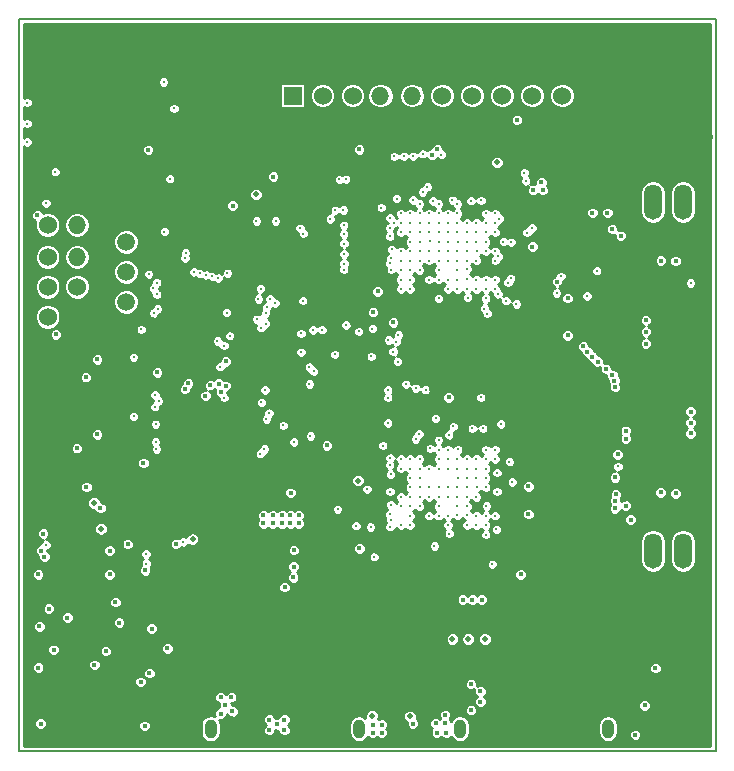
<source format=gbr>
G04 (created by PCBNEW (2013-03-19 BZR 4004)-stable) date 5/31/2013 11:48:04 AM*
%MOIN*%
G04 Gerber Fmt 3.4, Leading zero omitted, Abs format*
%FSLAX34Y34*%
G01*
G70*
G90*
G04 APERTURE LIST*
%ADD10C,0.006*%
%ADD11C,0.00787402*%
%ADD12C,0.0157*%
%ADD13O,0.06X0.06*%
%ADD14C,0.06*%
%ADD15R,0.06X0.06*%
%ADD16C,0.2362*%
%ADD17O,0.0413386X0.0629921*%
%ADD18C,0.0432*%
%ADD19C,0.0590551*%
%ADD20O,0.06X0.1179*%
%ADD21C,0.015748*%
%ADD22C,0.011811*%
%ADD23C,0.019685*%
%ADD24C,0.01*%
G04 APERTURE END LIST*
G54D10*
G54D11*
X43307Y-26771D02*
X43307Y-51181D01*
X66535Y-26771D02*
X43307Y-26771D01*
X66535Y-51181D02*
X43307Y-51181D01*
X66535Y-51181D02*
X66535Y-26771D01*
G54D12*
X66181Y-42125D03*
X66181Y-42598D03*
X66181Y-43779D03*
X66181Y-43188D03*
X66181Y-41220D03*
X66181Y-41692D03*
X66181Y-40669D03*
X50039Y-49921D03*
X57244Y-50551D03*
X57204Y-50236D03*
X49488Y-27834D03*
X48858Y-27834D03*
X57716Y-27322D03*
X57007Y-27322D03*
X52165Y-27322D03*
X52637Y-27322D03*
X53818Y-27322D03*
X53149Y-27322D03*
X58346Y-27322D03*
X59015Y-27322D03*
X61653Y-27322D03*
X61181Y-27322D03*
X55905Y-27322D03*
X56417Y-27322D03*
X55196Y-27322D03*
X54527Y-27322D03*
X59763Y-27322D03*
X60472Y-27322D03*
X50629Y-28464D03*
X50039Y-28464D03*
X50000Y-27834D03*
X50629Y-27834D03*
X51653Y-27834D03*
X51141Y-27834D03*
X51141Y-28464D03*
X51653Y-28425D03*
X49488Y-28464D03*
X48858Y-28464D03*
X51102Y-27244D03*
X51653Y-27244D03*
X50629Y-27244D03*
X50039Y-27244D03*
X48031Y-29488D03*
X48503Y-29291D03*
X62834Y-28503D03*
X63454Y-28533D03*
X65275Y-27913D03*
X65826Y-27913D03*
X63976Y-27047D03*
X65826Y-27519D03*
X64045Y-28533D03*
X64055Y-27913D03*
X63346Y-27047D03*
X62834Y-27047D03*
X62834Y-27913D03*
X63425Y-27913D03*
X62204Y-27913D03*
X64606Y-27047D03*
X64645Y-27913D03*
X62204Y-27047D03*
X62165Y-28503D03*
X62047Y-31456D03*
X66299Y-27047D03*
X65275Y-27047D03*
X65826Y-27047D03*
X66299Y-27480D03*
X66141Y-29173D03*
X66338Y-28661D03*
X66338Y-27952D03*
X63385Y-29251D03*
X63267Y-32086D03*
X62716Y-32086D03*
X62716Y-31456D03*
X63897Y-32086D03*
X63307Y-31456D03*
X63700Y-29645D03*
X63425Y-30157D03*
X63267Y-30826D03*
X62519Y-34251D03*
X66181Y-30078D03*
X66102Y-32165D03*
X66181Y-32834D03*
X65236Y-38976D03*
X63858Y-37007D03*
X62519Y-34803D03*
X63661Y-36653D03*
X65984Y-29685D03*
X65551Y-29370D03*
X66181Y-31535D03*
X65748Y-32007D03*
X66377Y-30708D03*
X64173Y-29370D03*
X64881Y-29212D03*
X63759Y-45342D03*
X63366Y-45744D03*
X63275Y-45169D03*
X66181Y-44330D03*
X66181Y-35629D03*
X65708Y-38464D03*
X66181Y-39133D03*
X66181Y-39606D03*
X66181Y-40157D03*
X66181Y-36102D03*
X66181Y-36653D03*
X65196Y-38464D03*
X64763Y-38464D03*
X66181Y-38149D03*
X66181Y-38661D03*
X66181Y-37165D03*
X66181Y-37677D03*
X63661Y-36259D03*
X64763Y-38976D03*
X58700Y-49173D03*
X58385Y-48937D03*
X58385Y-49803D03*
X58700Y-49527D03*
X51653Y-50118D03*
X50393Y-49370D03*
X50196Y-49645D03*
X57519Y-49960D03*
X55403Y-50561D03*
X55108Y-50561D03*
X51653Y-50472D03*
X52165Y-50118D03*
X57519Y-50236D03*
X57559Y-50551D03*
X55403Y-50285D03*
X55108Y-50285D03*
X52165Y-50472D03*
X51929Y-50275D03*
X49881Y-41496D03*
X45551Y-46535D03*
X48976Y-41496D03*
X49409Y-41496D03*
X48976Y-42637D03*
X48976Y-42086D03*
X49409Y-42086D03*
X49803Y-42086D03*
X46023Y-48700D03*
X50196Y-44173D03*
X49566Y-42637D03*
X50157Y-42637D03*
X50826Y-44173D03*
X49370Y-49448D03*
X48503Y-49015D03*
X45511Y-48700D03*
X49094Y-49015D03*
X46023Y-32755D03*
X51771Y-30472D03*
X45354Y-32755D03*
X47519Y-32795D03*
X47480Y-39055D03*
X52795Y-32992D03*
X45472Y-31141D03*
X53188Y-32598D03*
X47677Y-28700D03*
X46377Y-28700D03*
X47007Y-28700D03*
X48307Y-28661D03*
X45748Y-28700D03*
X44448Y-28700D03*
X43779Y-28700D03*
X45078Y-28700D03*
X48444Y-29980D03*
X48228Y-30551D03*
X48503Y-31692D03*
X48228Y-31141D03*
X50078Y-32322D03*
X51082Y-31751D03*
X50669Y-32086D03*
X51259Y-30157D03*
X51377Y-31023D03*
X49409Y-32283D03*
X48937Y-32047D03*
X50826Y-29606D03*
X66338Y-46653D03*
X66259Y-46102D03*
X66181Y-44881D03*
X65531Y-50255D03*
X64094Y-48799D03*
X63740Y-50196D03*
X63622Y-48799D03*
X63917Y-50984D03*
X63740Y-49665D03*
X64625Y-50984D03*
X65314Y-50984D03*
X63307Y-46259D03*
X65748Y-45314D03*
X63858Y-47677D03*
X66062Y-48070D03*
X66279Y-49153D03*
X66299Y-48681D03*
X60118Y-50118D03*
X59133Y-50157D03*
X49409Y-48070D03*
X48858Y-47795D03*
X48543Y-47401D03*
X48779Y-45354D03*
X48503Y-45708D03*
X51023Y-45669D03*
X50118Y-48070D03*
X65059Y-50275D03*
X61122Y-50905D03*
X60177Y-50905D03*
X60649Y-50905D03*
X58720Y-50905D03*
X58248Y-50905D03*
X59212Y-50905D03*
X59704Y-50905D03*
X63346Y-46850D03*
X63464Y-47322D03*
X59133Y-46338D03*
X58937Y-45905D03*
X65866Y-47677D03*
X66279Y-49566D03*
X65944Y-50984D03*
X66279Y-50039D03*
X65059Y-49114D03*
X66279Y-50570D03*
X66220Y-47322D03*
X66141Y-45551D03*
X50039Y-49370D03*
X50433Y-49842D03*
X48425Y-48070D03*
X49448Y-49881D03*
X60708Y-48385D03*
X63622Y-49251D03*
X60866Y-49704D03*
X65059Y-48602D03*
X48015Y-50858D03*
X47503Y-50814D03*
X65807Y-49389D03*
X65807Y-48799D03*
X55472Y-40019D03*
X65354Y-47992D03*
X63444Y-50570D03*
X59015Y-40511D03*
X59330Y-40807D03*
X49153Y-50846D03*
X61771Y-50688D03*
X60275Y-49704D03*
X62519Y-50688D03*
X50118Y-48996D03*
X49625Y-48996D03*
X46259Y-50826D03*
X45649Y-50826D03*
X44291Y-50826D03*
X45000Y-50826D03*
X46909Y-50826D03*
X48484Y-50846D03*
X43720Y-50826D03*
X44921Y-41889D03*
X44606Y-41889D03*
X43976Y-41889D03*
X44291Y-41889D03*
X44350Y-37755D03*
X44055Y-37755D03*
X48818Y-33346D03*
X48464Y-32952D03*
X47913Y-33031D03*
X48464Y-33582D03*
X49055Y-33858D03*
X44696Y-37755D03*
X46003Y-34468D03*
X46003Y-35590D03*
X45629Y-36122D03*
X46003Y-36555D03*
X46003Y-36062D03*
X46003Y-34960D03*
X45629Y-34232D03*
X46003Y-34035D03*
X46003Y-33385D03*
G54D13*
X45255Y-33633D03*
G54D14*
X44271Y-33633D03*
G54D15*
X45255Y-36688D03*
G54D14*
X44271Y-36688D03*
X44271Y-34704D03*
G54D13*
X45255Y-34704D03*
G54D14*
X44271Y-35688D03*
X45255Y-35688D03*
G54D16*
X49803Y-30771D03*
X64842Y-30771D03*
G54D17*
X58011Y-50423D03*
X62952Y-50423D03*
X49704Y-50423D03*
X54645Y-50423D03*
G54D16*
X64842Y-46523D03*
X49803Y-46523D03*
G54D18*
X49606Y-44000D03*
X49606Y-33606D03*
G54D19*
X46889Y-35196D03*
X46889Y-34196D03*
X46889Y-36196D03*
G54D12*
X51771Y-43582D03*
X51771Y-43307D03*
X51456Y-43582D03*
X51456Y-43307D03*
X52637Y-43307D03*
X52086Y-43307D03*
X52362Y-43582D03*
X52086Y-43582D03*
X52637Y-43582D03*
X52362Y-43307D03*
G54D20*
X64460Y-44488D03*
X65459Y-44488D03*
X65460Y-32874D03*
X64461Y-32874D03*
G54D14*
X53437Y-29318D03*
X53437Y-28318D03*
G54D15*
X52437Y-29318D03*
G54D14*
X52437Y-28318D03*
X54437Y-28318D03*
X54437Y-29318D03*
X61421Y-28318D03*
X59421Y-28318D03*
X60421Y-28318D03*
X60421Y-29318D03*
X59421Y-29318D03*
X58421Y-29318D03*
G54D13*
X55366Y-29318D03*
G54D14*
X55366Y-28318D03*
X61421Y-29318D03*
X58421Y-28318D03*
X56429Y-28318D03*
G54D13*
X56429Y-29318D03*
G54D14*
X57429Y-28318D03*
X57429Y-29318D03*
G54D21*
X46027Y-43066D03*
X60039Y-45275D03*
G54D22*
X57645Y-40629D03*
X57933Y-32933D03*
X58877Y-36082D03*
X58562Y-35452D03*
X57933Y-35767D03*
X57303Y-36082D03*
X56673Y-34822D03*
X58562Y-43326D03*
X56043Y-33562D03*
X56692Y-42696D03*
X58877Y-43956D03*
X56358Y-43641D03*
X57657Y-43917D03*
X56043Y-41437D03*
X57303Y-32933D03*
X56043Y-34507D03*
X56358Y-35767D03*
X59192Y-33877D03*
X55688Y-42519D03*
X59251Y-41889D03*
X57165Y-44330D03*
X57303Y-40807D03*
G54D21*
X63543Y-42988D03*
X63708Y-43452D03*
X63543Y-40492D03*
X63543Y-40759D03*
X57637Y-39381D03*
G54D22*
X58712Y-39381D03*
G54D21*
X57086Y-31287D03*
X62933Y-33228D03*
X62431Y-33228D03*
X65708Y-40226D03*
X64212Y-37588D03*
X64212Y-37194D03*
X64212Y-36801D03*
X65708Y-39852D03*
X65708Y-40580D03*
G54D23*
X59248Y-31547D03*
G54D21*
X45925Y-38114D03*
X45925Y-40610D03*
X44122Y-43917D03*
X43929Y-33303D03*
X43960Y-48385D03*
X47370Y-48862D03*
X47665Y-48570D03*
X45830Y-48295D03*
X47503Y-50330D03*
X46527Y-46204D03*
X43956Y-45275D03*
G54D23*
X58850Y-47440D03*
X57763Y-47437D03*
X58295Y-47440D03*
G54D22*
X57618Y-35767D03*
G54D23*
X46043Y-43755D03*
X45811Y-42897D03*
G54D21*
X44929Y-46720D03*
X55275Y-35846D03*
X46338Y-45275D03*
X46338Y-44488D03*
X44311Y-46417D03*
X47736Y-47086D03*
G54D22*
X58562Y-34822D03*
X56043Y-35452D03*
X56043Y-41751D03*
X56358Y-42696D03*
G54D23*
X54618Y-42153D03*
G54D22*
X56043Y-33877D03*
X58562Y-42696D03*
X55704Y-43468D03*
X59192Y-35767D03*
X56673Y-32933D03*
X59192Y-34507D03*
X56358Y-34822D03*
G54D21*
X44055Y-44488D03*
G54D22*
X62251Y-36000D03*
X57618Y-43641D03*
X56535Y-40775D03*
X59232Y-43779D03*
X59251Y-42519D03*
G54D21*
X44472Y-47791D03*
X46657Y-46889D03*
X45562Y-42366D03*
X48267Y-47748D03*
G54D22*
X59192Y-33562D03*
X57933Y-33877D03*
X57933Y-41751D03*
X59192Y-41437D03*
X57933Y-33562D03*
X58877Y-33877D03*
X57933Y-41437D03*
X58877Y-41751D03*
X57303Y-34192D03*
X56929Y-32358D03*
X56775Y-31259D03*
X57401Y-31283D03*
X57618Y-34192D03*
X56988Y-33877D03*
X58562Y-33562D03*
X59334Y-33417D03*
X59724Y-34208D03*
X56988Y-41751D03*
X58562Y-41437D03*
X56988Y-33248D03*
X58877Y-33248D03*
X57027Y-41082D03*
X58877Y-41122D03*
X57303Y-33562D03*
X59192Y-33248D03*
X57303Y-41437D03*
X59192Y-41122D03*
X57303Y-33877D03*
X58877Y-33562D03*
X58877Y-41437D03*
X57303Y-41751D03*
X57303Y-33248D03*
X58248Y-33562D03*
X57303Y-41122D03*
X58248Y-41437D03*
G54D21*
X51787Y-32019D03*
G54D23*
X49106Y-44110D03*
G54D22*
X48870Y-34570D03*
X57858Y-39692D03*
X57027Y-39129D03*
G54D21*
X61374Y-35696D03*
G54D22*
X59763Y-36633D03*
X59222Y-36102D03*
X60984Y-36811D03*
G54D21*
X63413Y-43685D03*
G54D22*
X59125Y-32114D03*
G54D21*
X47236Y-44098D03*
X43748Y-43275D03*
X43767Y-46192D03*
X45578Y-47547D03*
X44515Y-49082D03*
X44606Y-46657D03*
X49153Y-49803D03*
X45066Y-48732D03*
G54D22*
X57610Y-40803D03*
G54D21*
X56980Y-47299D03*
G54D23*
X55507Y-47870D03*
X55874Y-48200D03*
X56779Y-48925D03*
X56763Y-49291D03*
X55921Y-49299D03*
X55925Y-48944D03*
G54D22*
X52106Y-48188D03*
X59685Y-41685D03*
X59685Y-43090D03*
G54D21*
X46350Y-43051D03*
G54D23*
X45704Y-36688D03*
G54D22*
X44511Y-44074D03*
G54D21*
X46161Y-45775D03*
G54D23*
X47066Y-43023D03*
G54D21*
X44496Y-43188D03*
G54D22*
X59192Y-32933D03*
X58877Y-32933D03*
X58562Y-32933D03*
X58562Y-33248D03*
X58248Y-33248D03*
X59271Y-44744D03*
X57007Y-43917D03*
G54D21*
X55393Y-40433D03*
X55157Y-42244D03*
X54960Y-42913D03*
X51732Y-42204D03*
X51840Y-38956D03*
X54822Y-48031D03*
X55039Y-35846D03*
G54D22*
X56377Y-36082D03*
G54D23*
X45590Y-45118D03*
X45590Y-44901D03*
X45374Y-45118D03*
X45374Y-44901D03*
X45590Y-44665D03*
X45374Y-44665D03*
X45137Y-45118D03*
X44921Y-45118D03*
X44921Y-44901D03*
X45137Y-44901D03*
X45137Y-44665D03*
X44921Y-44665D03*
X45374Y-44448D03*
X45590Y-44448D03*
X45137Y-44448D03*
X44921Y-44448D03*
G54D21*
X44586Y-45570D03*
X47488Y-46433D03*
X63110Y-47283D03*
X61023Y-49291D03*
X61023Y-48385D03*
X59251Y-45905D03*
X64862Y-49370D03*
X63523Y-49803D03*
X58622Y-47952D03*
X56535Y-50807D03*
G54D23*
X56480Y-48937D03*
X56476Y-49301D03*
X56185Y-48948D03*
X56208Y-49299D03*
G54D21*
X56122Y-50846D03*
X55767Y-50846D03*
X58740Y-46889D03*
X58425Y-46889D03*
X58110Y-46889D03*
X53858Y-44409D03*
X63366Y-48602D03*
X60295Y-48444D03*
X51830Y-49370D03*
X51633Y-48937D03*
X51633Y-49842D03*
X53759Y-49842D03*
X60137Y-49370D03*
X59940Y-49842D03*
X62066Y-49842D03*
X62066Y-48927D03*
X53759Y-48937D03*
G54D22*
X60944Y-35874D03*
X60984Y-35551D03*
X56988Y-35767D03*
X56988Y-35137D03*
X59192Y-34192D03*
X56043Y-32933D03*
G54D23*
X57716Y-31275D03*
X55157Y-44165D03*
G54D22*
X58582Y-40944D03*
X55787Y-40826D03*
X57925Y-32500D03*
X50206Y-39704D03*
X60984Y-36574D03*
X64950Y-50659D03*
X47785Y-36742D03*
X47933Y-38110D03*
X47903Y-40472D03*
X51417Y-42726D03*
X51328Y-40482D03*
X50295Y-37942D03*
X50131Y-36736D03*
X47814Y-36269D03*
X47903Y-37618D03*
X47940Y-34366D03*
X47933Y-34771D03*
X47940Y-35263D03*
X51267Y-35259D03*
X58877Y-34822D03*
X57618Y-32933D03*
X57303Y-35767D03*
X56988Y-36082D03*
X56043Y-34192D03*
X60984Y-35157D03*
X59311Y-44094D03*
X47942Y-39094D03*
X47923Y-39990D03*
X51279Y-39104D03*
X51269Y-41466D03*
X51299Y-42057D03*
X47952Y-42352D03*
X47942Y-42047D03*
X47982Y-41456D03*
X58267Y-41102D03*
X59232Y-42204D03*
X58877Y-42696D03*
X56988Y-43011D03*
X56535Y-43917D03*
X56043Y-42066D03*
G54D21*
X63188Y-39035D03*
G54D22*
X60417Y-33736D03*
X58562Y-33877D03*
X52716Y-37874D03*
G54D21*
X63271Y-41275D03*
X62606Y-38185D03*
G54D22*
X58562Y-41751D03*
X55937Y-38185D03*
G54D21*
X63165Y-38830D03*
X60433Y-34350D03*
G54D22*
X52716Y-37244D03*
X58248Y-34507D03*
X58248Y-42381D03*
G54D21*
X63212Y-42610D03*
G54D22*
X55783Y-37854D03*
G54D21*
X62263Y-37854D03*
G54D22*
X58877Y-34192D03*
X60251Y-33885D03*
X53120Y-37135D03*
G54D21*
X63098Y-38633D03*
G54D22*
X55895Y-37519D03*
X58877Y-42066D03*
G54D21*
X60452Y-32468D03*
G54D22*
X59468Y-34188D03*
X57937Y-34188D03*
X57625Y-33870D03*
G54D21*
X60732Y-32216D03*
X59917Y-30133D03*
G54D22*
X58574Y-34503D03*
X59712Y-35409D03*
G54D21*
X60775Y-32472D03*
G54D22*
X58877Y-34507D03*
X57795Y-40346D03*
X57937Y-42062D03*
X59377Y-40267D03*
X57618Y-41751D03*
X58582Y-42362D03*
X59759Y-42196D03*
G54D21*
X60295Y-42342D03*
G54D22*
X58877Y-42381D03*
G54D21*
X63377Y-33992D03*
X52460Y-45381D03*
G54D22*
X56673Y-35137D03*
G54D21*
X52173Y-45704D03*
G54D22*
X56673Y-43011D03*
G54D21*
X63090Y-33767D03*
X52472Y-45019D03*
G54D22*
X56358Y-35137D03*
X56358Y-43011D03*
G54D21*
X52480Y-44468D03*
G54D23*
X55082Y-50003D03*
X56358Y-50011D03*
G54D22*
X57303Y-35137D03*
G54D21*
X65206Y-34832D03*
X64704Y-42549D03*
X47622Y-31129D03*
G54D22*
X57933Y-34507D03*
G54D21*
X50440Y-32984D03*
G54D22*
X60212Y-32165D03*
X48488Y-29748D03*
X59192Y-34822D03*
X57618Y-35452D03*
X58275Y-36051D03*
X59547Y-36161D03*
X57303Y-35452D03*
X56043Y-43011D03*
X58248Y-43641D03*
G54D21*
X58110Y-46122D03*
G54D22*
X56043Y-35137D03*
X57303Y-43011D03*
G54D21*
X60295Y-43267D03*
G54D22*
X57618Y-43326D03*
X57303Y-43326D03*
G54D23*
X51220Y-32614D03*
G54D22*
X48346Y-32094D03*
G54D21*
X61602Y-37314D03*
X61602Y-36070D03*
G54D22*
X57933Y-35452D03*
X58779Y-40413D03*
X58248Y-42066D03*
X58248Y-41751D03*
X58425Y-40413D03*
X57204Y-40078D03*
X57618Y-41122D03*
X57303Y-42381D03*
X55688Y-43690D03*
X57765Y-32805D03*
X57618Y-33248D03*
X56358Y-41751D03*
X55688Y-41397D03*
X56988Y-42381D03*
X55679Y-43277D03*
X55708Y-42952D03*
X56673Y-42381D03*
X56673Y-42066D03*
X55679Y-41633D03*
X55610Y-40236D03*
X56673Y-41751D03*
X56358Y-42381D03*
X54921Y-42440D03*
X56358Y-42066D03*
X55708Y-41948D03*
X58248Y-34192D03*
X58720Y-32814D03*
X58248Y-33877D03*
X58385Y-32824D03*
X56358Y-41437D03*
X55442Y-40984D03*
X56673Y-33562D03*
X56456Y-32795D03*
X56043Y-33248D03*
X56358Y-33248D03*
X55905Y-32755D03*
X56673Y-33248D03*
X56771Y-32529D03*
X56988Y-33562D03*
X57116Y-32834D03*
X44527Y-31858D03*
X59094Y-44940D03*
X55157Y-44694D03*
X55728Y-35118D03*
X57303Y-34507D03*
X56673Y-41437D03*
X56653Y-40590D03*
X55738Y-34448D03*
X56358Y-34507D03*
X56673Y-34507D03*
X55708Y-34744D03*
X55679Y-34015D03*
X56358Y-34192D03*
X55669Y-33740D03*
X56673Y-34192D03*
X56988Y-34507D03*
X55688Y-34911D03*
X55807Y-33562D03*
X56358Y-33877D03*
X55688Y-33395D03*
X56673Y-33877D03*
X56358Y-33562D03*
X55393Y-33051D03*
X48791Y-44196D03*
G54D21*
X48846Y-39106D03*
X50047Y-39200D03*
G54D22*
X47547Y-44602D03*
X51373Y-35752D03*
X51535Y-36574D03*
X47913Y-35944D03*
X51574Y-36377D03*
X47795Y-35748D03*
X51850Y-36240D03*
X47913Y-35551D03*
X48854Y-34740D03*
X47559Y-44917D03*
G54D21*
X46212Y-47834D03*
X48547Y-44267D03*
X46944Y-44267D03*
X64527Y-48405D03*
X47523Y-45149D03*
G54D22*
X44220Y-44291D03*
G54D21*
X43996Y-47011D03*
X44161Y-44685D03*
X64173Y-49645D03*
X44039Y-50255D03*
X63179Y-43080D03*
G54D22*
X57618Y-42696D03*
X57618Y-34822D03*
X58257Y-35108D03*
X58248Y-35767D03*
X58828Y-36417D03*
X56988Y-35452D03*
X58927Y-36584D03*
X58562Y-35767D03*
X59281Y-35935D03*
G54D21*
X54665Y-44409D03*
G54D22*
X56988Y-43326D03*
G54D21*
X58425Y-46122D03*
G54D22*
X58562Y-43641D03*
X57933Y-34822D03*
X59283Y-34681D03*
X60161Y-31885D03*
X48137Y-28870D03*
X43594Y-29551D03*
X57933Y-42696D03*
X43594Y-30255D03*
X58897Y-42992D03*
X58267Y-43307D03*
X57933Y-43307D03*
X57933Y-42381D03*
X43594Y-30866D03*
X58877Y-35767D03*
X59616Y-35551D03*
G54D21*
X58740Y-46122D03*
G54D22*
X58877Y-43641D03*
X44216Y-32905D03*
G54D21*
X54653Y-31114D03*
X57255Y-31110D03*
G54D22*
X57003Y-34181D03*
X58562Y-34192D03*
G54D21*
X62889Y-38437D03*
G54D22*
X52779Y-36157D03*
X53415Y-37125D03*
X55059Y-38015D03*
G54D21*
X63185Y-42047D03*
X62421Y-38021D03*
G54D22*
X58562Y-42066D03*
X57618Y-33562D03*
X48165Y-33850D03*
X47137Y-40011D03*
X47137Y-38043D03*
X47937Y-36425D03*
X54153Y-34251D03*
X50267Y-35240D03*
X51535Y-36919D03*
X54153Y-34606D03*
X54212Y-32106D03*
X49141Y-35200D03*
X49933Y-37500D03*
X56141Y-31338D03*
X54143Y-35118D03*
X49948Y-35397D03*
X51389Y-37059D03*
X54143Y-33937D03*
X54143Y-33641D03*
X49744Y-35342D03*
X54153Y-34921D03*
X51240Y-36771D03*
X53858Y-33139D03*
X49543Y-35295D03*
X54133Y-33129D03*
X50342Y-37326D03*
X53996Y-32116D03*
X49338Y-35244D03*
X50149Y-37653D03*
X56456Y-31338D03*
X55826Y-31348D03*
X47641Y-35271D03*
G54D21*
X45248Y-41074D03*
G54D22*
X57933Y-33248D03*
G54D21*
X44547Y-37275D03*
X47468Y-41566D03*
G54D22*
X57944Y-41114D03*
G54D21*
X64714Y-34822D03*
G54D22*
X58877Y-35452D03*
X55098Y-37086D03*
X59901Y-36263D03*
G54D21*
X65206Y-42578D03*
G54D22*
X58877Y-43326D03*
X55964Y-37303D03*
X65704Y-35562D03*
X61240Y-35905D03*
X62578Y-35161D03*
X57933Y-35137D03*
X54216Y-36964D03*
X59665Y-41523D03*
X63287Y-41677D03*
X57933Y-43011D03*
X55629Y-37470D03*
G54D21*
X61255Y-35531D03*
G54D22*
X58248Y-35423D03*
X52795Y-33917D03*
X58248Y-43011D03*
G54D21*
X62122Y-37677D03*
X63181Y-42826D03*
X55787Y-36879D03*
G54D22*
X59192Y-35452D03*
X61381Y-35342D03*
X59192Y-43326D03*
X53692Y-33429D03*
X58263Y-34818D03*
X56212Y-38940D03*
X58244Y-42685D03*
X52687Y-33740D03*
G54D21*
X55118Y-36535D03*
X48952Y-38909D03*
G54D22*
X57618Y-42381D03*
G54D21*
X49976Y-38917D03*
G54D22*
X51232Y-33503D03*
X51870Y-33503D03*
X57618Y-34507D03*
X54547Y-43661D03*
X51358Y-41259D03*
X52996Y-38937D03*
G54D21*
X45547Y-38708D03*
G54D22*
X57303Y-34822D03*
X57303Y-42696D03*
G54D21*
X49527Y-39330D03*
G54D22*
X56358Y-43326D03*
X56358Y-35452D03*
X51299Y-36098D03*
X51688Y-36094D03*
G54D21*
X47925Y-38543D03*
G54D22*
X53141Y-38511D03*
X56988Y-34822D03*
G54D21*
X50212Y-38181D03*
X52370Y-42559D03*
G54D22*
X55039Y-43700D03*
G54D21*
X50216Y-38996D03*
G54D22*
X56988Y-42696D03*
G54D21*
X49692Y-38968D03*
G54D22*
X50015Y-38358D03*
X56043Y-43641D03*
X52992Y-38362D03*
X53842Y-37948D03*
X54641Y-37181D03*
X56043Y-35767D03*
X56870Y-39124D03*
X57618Y-41437D03*
X47393Y-37114D03*
X47807Y-36570D03*
X50236Y-36555D03*
X52480Y-40866D03*
X47874Y-40866D03*
X51653Y-39901D03*
X47854Y-39291D03*
X55610Y-39133D03*
X51515Y-39133D03*
X47901Y-41102D03*
X51496Y-41102D03*
G54D21*
X53582Y-40980D03*
G54D22*
X47874Y-40275D03*
X53031Y-40669D03*
X53937Y-43110D03*
X52125Y-40314D03*
X47844Y-39694D03*
X47972Y-39498D03*
X51564Y-40108D03*
X56535Y-39074D03*
X51397Y-39547D03*
X50157Y-39389D03*
X55610Y-39389D03*
G54D21*
X56448Y-50256D03*
G54D22*
X56043Y-42696D03*
X56043Y-34822D03*
G54D21*
X63858Y-50629D03*
G54D10*
G36*
X66367Y-51012D02*
X65916Y-51012D01*
X65916Y-40539D01*
X65884Y-40463D01*
X65826Y-40404D01*
X65823Y-40403D01*
X65826Y-40402D01*
X65884Y-40344D01*
X65916Y-40267D01*
X65916Y-40185D01*
X65884Y-40108D01*
X65826Y-40050D01*
X65800Y-40039D01*
X65826Y-40028D01*
X65884Y-39970D01*
X65916Y-39893D01*
X65916Y-39811D01*
X65892Y-39754D01*
X65892Y-35525D01*
X65889Y-35518D01*
X65889Y-33177D01*
X65889Y-32570D01*
X65856Y-32406D01*
X65763Y-32267D01*
X65624Y-32174D01*
X65460Y-32141D01*
X65296Y-32174D01*
X65157Y-32267D01*
X65064Y-32406D01*
X65031Y-32570D01*
X65031Y-33177D01*
X65064Y-33341D01*
X65157Y-33480D01*
X65296Y-33573D01*
X65460Y-33606D01*
X65624Y-33573D01*
X65763Y-33480D01*
X65856Y-33341D01*
X65889Y-33177D01*
X65889Y-35518D01*
X65864Y-35456D01*
X65811Y-35403D01*
X65742Y-35374D01*
X65667Y-35374D01*
X65598Y-35403D01*
X65545Y-35456D01*
X65516Y-35525D01*
X65516Y-35600D01*
X65545Y-35669D01*
X65598Y-35722D01*
X65667Y-35751D01*
X65741Y-35751D01*
X65811Y-35722D01*
X65864Y-35669D01*
X65892Y-35600D01*
X65892Y-35525D01*
X65892Y-39754D01*
X65884Y-39734D01*
X65826Y-39676D01*
X65750Y-39644D01*
X65667Y-39644D01*
X65591Y-39676D01*
X65532Y-39734D01*
X65500Y-39810D01*
X65500Y-39893D01*
X65532Y-39969D01*
X65590Y-40028D01*
X65617Y-40039D01*
X65591Y-40050D01*
X65532Y-40108D01*
X65500Y-40184D01*
X65500Y-40267D01*
X65532Y-40343D01*
X65590Y-40402D01*
X65593Y-40403D01*
X65591Y-40404D01*
X65532Y-40462D01*
X65500Y-40539D01*
X65500Y-40621D01*
X65532Y-40698D01*
X65590Y-40756D01*
X65667Y-40788D01*
X65749Y-40788D01*
X65826Y-40756D01*
X65884Y-40698D01*
X65916Y-40622D01*
X65916Y-40539D01*
X65916Y-51012D01*
X65888Y-51012D01*
X65888Y-44791D01*
X65888Y-44184D01*
X65855Y-44020D01*
X65762Y-43881D01*
X65623Y-43788D01*
X65459Y-43755D01*
X65414Y-43764D01*
X65414Y-42537D01*
X65414Y-34791D01*
X65382Y-34715D01*
X65324Y-34656D01*
X65248Y-34624D01*
X65165Y-34624D01*
X65089Y-34656D01*
X65030Y-34714D01*
X64998Y-34791D01*
X64998Y-34873D01*
X65030Y-34950D01*
X65088Y-35008D01*
X65165Y-35040D01*
X65247Y-35040D01*
X65324Y-35008D01*
X65382Y-34950D01*
X65414Y-34874D01*
X65414Y-34791D01*
X65414Y-42537D01*
X65382Y-42461D01*
X65324Y-42402D01*
X65248Y-42371D01*
X65165Y-42370D01*
X65089Y-42402D01*
X65030Y-42460D01*
X64998Y-42537D01*
X64998Y-42619D01*
X65030Y-42696D01*
X65088Y-42754D01*
X65165Y-42786D01*
X65247Y-42786D01*
X65324Y-42754D01*
X65382Y-42696D01*
X65414Y-42620D01*
X65414Y-42537D01*
X65414Y-43764D01*
X65295Y-43788D01*
X65156Y-43881D01*
X65063Y-44020D01*
X65030Y-44184D01*
X65030Y-44791D01*
X65063Y-44955D01*
X65156Y-45095D01*
X65295Y-45188D01*
X65459Y-45220D01*
X65623Y-45188D01*
X65762Y-45095D01*
X65855Y-44955D01*
X65888Y-44791D01*
X65888Y-51012D01*
X64922Y-51012D01*
X64922Y-34781D01*
X64890Y-34705D01*
X64890Y-34705D01*
X64890Y-33177D01*
X64890Y-32570D01*
X64857Y-32406D01*
X64764Y-32267D01*
X64625Y-32174D01*
X64461Y-32141D01*
X64297Y-32174D01*
X64158Y-32267D01*
X64065Y-32406D01*
X64032Y-32570D01*
X64032Y-33177D01*
X64065Y-33341D01*
X64158Y-33480D01*
X64297Y-33573D01*
X64461Y-33606D01*
X64625Y-33573D01*
X64764Y-33480D01*
X64857Y-33341D01*
X64890Y-33177D01*
X64890Y-34705D01*
X64832Y-34646D01*
X64756Y-34615D01*
X64673Y-34615D01*
X64597Y-34646D01*
X64538Y-34705D01*
X64506Y-34781D01*
X64506Y-34863D01*
X64538Y-34940D01*
X64596Y-34998D01*
X64673Y-35030D01*
X64755Y-35030D01*
X64832Y-34999D01*
X64890Y-34940D01*
X64922Y-34864D01*
X64922Y-34781D01*
X64922Y-51012D01*
X64912Y-51012D01*
X64912Y-42508D01*
X64880Y-42431D01*
X64822Y-42373D01*
X64746Y-42341D01*
X64663Y-42341D01*
X64587Y-42372D01*
X64528Y-42431D01*
X64497Y-42507D01*
X64496Y-42590D01*
X64528Y-42666D01*
X64586Y-42725D01*
X64663Y-42756D01*
X64745Y-42756D01*
X64822Y-42725D01*
X64880Y-42667D01*
X64912Y-42590D01*
X64912Y-42508D01*
X64912Y-51012D01*
X64889Y-51012D01*
X64889Y-44791D01*
X64889Y-44184D01*
X64856Y-44020D01*
X64763Y-43881D01*
X64624Y-43788D01*
X64460Y-43755D01*
X64420Y-43763D01*
X64420Y-37547D01*
X64388Y-37471D01*
X64330Y-37412D01*
X64280Y-37391D01*
X64330Y-37371D01*
X64388Y-37312D01*
X64420Y-37236D01*
X64420Y-37153D01*
X64388Y-37077D01*
X64330Y-37018D01*
X64280Y-36998D01*
X64330Y-36977D01*
X64388Y-36919D01*
X64420Y-36842D01*
X64420Y-36760D01*
X64388Y-36683D01*
X64330Y-36625D01*
X64254Y-36593D01*
X64171Y-36593D01*
X64095Y-36624D01*
X64036Y-36683D01*
X64004Y-36759D01*
X64004Y-36842D01*
X64036Y-36918D01*
X64094Y-36977D01*
X64144Y-36998D01*
X64095Y-37018D01*
X64036Y-37077D01*
X64004Y-37153D01*
X64004Y-37236D01*
X64036Y-37312D01*
X64094Y-37370D01*
X64144Y-37391D01*
X64095Y-37412D01*
X64036Y-37470D01*
X64004Y-37547D01*
X64004Y-37629D01*
X64036Y-37706D01*
X64094Y-37764D01*
X64171Y-37796D01*
X64253Y-37796D01*
X64330Y-37764D01*
X64388Y-37706D01*
X64420Y-37630D01*
X64420Y-37547D01*
X64420Y-43763D01*
X64296Y-43788D01*
X64157Y-43881D01*
X64064Y-44020D01*
X64031Y-44184D01*
X64031Y-44791D01*
X64064Y-44955D01*
X64157Y-45095D01*
X64296Y-45188D01*
X64460Y-45220D01*
X64624Y-45188D01*
X64763Y-45095D01*
X64856Y-44955D01*
X64889Y-44791D01*
X64889Y-51012D01*
X64735Y-51012D01*
X64735Y-48364D01*
X64703Y-48287D01*
X64645Y-48229D01*
X64569Y-48197D01*
X64486Y-48197D01*
X64410Y-48229D01*
X64351Y-48287D01*
X64319Y-48364D01*
X64319Y-48446D01*
X64351Y-48523D01*
X64409Y-48581D01*
X64486Y-48613D01*
X64568Y-48613D01*
X64645Y-48581D01*
X64703Y-48523D01*
X64735Y-48447D01*
X64735Y-48364D01*
X64735Y-51012D01*
X64381Y-51012D01*
X64381Y-49604D01*
X64349Y-49528D01*
X64291Y-49469D01*
X64214Y-49437D01*
X64132Y-49437D01*
X64055Y-49469D01*
X63997Y-49527D01*
X63965Y-49604D01*
X63965Y-49686D01*
X63997Y-49763D01*
X64055Y-49821D01*
X64131Y-49853D01*
X64214Y-49853D01*
X64290Y-49821D01*
X64349Y-49763D01*
X64380Y-49687D01*
X64381Y-49604D01*
X64381Y-51012D01*
X64066Y-51012D01*
X64066Y-50588D01*
X64034Y-50512D01*
X63976Y-50453D01*
X63916Y-50429D01*
X63916Y-43411D01*
X63884Y-43335D01*
X63826Y-43276D01*
X63751Y-43245D01*
X63751Y-42947D01*
X63751Y-40718D01*
X63719Y-40642D01*
X63703Y-40626D01*
X63719Y-40609D01*
X63751Y-40533D01*
X63751Y-40450D01*
X63719Y-40374D01*
X63661Y-40316D01*
X63585Y-40284D01*
X63585Y-33950D01*
X63554Y-33874D01*
X63495Y-33816D01*
X63419Y-33784D01*
X63336Y-33784D01*
X63298Y-33800D01*
X63298Y-33726D01*
X63266Y-33650D01*
X63208Y-33591D01*
X63140Y-33563D01*
X63140Y-33187D01*
X63109Y-33110D01*
X63050Y-33052D01*
X62974Y-33020D01*
X62891Y-33020D01*
X62815Y-33052D01*
X62757Y-33110D01*
X62725Y-33186D01*
X62725Y-33269D01*
X62756Y-33345D01*
X62815Y-33404D01*
X62891Y-33436D01*
X62974Y-33436D01*
X63050Y-33404D01*
X63109Y-33346D01*
X63140Y-33269D01*
X63140Y-33187D01*
X63140Y-33563D01*
X63132Y-33560D01*
X63049Y-33559D01*
X62973Y-33591D01*
X62914Y-33649D01*
X62882Y-33726D01*
X62882Y-33808D01*
X62914Y-33885D01*
X62972Y-33943D01*
X63049Y-33975D01*
X63131Y-33975D01*
X63170Y-33959D01*
X63170Y-34033D01*
X63201Y-34109D01*
X63260Y-34168D01*
X63336Y-34199D01*
X63419Y-34199D01*
X63495Y-34168D01*
X63553Y-34109D01*
X63585Y-34033D01*
X63585Y-33950D01*
X63585Y-40284D01*
X63584Y-40284D01*
X63502Y-40284D01*
X63425Y-40315D01*
X63396Y-40344D01*
X63396Y-38994D01*
X63365Y-38917D01*
X63357Y-38910D01*
X63373Y-38872D01*
X63373Y-38789D01*
X63341Y-38713D01*
X63305Y-38677D01*
X63306Y-38675D01*
X63306Y-38592D01*
X63274Y-38516D01*
X63216Y-38457D01*
X63139Y-38426D01*
X63097Y-38426D01*
X63097Y-38395D01*
X63065Y-38319D01*
X63007Y-38260D01*
X62931Y-38229D01*
X62848Y-38229D01*
X62805Y-38247D01*
X62814Y-38226D01*
X62814Y-38143D01*
X62782Y-38067D01*
X62766Y-38051D01*
X62766Y-35124D01*
X62738Y-35055D01*
X62685Y-35002D01*
X62638Y-34982D01*
X62638Y-33187D01*
X62607Y-33110D01*
X62548Y-33052D01*
X62472Y-33020D01*
X62389Y-33020D01*
X62313Y-33052D01*
X62255Y-33110D01*
X62223Y-33186D01*
X62223Y-33269D01*
X62254Y-33345D01*
X62313Y-33404D01*
X62389Y-33436D01*
X62472Y-33436D01*
X62548Y-33404D01*
X62607Y-33346D01*
X62638Y-33269D01*
X62638Y-33187D01*
X62638Y-34982D01*
X62616Y-34973D01*
X62541Y-34973D01*
X62472Y-35001D01*
X62419Y-35054D01*
X62390Y-35123D01*
X62390Y-35198D01*
X62419Y-35267D01*
X62472Y-35320D01*
X62541Y-35349D01*
X62615Y-35349D01*
X62685Y-35320D01*
X62738Y-35268D01*
X62766Y-35198D01*
X62766Y-35124D01*
X62766Y-38051D01*
X62724Y-38009D01*
X62647Y-37977D01*
X62627Y-37977D01*
X62597Y-37904D01*
X62539Y-37845D01*
X62471Y-37817D01*
X62471Y-37813D01*
X62440Y-37736D01*
X62440Y-35962D01*
X62411Y-35893D01*
X62358Y-35840D01*
X62289Y-35811D01*
X62214Y-35811D01*
X62145Y-35840D01*
X62092Y-35893D01*
X62063Y-35962D01*
X62063Y-36037D01*
X62092Y-36106D01*
X62145Y-36159D01*
X62214Y-36188D01*
X62289Y-36188D01*
X62358Y-36159D01*
X62411Y-36106D01*
X62439Y-36037D01*
X62440Y-35962D01*
X62440Y-37736D01*
X62439Y-37736D01*
X62381Y-37678D01*
X62329Y-37656D01*
X62329Y-37636D01*
X62298Y-37559D01*
X62239Y-37501D01*
X62163Y-37469D01*
X62080Y-37469D01*
X62004Y-37500D01*
X61946Y-37559D01*
X61914Y-37635D01*
X61914Y-37718D01*
X61945Y-37794D01*
X62004Y-37853D01*
X62056Y-37874D01*
X62056Y-37895D01*
X62087Y-37971D01*
X62145Y-38030D01*
X62213Y-38058D01*
X62213Y-38062D01*
X62245Y-38139D01*
X62303Y-38197D01*
X62379Y-38229D01*
X62399Y-38229D01*
X62430Y-38302D01*
X62488Y-38361D01*
X62564Y-38392D01*
X62647Y-38392D01*
X62690Y-38374D01*
X62682Y-38395D01*
X62681Y-38478D01*
X62713Y-38554D01*
X62771Y-38613D01*
X62848Y-38644D01*
X62890Y-38644D01*
X62890Y-38674D01*
X62922Y-38751D01*
X62958Y-38787D01*
X62957Y-38789D01*
X62957Y-38871D01*
X62989Y-38948D01*
X62996Y-38956D01*
X62981Y-38993D01*
X62981Y-39076D01*
X63012Y-39152D01*
X63071Y-39211D01*
X63147Y-39243D01*
X63230Y-39243D01*
X63306Y-39211D01*
X63364Y-39153D01*
X63396Y-39076D01*
X63396Y-38994D01*
X63396Y-40344D01*
X63367Y-40374D01*
X63335Y-40450D01*
X63335Y-40533D01*
X63367Y-40609D01*
X63383Y-40625D01*
X63367Y-40642D01*
X63335Y-40718D01*
X63335Y-40800D01*
X63367Y-40877D01*
X63425Y-40935D01*
X63501Y-40967D01*
X63584Y-40967D01*
X63660Y-40936D01*
X63719Y-40877D01*
X63751Y-40801D01*
X63751Y-40718D01*
X63751Y-42947D01*
X63719Y-42870D01*
X63661Y-42812D01*
X63584Y-42780D01*
X63502Y-42780D01*
X63479Y-42789D01*
X63479Y-41234D01*
X63447Y-41158D01*
X63389Y-41099D01*
X63313Y-41067D01*
X63230Y-41067D01*
X63154Y-41099D01*
X63095Y-41157D01*
X63063Y-41234D01*
X63063Y-41316D01*
X63095Y-41393D01*
X63153Y-41451D01*
X63230Y-41483D01*
X63312Y-41483D01*
X63389Y-41451D01*
X63447Y-41393D01*
X63479Y-41317D01*
X63479Y-41234D01*
X63479Y-42789D01*
X63475Y-42791D01*
X63475Y-41639D01*
X63446Y-41570D01*
X63394Y-41517D01*
X63324Y-41489D01*
X63250Y-41489D01*
X63181Y-41517D01*
X63128Y-41570D01*
X63099Y-41639D01*
X63099Y-41714D01*
X63127Y-41783D01*
X63180Y-41836D01*
X63187Y-41839D01*
X63143Y-41839D01*
X63067Y-41871D01*
X63009Y-41929D01*
X62977Y-42005D01*
X62977Y-42088D01*
X63008Y-42164D01*
X63067Y-42223D01*
X63143Y-42254D01*
X63226Y-42255D01*
X63302Y-42223D01*
X63361Y-42165D01*
X63392Y-42088D01*
X63392Y-42006D01*
X63361Y-41929D01*
X63302Y-41871D01*
X63288Y-41865D01*
X63324Y-41865D01*
X63393Y-41836D01*
X63446Y-41783D01*
X63475Y-41714D01*
X63475Y-41639D01*
X63475Y-42791D01*
X63425Y-42811D01*
X63388Y-42848D01*
X63388Y-42785D01*
X63371Y-42744D01*
X63388Y-42728D01*
X63420Y-42651D01*
X63420Y-42569D01*
X63388Y-42492D01*
X63330Y-42434D01*
X63254Y-42402D01*
X63171Y-42402D01*
X63095Y-42434D01*
X63036Y-42492D01*
X63004Y-42568D01*
X63004Y-42651D01*
X63021Y-42692D01*
X63005Y-42708D01*
X62973Y-42785D01*
X62973Y-42867D01*
X63004Y-42944D01*
X63013Y-42952D01*
X63003Y-42962D01*
X62971Y-43039D01*
X62971Y-43121D01*
X63002Y-43198D01*
X63061Y-43256D01*
X63137Y-43288D01*
X63220Y-43288D01*
X63296Y-43256D01*
X63355Y-43198D01*
X63385Y-43124D01*
X63425Y-43164D01*
X63501Y-43195D01*
X63584Y-43195D01*
X63660Y-43164D01*
X63719Y-43106D01*
X63751Y-43029D01*
X63751Y-42947D01*
X63751Y-43245D01*
X63750Y-43245D01*
X63667Y-43244D01*
X63591Y-43276D01*
X63532Y-43334D01*
X63500Y-43411D01*
X63500Y-43493D01*
X63532Y-43570D01*
X63590Y-43628D01*
X63667Y-43660D01*
X63749Y-43660D01*
X63826Y-43628D01*
X63884Y-43570D01*
X63916Y-43494D01*
X63916Y-43411D01*
X63916Y-50429D01*
X63899Y-50422D01*
X63817Y-50422D01*
X63740Y-50453D01*
X63682Y-50512D01*
X63650Y-50588D01*
X63650Y-50671D01*
X63682Y-50747D01*
X63740Y-50805D01*
X63816Y-50837D01*
X63899Y-50837D01*
X63975Y-50806D01*
X64034Y-50747D01*
X64065Y-50671D01*
X64066Y-50588D01*
X64066Y-51012D01*
X63288Y-51012D01*
X63288Y-50540D01*
X63288Y-50306D01*
X63262Y-50177D01*
X63190Y-50068D01*
X63081Y-49996D01*
X62952Y-49970D01*
X62824Y-49996D01*
X62715Y-50068D01*
X62642Y-50177D01*
X62617Y-50306D01*
X62617Y-50540D01*
X62642Y-50668D01*
X62715Y-50777D01*
X62824Y-50850D01*
X62952Y-50875D01*
X63081Y-50850D01*
X63190Y-50777D01*
X63262Y-50668D01*
X63288Y-50540D01*
X63288Y-51012D01*
X61850Y-51012D01*
X61850Y-29233D01*
X61785Y-29076D01*
X61664Y-28955D01*
X61506Y-28889D01*
X61336Y-28889D01*
X61178Y-28954D01*
X61057Y-29075D01*
X60992Y-29233D01*
X60992Y-29403D01*
X61057Y-29561D01*
X61177Y-29682D01*
X61335Y-29747D01*
X61506Y-29747D01*
X61663Y-29682D01*
X61784Y-29562D01*
X61850Y-29404D01*
X61850Y-29233D01*
X61850Y-51012D01*
X61810Y-51012D01*
X61810Y-37273D01*
X61810Y-36029D01*
X61778Y-35953D01*
X61720Y-35894D01*
X61643Y-35863D01*
X61569Y-35863D01*
X61569Y-35305D01*
X61541Y-35236D01*
X61488Y-35183D01*
X61419Y-35154D01*
X61344Y-35154D01*
X61275Y-35183D01*
X61222Y-35235D01*
X61193Y-35304D01*
X61193Y-35332D01*
X61138Y-35355D01*
X61079Y-35413D01*
X61048Y-35489D01*
X61048Y-35572D01*
X61079Y-35649D01*
X61138Y-35707D01*
X61182Y-35725D01*
X61133Y-35745D01*
X61080Y-35798D01*
X61052Y-35867D01*
X61052Y-35942D01*
X61080Y-36011D01*
X61133Y-36064D01*
X61202Y-36093D01*
X61277Y-36093D01*
X61346Y-36065D01*
X61399Y-36012D01*
X61428Y-35943D01*
X61428Y-35868D01*
X61399Y-35799D01*
X61346Y-35746D01*
X61313Y-35732D01*
X61373Y-35707D01*
X61431Y-35649D01*
X61463Y-35572D01*
X61463Y-35512D01*
X61488Y-35502D01*
X61541Y-35449D01*
X61569Y-35380D01*
X61569Y-35305D01*
X61569Y-35863D01*
X61561Y-35863D01*
X61484Y-35894D01*
X61426Y-35953D01*
X61394Y-36029D01*
X61394Y-36112D01*
X61426Y-36188D01*
X61484Y-36246D01*
X61560Y-36278D01*
X61643Y-36278D01*
X61719Y-36247D01*
X61778Y-36188D01*
X61810Y-36112D01*
X61810Y-36029D01*
X61810Y-37273D01*
X61778Y-37197D01*
X61720Y-37138D01*
X61643Y-37107D01*
X61561Y-37107D01*
X61484Y-37138D01*
X61426Y-37197D01*
X61394Y-37273D01*
X61394Y-37356D01*
X61426Y-37432D01*
X61484Y-37490D01*
X61560Y-37522D01*
X61643Y-37522D01*
X61719Y-37491D01*
X61778Y-37432D01*
X61810Y-37356D01*
X61810Y-37273D01*
X61810Y-51012D01*
X60983Y-51012D01*
X60983Y-32431D01*
X60951Y-32354D01*
X60915Y-32318D01*
X60939Y-32258D01*
X60940Y-32175D01*
X60908Y-32099D01*
X60850Y-32040D01*
X60850Y-29233D01*
X60785Y-29076D01*
X60664Y-28955D01*
X60506Y-28889D01*
X60336Y-28889D01*
X60178Y-28954D01*
X60057Y-29075D01*
X59992Y-29233D01*
X59992Y-29403D01*
X60057Y-29561D01*
X60177Y-29682D01*
X60335Y-29747D01*
X60506Y-29747D01*
X60663Y-29682D01*
X60784Y-29562D01*
X60850Y-29404D01*
X60850Y-29233D01*
X60850Y-32040D01*
X60850Y-32040D01*
X60773Y-32008D01*
X60691Y-32008D01*
X60614Y-32040D01*
X60556Y-32098D01*
X60524Y-32175D01*
X60524Y-32257D01*
X60532Y-32276D01*
X60494Y-32260D01*
X60411Y-32260D01*
X60363Y-32280D01*
X60371Y-32272D01*
X60400Y-32202D01*
X60400Y-32128D01*
X60372Y-32058D01*
X60319Y-32006D01*
X60310Y-32002D01*
X60320Y-31992D01*
X60349Y-31923D01*
X60349Y-31848D01*
X60320Y-31779D01*
X60268Y-31726D01*
X60198Y-31697D01*
X60125Y-31697D01*
X60125Y-30092D01*
X60093Y-30016D01*
X60035Y-29957D01*
X59958Y-29926D01*
X59876Y-29926D01*
X59850Y-29936D01*
X59850Y-29233D01*
X59785Y-29076D01*
X59664Y-28955D01*
X59506Y-28889D01*
X59336Y-28889D01*
X59178Y-28954D01*
X59057Y-29075D01*
X58992Y-29233D01*
X58992Y-29403D01*
X59057Y-29561D01*
X59177Y-29682D01*
X59335Y-29747D01*
X59506Y-29747D01*
X59663Y-29682D01*
X59784Y-29562D01*
X59850Y-29404D01*
X59850Y-29233D01*
X59850Y-29936D01*
X59799Y-29957D01*
X59741Y-30016D01*
X59709Y-30092D01*
X59709Y-30174D01*
X59741Y-30251D01*
X59799Y-30309D01*
X59875Y-30341D01*
X59958Y-30341D01*
X60034Y-30310D01*
X60093Y-30251D01*
X60125Y-30175D01*
X60125Y-30092D01*
X60125Y-31697D01*
X60124Y-31697D01*
X60055Y-31726D01*
X60002Y-31779D01*
X59973Y-31848D01*
X59973Y-31923D01*
X60001Y-31992D01*
X60054Y-32045D01*
X60063Y-32048D01*
X60053Y-32058D01*
X60024Y-32127D01*
X60024Y-32202D01*
X60053Y-32271D01*
X60105Y-32324D01*
X60175Y-32353D01*
X60249Y-32353D01*
X60291Y-32336D01*
X60276Y-32350D01*
X60245Y-32427D01*
X60244Y-32509D01*
X60276Y-32586D01*
X60334Y-32644D01*
X60411Y-32676D01*
X60493Y-32676D01*
X60570Y-32644D01*
X60612Y-32602D01*
X60657Y-32648D01*
X60734Y-32680D01*
X60816Y-32680D01*
X60893Y-32648D01*
X60951Y-32590D01*
X60983Y-32513D01*
X60983Y-32431D01*
X60983Y-51012D01*
X60640Y-51012D01*
X60640Y-34309D01*
X60609Y-34232D01*
X60605Y-34228D01*
X60605Y-33698D01*
X60576Y-33629D01*
X60523Y-33576D01*
X60454Y-33548D01*
X60380Y-33548D01*
X60310Y-33576D01*
X60257Y-33629D01*
X60229Y-33697D01*
X60214Y-33697D01*
X60145Y-33726D01*
X60092Y-33779D01*
X60063Y-33848D01*
X60063Y-33923D01*
X60092Y-33992D01*
X60145Y-34045D01*
X60214Y-34073D01*
X60289Y-34073D01*
X60358Y-34045D01*
X60411Y-33992D01*
X60439Y-33924D01*
X60454Y-33924D01*
X60523Y-33895D01*
X60576Y-33842D01*
X60605Y-33773D01*
X60605Y-33698D01*
X60605Y-34228D01*
X60550Y-34174D01*
X60474Y-34142D01*
X60391Y-34142D01*
X60315Y-34174D01*
X60257Y-34232D01*
X60225Y-34308D01*
X60225Y-34391D01*
X60256Y-34467D01*
X60315Y-34526D01*
X60391Y-34558D01*
X60474Y-34558D01*
X60550Y-34526D01*
X60609Y-34468D01*
X60640Y-34391D01*
X60640Y-34309D01*
X60640Y-51012D01*
X60503Y-51012D01*
X60503Y-43226D01*
X60503Y-42301D01*
X60471Y-42224D01*
X60413Y-42166D01*
X60336Y-42134D01*
X60254Y-42134D01*
X60177Y-42166D01*
X60119Y-42224D01*
X60089Y-42295D01*
X60089Y-36226D01*
X60061Y-36157D01*
X60008Y-36104D01*
X59939Y-36075D01*
X59912Y-36075D01*
X59912Y-34171D01*
X59883Y-34102D01*
X59831Y-34049D01*
X59761Y-34020D01*
X59687Y-34020D01*
X59618Y-34049D01*
X59606Y-34060D01*
X59575Y-34029D01*
X59506Y-34000D01*
X59431Y-34000D01*
X59362Y-34029D01*
X59309Y-34082D01*
X59280Y-34151D01*
X59280Y-34226D01*
X59308Y-34295D01*
X59361Y-34348D01*
X59430Y-34376D01*
X59505Y-34377D01*
X59574Y-34348D01*
X59586Y-34336D01*
X59617Y-34367D01*
X59686Y-34396D01*
X59761Y-34396D01*
X59830Y-34368D01*
X59883Y-34315D01*
X59912Y-34246D01*
X59912Y-34171D01*
X59912Y-36075D01*
X59900Y-36075D01*
X59900Y-35372D01*
X59872Y-35303D01*
X59819Y-35250D01*
X59750Y-35221D01*
X59675Y-35221D01*
X59606Y-35249D01*
X59553Y-35302D01*
X59524Y-35371D01*
X59524Y-35385D01*
X59509Y-35391D01*
X59456Y-35444D01*
X59428Y-35513D01*
X59428Y-35588D01*
X59456Y-35657D01*
X59509Y-35710D01*
X59578Y-35739D01*
X59653Y-35739D01*
X59722Y-35710D01*
X59775Y-35657D01*
X59804Y-35588D01*
X59804Y-35575D01*
X59818Y-35568D01*
X59871Y-35516D01*
X59900Y-35447D01*
X59900Y-35372D01*
X59900Y-36075D01*
X59864Y-36075D01*
X59795Y-36104D01*
X59742Y-36157D01*
X59735Y-36173D01*
X59735Y-36124D01*
X59706Y-36055D01*
X59653Y-36002D01*
X59584Y-35973D01*
X59510Y-35973D01*
X59460Y-35993D01*
X59469Y-35972D01*
X59469Y-35897D01*
X59441Y-35828D01*
X59388Y-35775D01*
X59380Y-35772D01*
X59381Y-35730D01*
X59352Y-35661D01*
X59301Y-35610D01*
X59352Y-35559D01*
X59380Y-35490D01*
X59381Y-35415D01*
X59352Y-35346D01*
X59299Y-35293D01*
X59230Y-35264D01*
X59155Y-35264D01*
X59086Y-35293D01*
X59035Y-35344D01*
X58984Y-35293D01*
X58915Y-35264D01*
X58840Y-35264D01*
X58771Y-35293D01*
X58720Y-35344D01*
X58669Y-35293D01*
X58600Y-35264D01*
X58525Y-35264D01*
X58456Y-35293D01*
X58414Y-35334D01*
X58407Y-35316D01*
X58360Y-35269D01*
X58364Y-35267D01*
X58417Y-35214D01*
X58445Y-35145D01*
X58445Y-35071D01*
X58417Y-35001D01*
X58382Y-34966D01*
X58411Y-34937D01*
X58456Y-34982D01*
X58525Y-35010D01*
X58600Y-35010D01*
X58669Y-34982D01*
X58722Y-34929D01*
X58751Y-34860D01*
X58751Y-34785D01*
X58722Y-34716D01*
X58672Y-34666D01*
X58681Y-34663D01*
X58724Y-34620D01*
X58771Y-34667D01*
X58840Y-34695D01*
X58915Y-34695D01*
X58984Y-34667D01*
X59035Y-34616D01*
X59084Y-34665D01*
X59033Y-34716D01*
X59004Y-34785D01*
X59004Y-34860D01*
X59033Y-34929D01*
X59086Y-34982D01*
X59155Y-35010D01*
X59230Y-35010D01*
X59299Y-34982D01*
X59352Y-34929D01*
X59380Y-34860D01*
X59380Y-34844D01*
X59389Y-34840D01*
X59442Y-34787D01*
X59471Y-34718D01*
X59471Y-34643D01*
X59442Y-34574D01*
X59390Y-34521D01*
X59380Y-34517D01*
X59381Y-34470D01*
X59352Y-34401D01*
X59299Y-34348D01*
X59230Y-34319D01*
X59155Y-34319D01*
X59086Y-34348D01*
X59035Y-34399D01*
X58986Y-34350D01*
X59037Y-34299D01*
X59065Y-34230D01*
X59066Y-34155D01*
X59037Y-34086D01*
X58986Y-34035D01*
X59035Y-33986D01*
X59086Y-34037D01*
X59155Y-34065D01*
X59230Y-34066D01*
X59299Y-34037D01*
X59352Y-33984D01*
X59380Y-33915D01*
X59381Y-33840D01*
X59352Y-33771D01*
X59301Y-33720D01*
X59352Y-33669D01*
X59380Y-33601D01*
X59441Y-33576D01*
X59493Y-33523D01*
X59522Y-33454D01*
X59522Y-33380D01*
X59494Y-33310D01*
X59475Y-33292D01*
X59475Y-31502D01*
X59440Y-31418D01*
X59377Y-31354D01*
X59293Y-31319D01*
X59202Y-31319D01*
X59119Y-31354D01*
X59055Y-31418D01*
X59020Y-31501D01*
X59020Y-31592D01*
X59055Y-31675D01*
X59119Y-31739D01*
X59202Y-31774D01*
X59293Y-31774D01*
X59376Y-31740D01*
X59440Y-31676D01*
X59475Y-31592D01*
X59475Y-31502D01*
X59475Y-33292D01*
X59441Y-33257D01*
X59380Y-33232D01*
X59381Y-33210D01*
X59352Y-33141D01*
X59299Y-33088D01*
X59230Y-33060D01*
X59155Y-33059D01*
X59086Y-33088D01*
X59035Y-33139D01*
X58984Y-33088D01*
X58915Y-33060D01*
X58908Y-33060D01*
X58908Y-32777D01*
X58879Y-32708D01*
X58850Y-32678D01*
X58850Y-29233D01*
X58785Y-29076D01*
X58664Y-28955D01*
X58506Y-28889D01*
X58336Y-28889D01*
X58178Y-28954D01*
X58057Y-29075D01*
X57992Y-29233D01*
X57992Y-29403D01*
X58057Y-29561D01*
X58177Y-29682D01*
X58335Y-29747D01*
X58506Y-29747D01*
X58663Y-29682D01*
X58784Y-29562D01*
X58850Y-29404D01*
X58850Y-29233D01*
X58850Y-32678D01*
X58827Y-32655D01*
X58758Y-32626D01*
X58683Y-32626D01*
X58614Y-32655D01*
X58561Y-32708D01*
X58551Y-32732D01*
X58545Y-32718D01*
X58492Y-32665D01*
X58423Y-32636D01*
X58348Y-32636D01*
X58279Y-32665D01*
X58226Y-32718D01*
X58197Y-32787D01*
X58197Y-32862D01*
X58226Y-32931D01*
X58279Y-32984D01*
X58348Y-33012D01*
X58423Y-33012D01*
X58492Y-32984D01*
X58545Y-32931D01*
X58555Y-32907D01*
X58560Y-32921D01*
X58613Y-32974D01*
X58682Y-33002D01*
X58757Y-33003D01*
X58826Y-32974D01*
X58879Y-32921D01*
X58908Y-32852D01*
X58908Y-32777D01*
X58908Y-33060D01*
X58840Y-33059D01*
X58771Y-33088D01*
X58718Y-33141D01*
X58689Y-33210D01*
X58689Y-33285D01*
X58718Y-33354D01*
X58769Y-33405D01*
X58720Y-33454D01*
X58669Y-33403D01*
X58600Y-33374D01*
X58525Y-33374D01*
X58456Y-33403D01*
X58405Y-33454D01*
X58354Y-33403D01*
X58285Y-33374D01*
X58210Y-33374D01*
X58141Y-33403D01*
X58090Y-33454D01*
X58041Y-33405D01*
X58092Y-33354D01*
X58121Y-33285D01*
X58121Y-33210D01*
X58092Y-33141D01*
X58041Y-33090D01*
X58092Y-33039D01*
X58121Y-32970D01*
X58121Y-32895D01*
X58092Y-32826D01*
X58039Y-32773D01*
X57970Y-32745D01*
X57944Y-32745D01*
X57925Y-32698D01*
X57872Y-32645D01*
X57858Y-32639D01*
X57858Y-29233D01*
X57793Y-29076D01*
X57672Y-28955D01*
X57514Y-28889D01*
X57344Y-28889D01*
X57186Y-28954D01*
X57065Y-29075D01*
X57000Y-29233D01*
X57000Y-29403D01*
X57065Y-29561D01*
X57185Y-29682D01*
X57343Y-29747D01*
X57514Y-29747D01*
X57671Y-29682D01*
X57792Y-29562D01*
X57858Y-29404D01*
X57858Y-29233D01*
X57858Y-32639D01*
X57803Y-32617D01*
X57728Y-32617D01*
X57659Y-32645D01*
X57606Y-32698D01*
X57589Y-32738D01*
X57589Y-31246D01*
X57561Y-31177D01*
X57508Y-31124D01*
X57463Y-31105D01*
X57463Y-31069D01*
X57432Y-30992D01*
X57373Y-30934D01*
X57297Y-30902D01*
X57214Y-30902D01*
X57138Y-30934D01*
X57079Y-30992D01*
X57048Y-31068D01*
X57048Y-31079D01*
X57045Y-31079D01*
X56969Y-31111D01*
X56930Y-31149D01*
X56882Y-31100D01*
X56866Y-31093D01*
X56866Y-29318D01*
X56833Y-29154D01*
X56740Y-29015D01*
X56601Y-28922D01*
X56437Y-28889D01*
X56420Y-28889D01*
X56256Y-28922D01*
X56117Y-29015D01*
X56024Y-29154D01*
X55991Y-29318D01*
X56024Y-29483D01*
X56117Y-29622D01*
X56256Y-29715D01*
X56420Y-29747D01*
X56437Y-29747D01*
X56601Y-29715D01*
X56740Y-29622D01*
X56833Y-29483D01*
X56866Y-29318D01*
X56866Y-31093D01*
X56813Y-31071D01*
X56738Y-31071D01*
X56669Y-31100D01*
X56616Y-31153D01*
X56593Y-31209D01*
X56563Y-31179D01*
X56494Y-31150D01*
X56419Y-31150D01*
X56350Y-31179D01*
X56299Y-31230D01*
X56248Y-31179D01*
X56179Y-31150D01*
X56104Y-31150D01*
X56035Y-31179D01*
X55982Y-31231D01*
X55980Y-31236D01*
X55933Y-31189D01*
X55864Y-31160D01*
X55803Y-31160D01*
X55803Y-29318D01*
X55770Y-29154D01*
X55677Y-29015D01*
X55538Y-28922D01*
X55374Y-28889D01*
X55357Y-28889D01*
X55193Y-28922D01*
X55054Y-29015D01*
X54961Y-29154D01*
X54928Y-29318D01*
X54961Y-29483D01*
X55054Y-29622D01*
X55193Y-29715D01*
X55357Y-29747D01*
X55374Y-29747D01*
X55538Y-29715D01*
X55677Y-29622D01*
X55770Y-29483D01*
X55803Y-29318D01*
X55803Y-31160D01*
X55789Y-31160D01*
X55720Y-31188D01*
X55667Y-31241D01*
X55638Y-31310D01*
X55638Y-31385D01*
X55667Y-31454D01*
X55720Y-31507D01*
X55789Y-31536D01*
X55864Y-31536D01*
X55933Y-31507D01*
X55986Y-31455D01*
X55987Y-31450D01*
X56035Y-31497D01*
X56104Y-31526D01*
X56178Y-31526D01*
X56248Y-31498D01*
X56299Y-31447D01*
X56350Y-31497D01*
X56419Y-31526D01*
X56493Y-31526D01*
X56563Y-31498D01*
X56616Y-31445D01*
X56639Y-31389D01*
X56668Y-31419D01*
X56738Y-31447D01*
X56812Y-31447D01*
X56881Y-31419D01*
X56906Y-31395D01*
X56910Y-31404D01*
X56968Y-31463D01*
X57045Y-31495D01*
X57127Y-31495D01*
X57204Y-31463D01*
X57260Y-31407D01*
X57294Y-31442D01*
X57364Y-31471D01*
X57438Y-31471D01*
X57507Y-31442D01*
X57560Y-31390D01*
X57589Y-31321D01*
X57589Y-31246D01*
X57589Y-32738D01*
X57577Y-32767D01*
X57577Y-32842D01*
X57606Y-32911D01*
X57659Y-32964D01*
X57728Y-32993D01*
X57754Y-32993D01*
X57773Y-33039D01*
X57824Y-33090D01*
X57775Y-33139D01*
X57724Y-33088D01*
X57655Y-33060D01*
X57580Y-33059D01*
X57511Y-33088D01*
X57460Y-33139D01*
X57411Y-33090D01*
X57462Y-33039D01*
X57491Y-32970D01*
X57491Y-32895D01*
X57462Y-32826D01*
X57409Y-32773D01*
X57340Y-32745D01*
X57282Y-32744D01*
X57275Y-32728D01*
X57222Y-32675D01*
X57153Y-32646D01*
X57117Y-32646D01*
X57117Y-32321D01*
X57088Y-32251D01*
X57035Y-32198D01*
X56966Y-32170D01*
X56891Y-32170D01*
X56822Y-32198D01*
X56769Y-32251D01*
X56741Y-32320D01*
X56741Y-32341D01*
X56734Y-32341D01*
X56665Y-32370D01*
X56612Y-32422D01*
X56583Y-32491D01*
X56583Y-32566D01*
X56612Y-32635D01*
X56664Y-32688D01*
X56734Y-32717D01*
X56808Y-32717D01*
X56878Y-32689D01*
X56930Y-32636D01*
X56959Y-32567D01*
X56959Y-32546D01*
X56966Y-32546D01*
X57035Y-32517D01*
X57088Y-32464D01*
X57117Y-32395D01*
X57117Y-32321D01*
X57117Y-32646D01*
X57078Y-32646D01*
X57009Y-32675D01*
X56956Y-32727D01*
X56928Y-32797D01*
X56928Y-32871D01*
X56956Y-32941D01*
X57009Y-32993D01*
X57078Y-33022D01*
X57136Y-33022D01*
X57143Y-33039D01*
X57194Y-33090D01*
X57145Y-33139D01*
X57094Y-33088D01*
X57025Y-33060D01*
X56950Y-33059D01*
X56881Y-33088D01*
X56830Y-33139D01*
X56781Y-33090D01*
X56832Y-33039D01*
X56861Y-32970D01*
X56861Y-32895D01*
X56832Y-32826D01*
X56779Y-32773D01*
X56710Y-32745D01*
X56639Y-32744D01*
X56616Y-32688D01*
X56563Y-32635D01*
X56494Y-32607D01*
X56419Y-32607D01*
X56350Y-32635D01*
X56297Y-32688D01*
X56268Y-32757D01*
X56268Y-32832D01*
X56297Y-32901D01*
X56350Y-32954D01*
X56419Y-32983D01*
X56490Y-32983D01*
X56513Y-33039D01*
X56564Y-33090D01*
X56515Y-33139D01*
X56464Y-33088D01*
X56395Y-33060D01*
X56321Y-33059D01*
X56251Y-33088D01*
X56200Y-33139D01*
X56149Y-33088D01*
X56093Y-33065D01*
X56093Y-32718D01*
X56065Y-32649D01*
X56012Y-32596D01*
X55943Y-32567D01*
X55868Y-32567D01*
X55799Y-32596D01*
X55746Y-32649D01*
X55717Y-32718D01*
X55717Y-32793D01*
X55745Y-32862D01*
X55798Y-32915D01*
X55867Y-32943D01*
X55942Y-32943D01*
X56011Y-32915D01*
X56064Y-32862D01*
X56093Y-32793D01*
X56093Y-32718D01*
X56093Y-33065D01*
X56080Y-33060D01*
X56006Y-33059D01*
X55936Y-33088D01*
X55883Y-33141D01*
X55855Y-33210D01*
X55855Y-33285D01*
X55883Y-33354D01*
X55934Y-33405D01*
X55925Y-33415D01*
X55913Y-33403D01*
X55877Y-33388D01*
X55877Y-33358D01*
X55848Y-33289D01*
X55795Y-33236D01*
X55726Y-33207D01*
X55651Y-33207D01*
X55582Y-33236D01*
X55581Y-33236D01*
X55581Y-33013D01*
X55553Y-32944D01*
X55500Y-32891D01*
X55431Y-32863D01*
X55356Y-32863D01*
X55287Y-32891D01*
X55234Y-32944D01*
X55205Y-33013D01*
X55205Y-33088D01*
X55234Y-33157D01*
X55287Y-33210D01*
X55356Y-33239D01*
X55430Y-33239D01*
X55500Y-33210D01*
X55553Y-33157D01*
X55581Y-33088D01*
X55581Y-33013D01*
X55581Y-33236D01*
X55529Y-33289D01*
X55500Y-33358D01*
X55500Y-33432D01*
X55529Y-33502D01*
X55582Y-33555D01*
X55603Y-33563D01*
X55562Y-33580D01*
X55509Y-33633D01*
X55481Y-33702D01*
X55481Y-33777D01*
X55509Y-33846D01*
X55546Y-33882D01*
X55519Y-33909D01*
X55491Y-33978D01*
X55491Y-34052D01*
X55519Y-34122D01*
X55572Y-34175D01*
X55641Y-34203D01*
X55716Y-34203D01*
X55785Y-34175D01*
X55838Y-34122D01*
X55867Y-34053D01*
X55867Y-33978D01*
X55838Y-33909D01*
X55802Y-33873D01*
X55828Y-33846D01*
X55857Y-33777D01*
X55857Y-33745D01*
X55913Y-33722D01*
X55925Y-33710D01*
X55934Y-33720D01*
X55883Y-33771D01*
X55855Y-33840D01*
X55855Y-33915D01*
X55883Y-33984D01*
X55936Y-34037D01*
X56005Y-34065D01*
X56080Y-34066D01*
X56149Y-34037D01*
X56200Y-33986D01*
X56249Y-34035D01*
X56198Y-34086D01*
X56170Y-34155D01*
X56170Y-34230D01*
X56198Y-34299D01*
X56249Y-34350D01*
X56200Y-34399D01*
X56149Y-34348D01*
X56080Y-34319D01*
X56006Y-34319D01*
X55936Y-34348D01*
X55910Y-34374D01*
X55897Y-34342D01*
X55844Y-34289D01*
X55775Y-34260D01*
X55700Y-34260D01*
X55631Y-34289D01*
X55578Y-34342D01*
X55550Y-34411D01*
X55550Y-34486D01*
X55578Y-34555D01*
X55606Y-34582D01*
X55602Y-34584D01*
X55549Y-34637D01*
X55520Y-34706D01*
X55520Y-34781D01*
X55530Y-34804D01*
X55529Y-34804D01*
X55500Y-34873D01*
X55500Y-34948D01*
X55529Y-35017D01*
X55555Y-35043D01*
X55540Y-35080D01*
X55540Y-35155D01*
X55568Y-35224D01*
X55621Y-35277D01*
X55690Y-35306D01*
X55765Y-35306D01*
X55834Y-35277D01*
X55879Y-35233D01*
X55883Y-35244D01*
X55934Y-35295D01*
X55883Y-35346D01*
X55855Y-35415D01*
X55855Y-35489D01*
X55883Y-35559D01*
X55934Y-35610D01*
X55883Y-35661D01*
X55855Y-35730D01*
X55855Y-35804D01*
X55883Y-35874D01*
X55936Y-35927D01*
X56005Y-35955D01*
X56080Y-35955D01*
X56149Y-35927D01*
X56200Y-35876D01*
X56251Y-35927D01*
X56320Y-35955D01*
X56395Y-35955D01*
X56464Y-35927D01*
X56517Y-35874D01*
X56546Y-35805D01*
X56546Y-35730D01*
X56517Y-35661D01*
X56466Y-35610D01*
X56517Y-35559D01*
X56546Y-35490D01*
X56546Y-35415D01*
X56517Y-35346D01*
X56466Y-35295D01*
X56515Y-35246D01*
X56566Y-35297D01*
X56635Y-35325D01*
X56710Y-35325D01*
X56779Y-35297D01*
X56832Y-35244D01*
X56861Y-35175D01*
X56861Y-35100D01*
X56832Y-35031D01*
X56781Y-34980D01*
X56830Y-34931D01*
X56881Y-34982D01*
X56950Y-35010D01*
X57025Y-35010D01*
X57094Y-34982D01*
X57145Y-34931D01*
X57194Y-34980D01*
X57143Y-35031D01*
X57115Y-35100D01*
X57115Y-35175D01*
X57143Y-35244D01*
X57194Y-35295D01*
X57145Y-35344D01*
X57094Y-35293D01*
X57025Y-35264D01*
X56950Y-35264D01*
X56881Y-35293D01*
X56828Y-35346D01*
X56800Y-35415D01*
X56800Y-35489D01*
X56828Y-35559D01*
X56881Y-35612D01*
X56950Y-35640D01*
X57025Y-35640D01*
X57094Y-35612D01*
X57145Y-35561D01*
X57196Y-35612D01*
X57265Y-35640D01*
X57340Y-35640D01*
X57409Y-35612D01*
X57460Y-35561D01*
X57509Y-35610D01*
X57458Y-35661D01*
X57430Y-35730D01*
X57430Y-35804D01*
X57458Y-35874D01*
X57511Y-35927D01*
X57580Y-35955D01*
X57655Y-35955D01*
X57724Y-35927D01*
X57775Y-35876D01*
X57826Y-35927D01*
X57895Y-35955D01*
X57970Y-35955D01*
X58039Y-35927D01*
X58090Y-35876D01*
X58137Y-35923D01*
X58116Y-35944D01*
X58087Y-36013D01*
X58087Y-36088D01*
X58116Y-36157D01*
X58168Y-36210D01*
X58238Y-36239D01*
X58312Y-36239D01*
X58381Y-36210D01*
X58434Y-36157D01*
X58463Y-36088D01*
X58463Y-36013D01*
X58435Y-35944D01*
X58386Y-35895D01*
X58405Y-35876D01*
X58456Y-35927D01*
X58525Y-35955D01*
X58600Y-35955D01*
X58669Y-35927D01*
X58720Y-35876D01*
X58769Y-35925D01*
X58718Y-35976D01*
X58689Y-36045D01*
X58689Y-36119D01*
X58718Y-36189D01*
X58768Y-36238D01*
X58722Y-36257D01*
X58669Y-36310D01*
X58640Y-36379D01*
X58640Y-36454D01*
X58669Y-36523D01*
X58722Y-36576D01*
X58739Y-36583D01*
X58739Y-36621D01*
X58767Y-36691D01*
X58820Y-36743D01*
X58889Y-36772D01*
X58964Y-36772D01*
X59033Y-36744D01*
X59086Y-36691D01*
X59115Y-36622D01*
X59115Y-36547D01*
X59086Y-36478D01*
X59033Y-36425D01*
X59016Y-36418D01*
X59016Y-36380D01*
X58988Y-36310D01*
X58938Y-36261D01*
X58984Y-36242D01*
X59037Y-36189D01*
X59065Y-36120D01*
X59066Y-36045D01*
X59037Y-35976D01*
X58986Y-35925D01*
X59035Y-35876D01*
X59086Y-35927D01*
X59093Y-35930D01*
X59093Y-35972D01*
X59121Y-36041D01*
X59174Y-36094D01*
X59243Y-36123D01*
X59318Y-36123D01*
X59367Y-36102D01*
X59359Y-36123D01*
X59359Y-36198D01*
X59387Y-36267D01*
X59440Y-36320D01*
X59509Y-36349D01*
X59584Y-36349D01*
X59653Y-36320D01*
X59706Y-36268D01*
X59713Y-36251D01*
X59713Y-36301D01*
X59742Y-36370D01*
X59794Y-36423D01*
X59864Y-36451D01*
X59938Y-36451D01*
X60007Y-36423D01*
X60060Y-36370D01*
X60089Y-36301D01*
X60089Y-36226D01*
X60089Y-42295D01*
X60087Y-42301D01*
X60087Y-42383D01*
X60119Y-42460D01*
X60177Y-42518D01*
X60253Y-42550D01*
X60336Y-42550D01*
X60412Y-42518D01*
X60471Y-42460D01*
X60502Y-42384D01*
X60503Y-42301D01*
X60503Y-43226D01*
X60471Y-43150D01*
X60413Y-43091D01*
X60336Y-43060D01*
X60254Y-43059D01*
X60177Y-43091D01*
X60119Y-43149D01*
X60087Y-43226D01*
X60087Y-43308D01*
X60119Y-43385D01*
X60177Y-43443D01*
X60253Y-43475D01*
X60336Y-43475D01*
X60412Y-43443D01*
X60471Y-43385D01*
X60502Y-43309D01*
X60503Y-43226D01*
X60503Y-51012D01*
X60247Y-51012D01*
X60247Y-45234D01*
X60215Y-45158D01*
X60157Y-45099D01*
X60080Y-45067D01*
X59998Y-45067D01*
X59947Y-45088D01*
X59947Y-42159D01*
X59919Y-42090D01*
X59866Y-42037D01*
X59853Y-42032D01*
X59853Y-41486D01*
X59824Y-41417D01*
X59772Y-41364D01*
X59702Y-41335D01*
X59628Y-41335D01*
X59566Y-41361D01*
X59566Y-40230D01*
X59537Y-40161D01*
X59484Y-40108D01*
X59415Y-40079D01*
X59340Y-40079D01*
X59271Y-40108D01*
X59218Y-40161D01*
X59189Y-40230D01*
X59189Y-40304D01*
X59218Y-40374D01*
X59271Y-40427D01*
X59340Y-40455D01*
X59415Y-40455D01*
X59484Y-40427D01*
X59537Y-40374D01*
X59565Y-40305D01*
X59566Y-40230D01*
X59566Y-41361D01*
X59558Y-41364D01*
X59506Y-41416D01*
X59477Y-41486D01*
X59477Y-41560D01*
X59505Y-41630D01*
X59558Y-41682D01*
X59627Y-41711D01*
X59702Y-41711D01*
X59771Y-41683D01*
X59824Y-41630D01*
X59853Y-41561D01*
X59853Y-41486D01*
X59853Y-42032D01*
X59797Y-42008D01*
X59722Y-42008D01*
X59653Y-42037D01*
X59600Y-42090D01*
X59571Y-42159D01*
X59571Y-42234D01*
X59600Y-42303D01*
X59653Y-42356D01*
X59722Y-42384D01*
X59797Y-42384D01*
X59866Y-42356D01*
X59919Y-42303D01*
X59947Y-42234D01*
X59947Y-42159D01*
X59947Y-45088D01*
X59921Y-45099D01*
X59863Y-45157D01*
X59831Y-45234D01*
X59831Y-45316D01*
X59863Y-45393D01*
X59921Y-45451D01*
X59997Y-45483D01*
X60080Y-45483D01*
X60156Y-45451D01*
X60215Y-45393D01*
X60247Y-45317D01*
X60247Y-45234D01*
X60247Y-51012D01*
X59440Y-51012D01*
X59440Y-42482D01*
X59440Y-41852D01*
X59411Y-41783D01*
X59358Y-41730D01*
X59289Y-41701D01*
X59214Y-41701D01*
X59145Y-41730D01*
X59092Y-41783D01*
X59063Y-41852D01*
X59063Y-41927D01*
X59092Y-41996D01*
X59145Y-42049D01*
X59214Y-42077D01*
X59289Y-42077D01*
X59358Y-42049D01*
X59411Y-41996D01*
X59439Y-41927D01*
X59440Y-41852D01*
X59440Y-42482D01*
X59411Y-42413D01*
X59358Y-42360D01*
X59289Y-42331D01*
X59214Y-42331D01*
X59145Y-42360D01*
X59092Y-42413D01*
X59063Y-42482D01*
X59063Y-42556D01*
X59092Y-42626D01*
X59145Y-42679D01*
X59214Y-42707D01*
X59289Y-42707D01*
X59358Y-42679D01*
X59411Y-42626D01*
X59439Y-42557D01*
X59440Y-42482D01*
X59440Y-51012D01*
X59420Y-51012D01*
X59420Y-43742D01*
X59391Y-43673D01*
X59381Y-43662D01*
X59381Y-43289D01*
X59352Y-43220D01*
X59299Y-43167D01*
X59230Y-43138D01*
X59155Y-43138D01*
X59086Y-43167D01*
X59035Y-43218D01*
X58984Y-43167D01*
X58975Y-43163D01*
X59004Y-43151D01*
X59056Y-43098D01*
X59085Y-43029D01*
X59085Y-42954D01*
X59057Y-42885D01*
X59004Y-42832D01*
X58935Y-42804D01*
X58860Y-42804D01*
X58791Y-42832D01*
X58738Y-42885D01*
X58709Y-42954D01*
X58709Y-43029D01*
X58738Y-43098D01*
X58790Y-43151D01*
X58800Y-43155D01*
X58771Y-43167D01*
X58720Y-43218D01*
X58669Y-43167D01*
X58600Y-43138D01*
X58525Y-43138D01*
X58456Y-43167D01*
X58425Y-43198D01*
X58376Y-43149D01*
X58407Y-43118D01*
X58436Y-43049D01*
X58436Y-42974D01*
X58407Y-42905D01*
X58354Y-42852D01*
X58343Y-42847D01*
X58350Y-42844D01*
X58400Y-42795D01*
X58403Y-42803D01*
X58456Y-42856D01*
X58525Y-42884D01*
X58600Y-42884D01*
X58669Y-42856D01*
X58722Y-42803D01*
X58751Y-42734D01*
X58751Y-42659D01*
X58722Y-42590D01*
X58669Y-42537D01*
X58660Y-42533D01*
X58689Y-42521D01*
X58720Y-42490D01*
X58771Y-42541D01*
X58840Y-42569D01*
X58915Y-42569D01*
X58984Y-42541D01*
X59037Y-42488D01*
X59065Y-42419D01*
X59066Y-42344D01*
X59037Y-42275D01*
X58986Y-42224D01*
X59037Y-42173D01*
X59065Y-42104D01*
X59066Y-42029D01*
X59037Y-41960D01*
X58986Y-41909D01*
X59037Y-41858D01*
X59065Y-41789D01*
X59066Y-41714D01*
X59037Y-41645D01*
X58986Y-41594D01*
X59035Y-41545D01*
X59086Y-41596D01*
X59155Y-41625D01*
X59230Y-41625D01*
X59299Y-41596D01*
X59352Y-41543D01*
X59380Y-41474D01*
X59381Y-41399D01*
X59352Y-41330D01*
X59301Y-41279D01*
X59352Y-41228D01*
X59380Y-41159D01*
X59381Y-41084D01*
X59352Y-41015D01*
X59299Y-40962D01*
X59230Y-40934D01*
X59155Y-40933D01*
X59086Y-40962D01*
X59035Y-41013D01*
X58984Y-40962D01*
X58967Y-40955D01*
X58967Y-40376D01*
X58939Y-40307D01*
X58900Y-40268D01*
X58900Y-39344D01*
X58872Y-39275D01*
X58819Y-39222D01*
X58750Y-39193D01*
X58675Y-39193D01*
X58606Y-39222D01*
X58553Y-39275D01*
X58524Y-39344D01*
X58524Y-39419D01*
X58553Y-39488D01*
X58605Y-39541D01*
X58675Y-39569D01*
X58749Y-39570D01*
X58818Y-39541D01*
X58871Y-39488D01*
X58900Y-39419D01*
X58900Y-39344D01*
X58900Y-40268D01*
X58886Y-40254D01*
X58817Y-40225D01*
X58742Y-40225D01*
X58673Y-40253D01*
X58620Y-40306D01*
X58602Y-40349D01*
X58584Y-40307D01*
X58531Y-40254D01*
X58462Y-40225D01*
X58387Y-40225D01*
X58318Y-40253D01*
X58265Y-40306D01*
X58237Y-40375D01*
X58237Y-40450D01*
X58265Y-40519D01*
X58318Y-40572D01*
X58387Y-40601D01*
X58462Y-40601D01*
X58531Y-40572D01*
X58584Y-40520D01*
X58602Y-40477D01*
X58620Y-40519D01*
X58672Y-40572D01*
X58741Y-40601D01*
X58816Y-40601D01*
X58885Y-40572D01*
X58938Y-40520D01*
X58967Y-40450D01*
X58967Y-40376D01*
X58967Y-40955D01*
X58915Y-40934D01*
X58840Y-40933D01*
X58771Y-40962D01*
X58718Y-41015D01*
X58689Y-41084D01*
X58689Y-41159D01*
X58718Y-41228D01*
X58769Y-41279D01*
X58720Y-41328D01*
X58669Y-41277D01*
X58600Y-41248D01*
X58525Y-41248D01*
X58456Y-41277D01*
X58405Y-41328D01*
X58354Y-41277D01*
X58285Y-41248D01*
X58210Y-41248D01*
X58141Y-41277D01*
X58090Y-41328D01*
X58040Y-41278D01*
X58051Y-41273D01*
X58104Y-41220D01*
X58132Y-41151D01*
X58132Y-41076D01*
X58104Y-41007D01*
X58051Y-40954D01*
X57983Y-40926D01*
X57983Y-40309D01*
X57954Y-40240D01*
X57901Y-40187D01*
X57845Y-40163D01*
X57845Y-39340D01*
X57814Y-39264D01*
X57755Y-39205D01*
X57679Y-39174D01*
X57596Y-39174D01*
X57520Y-39205D01*
X57491Y-39234D01*
X57491Y-36045D01*
X57462Y-35976D01*
X57409Y-35923D01*
X57340Y-35894D01*
X57265Y-35894D01*
X57196Y-35923D01*
X57143Y-35976D01*
X57115Y-36045D01*
X57115Y-36119D01*
X57143Y-36189D01*
X57196Y-36242D01*
X57265Y-36270D01*
X57340Y-36270D01*
X57409Y-36242D01*
X57462Y-36189D01*
X57491Y-36120D01*
X57491Y-36045D01*
X57491Y-39234D01*
X57461Y-39264D01*
X57430Y-39340D01*
X57430Y-39423D01*
X57461Y-39499D01*
X57519Y-39557D01*
X57596Y-39589D01*
X57678Y-39589D01*
X57755Y-39558D01*
X57813Y-39499D01*
X57845Y-39423D01*
X57845Y-39340D01*
X57845Y-40163D01*
X57832Y-40158D01*
X57758Y-40158D01*
X57688Y-40186D01*
X57635Y-40239D01*
X57607Y-40308D01*
X57607Y-40383D01*
X57631Y-40441D01*
X57608Y-40441D01*
X57539Y-40470D01*
X57486Y-40523D01*
X57457Y-40592D01*
X57457Y-40667D01*
X57486Y-40736D01*
X57539Y-40789D01*
X57608Y-40817D01*
X57682Y-40818D01*
X57752Y-40789D01*
X57805Y-40736D01*
X57833Y-40667D01*
X57833Y-40592D01*
X57809Y-40534D01*
X57832Y-40534D01*
X57901Y-40505D01*
X57954Y-40453D01*
X57983Y-40384D01*
X57983Y-40309D01*
X57983Y-40926D01*
X57982Y-40926D01*
X57907Y-40926D01*
X57838Y-40954D01*
X57785Y-41007D01*
X57779Y-41021D01*
X57777Y-41015D01*
X57724Y-40962D01*
X57655Y-40934D01*
X57580Y-40933D01*
X57511Y-40962D01*
X57460Y-41013D01*
X57411Y-40964D01*
X57462Y-40913D01*
X57491Y-40844D01*
X57491Y-40769D01*
X57462Y-40700D01*
X57409Y-40647D01*
X57392Y-40640D01*
X57392Y-40041D01*
X57364Y-39972D01*
X57311Y-39919D01*
X57242Y-39890D01*
X57167Y-39890D01*
X57098Y-39919D01*
X57058Y-39959D01*
X57058Y-39086D01*
X57029Y-39017D01*
X56976Y-38964D01*
X56907Y-38935D01*
X56832Y-38935D01*
X56763Y-38964D01*
X56713Y-39014D01*
X56694Y-38968D01*
X56642Y-38915D01*
X56573Y-38886D01*
X56498Y-38886D01*
X56429Y-38915D01*
X56400Y-38943D01*
X56400Y-38903D01*
X56372Y-38834D01*
X56319Y-38781D01*
X56250Y-38752D01*
X56175Y-38752D01*
X56152Y-38762D01*
X56152Y-37265D01*
X56124Y-37196D01*
X56071Y-37143D01*
X56002Y-37115D01*
X55995Y-37115D01*
X55995Y-36838D01*
X55963Y-36762D01*
X55905Y-36703D01*
X55828Y-36672D01*
X55746Y-36672D01*
X55669Y-36703D01*
X55611Y-36762D01*
X55579Y-36838D01*
X55579Y-36921D01*
X55611Y-36997D01*
X55669Y-37055D01*
X55745Y-37087D01*
X55828Y-37087D01*
X55904Y-37056D01*
X55963Y-36997D01*
X55995Y-36921D01*
X55995Y-36838D01*
X55995Y-37115D01*
X55927Y-37115D01*
X55858Y-37143D01*
X55805Y-37196D01*
X55776Y-37265D01*
X55776Y-37340D01*
X55784Y-37358D01*
X55736Y-37311D01*
X55667Y-37282D01*
X55592Y-37282D01*
X55523Y-37310D01*
X55483Y-37351D01*
X55483Y-35805D01*
X55451Y-35728D01*
X55393Y-35670D01*
X55317Y-35638D01*
X55234Y-35638D01*
X55158Y-35670D01*
X55099Y-35728D01*
X55067Y-35804D01*
X55067Y-35887D01*
X55099Y-35963D01*
X55157Y-36022D01*
X55234Y-36054D01*
X55316Y-36054D01*
X55393Y-36022D01*
X55451Y-35964D01*
X55483Y-35887D01*
X55483Y-35805D01*
X55483Y-37351D01*
X55470Y-37363D01*
X55441Y-37432D01*
X55441Y-37507D01*
X55470Y-37576D01*
X55523Y-37629D01*
X55592Y-37658D01*
X55667Y-37658D01*
X55736Y-37629D01*
X55738Y-37628D01*
X55776Y-37666D01*
X55746Y-37666D01*
X55677Y-37694D01*
X55624Y-37747D01*
X55595Y-37816D01*
X55595Y-37891D01*
X55623Y-37960D01*
X55676Y-38013D01*
X55745Y-38042D01*
X55813Y-38042D01*
X55777Y-38078D01*
X55748Y-38147D01*
X55748Y-38222D01*
X55777Y-38291D01*
X55830Y-38344D01*
X55899Y-38373D01*
X55974Y-38373D01*
X56043Y-38344D01*
X56096Y-38291D01*
X56125Y-38222D01*
X56125Y-38147D01*
X56096Y-38078D01*
X56043Y-38025D01*
X55974Y-37997D01*
X55906Y-37996D01*
X55942Y-37960D01*
X55971Y-37891D01*
X55971Y-37817D01*
X55942Y-37747D01*
X55902Y-37707D01*
X55932Y-37707D01*
X56002Y-37679D01*
X56055Y-37626D01*
X56083Y-37557D01*
X56083Y-37482D01*
X56074Y-37459D01*
X56123Y-37409D01*
X56152Y-37340D01*
X56152Y-37265D01*
X56152Y-38762D01*
X56106Y-38781D01*
X56053Y-38834D01*
X56024Y-38903D01*
X56024Y-38978D01*
X56053Y-39047D01*
X56105Y-39100D01*
X56175Y-39128D01*
X56249Y-39129D01*
X56318Y-39100D01*
X56347Y-39072D01*
X56347Y-39112D01*
X56375Y-39181D01*
X56428Y-39234D01*
X56497Y-39262D01*
X56572Y-39262D01*
X56641Y-39234D01*
X56691Y-39184D01*
X56710Y-39230D01*
X56763Y-39283D01*
X56832Y-39312D01*
X56907Y-39312D01*
X56976Y-39283D01*
X57029Y-39230D01*
X57058Y-39161D01*
X57058Y-39086D01*
X57058Y-39959D01*
X57045Y-39972D01*
X57016Y-40041D01*
X57016Y-40115D01*
X57045Y-40185D01*
X57098Y-40238D01*
X57167Y-40266D01*
X57241Y-40266D01*
X57311Y-40238D01*
X57364Y-40185D01*
X57392Y-40116D01*
X57392Y-40041D01*
X57392Y-40640D01*
X57340Y-40619D01*
X57265Y-40618D01*
X57196Y-40647D01*
X57143Y-40700D01*
X57115Y-40769D01*
X57115Y-40844D01*
X57143Y-40913D01*
X57194Y-40964D01*
X57185Y-40974D01*
X57134Y-40923D01*
X57065Y-40894D01*
X56990Y-40894D01*
X56921Y-40923D01*
X56868Y-40976D01*
X56841Y-41040D01*
X56841Y-40553D01*
X56813Y-40484D01*
X56760Y-40431D01*
X56691Y-40402D01*
X56616Y-40402D01*
X56547Y-40431D01*
X56494Y-40483D01*
X56465Y-40552D01*
X56465Y-40601D01*
X56429Y-40616D01*
X56376Y-40668D01*
X56347Y-40738D01*
X56347Y-40812D01*
X56375Y-40881D01*
X56428Y-40934D01*
X56497Y-40963D01*
X56572Y-40963D01*
X56641Y-40935D01*
X56694Y-40882D01*
X56723Y-40813D01*
X56723Y-40765D01*
X56759Y-40750D01*
X56812Y-40697D01*
X56841Y-40628D01*
X56841Y-40553D01*
X56841Y-41040D01*
X56839Y-41045D01*
X56839Y-41119D01*
X56868Y-41189D01*
X56920Y-41242D01*
X56989Y-41270D01*
X57064Y-41270D01*
X57133Y-41242D01*
X57145Y-41230D01*
X57194Y-41279D01*
X57143Y-41330D01*
X57115Y-41399D01*
X57115Y-41474D01*
X57143Y-41543D01*
X57194Y-41594D01*
X57145Y-41643D01*
X57094Y-41592D01*
X57025Y-41563D01*
X56950Y-41563D01*
X56881Y-41592D01*
X56830Y-41643D01*
X56781Y-41594D01*
X56832Y-41543D01*
X56861Y-41474D01*
X56861Y-41399D01*
X56832Y-41330D01*
X56779Y-41277D01*
X56710Y-41248D01*
X56635Y-41248D01*
X56566Y-41277D01*
X56515Y-41328D01*
X56464Y-41277D01*
X56395Y-41248D01*
X56321Y-41248D01*
X56251Y-41277D01*
X56200Y-41328D01*
X56149Y-41277D01*
X56080Y-41248D01*
X56006Y-41248D01*
X55936Y-41277D01*
X55883Y-41330D01*
X55874Y-41353D01*
X55848Y-41291D01*
X55798Y-41240D01*
X55798Y-40198D01*
X55798Y-39352D01*
X55769Y-39283D01*
X55748Y-39261D01*
X55769Y-39240D01*
X55798Y-39171D01*
X55798Y-39096D01*
X55769Y-39027D01*
X55716Y-38974D01*
X55647Y-38945D01*
X55572Y-38945D01*
X55503Y-38974D01*
X55450Y-39027D01*
X55422Y-39096D01*
X55422Y-39171D01*
X55450Y-39240D01*
X55472Y-39261D01*
X55450Y-39283D01*
X55422Y-39352D01*
X55422Y-39427D01*
X55450Y-39496D01*
X55503Y-39549D01*
X55572Y-39577D01*
X55647Y-39577D01*
X55716Y-39549D01*
X55769Y-39496D01*
X55798Y-39427D01*
X55798Y-39352D01*
X55798Y-40198D01*
X55769Y-40129D01*
X55716Y-40076D01*
X55647Y-40048D01*
X55572Y-40048D01*
X55503Y-40076D01*
X55450Y-40129D01*
X55422Y-40198D01*
X55422Y-40273D01*
X55450Y-40342D01*
X55503Y-40395D01*
X55572Y-40424D01*
X55647Y-40424D01*
X55716Y-40395D01*
X55769Y-40342D01*
X55798Y-40273D01*
X55798Y-40198D01*
X55798Y-41240D01*
X55795Y-41238D01*
X55726Y-41209D01*
X55651Y-41209D01*
X55631Y-41218D01*
X55631Y-40947D01*
X55602Y-40877D01*
X55549Y-40824D01*
X55480Y-40796D01*
X55405Y-40796D01*
X55336Y-40824D01*
X55325Y-40835D01*
X55325Y-36494D01*
X55294Y-36417D01*
X55235Y-36359D01*
X55159Y-36327D01*
X55076Y-36327D01*
X55000Y-36359D01*
X54942Y-36417D01*
X54910Y-36493D01*
X54910Y-36576D01*
X54941Y-36652D01*
X55000Y-36711D01*
X55076Y-36743D01*
X55159Y-36743D01*
X55235Y-36711D01*
X55294Y-36653D01*
X55325Y-36576D01*
X55325Y-36494D01*
X55325Y-40835D01*
X55286Y-40874D01*
X55286Y-37049D01*
X55257Y-36980D01*
X55205Y-36927D01*
X55135Y-36898D01*
X55061Y-36898D01*
X54992Y-36927D01*
X54939Y-36979D01*
X54910Y-37049D01*
X54910Y-37123D01*
X54938Y-37192D01*
X54991Y-37245D01*
X55060Y-37274D01*
X55135Y-37274D01*
X55204Y-37246D01*
X55257Y-37193D01*
X55286Y-37124D01*
X55286Y-37049D01*
X55286Y-40874D01*
X55283Y-40877D01*
X55254Y-40946D01*
X55254Y-41021D01*
X55283Y-41090D01*
X55336Y-41143D01*
X55405Y-41172D01*
X55480Y-41172D01*
X55549Y-41143D01*
X55602Y-41090D01*
X55630Y-41021D01*
X55631Y-40947D01*
X55631Y-41218D01*
X55582Y-41238D01*
X55529Y-41290D01*
X55500Y-41360D01*
X55500Y-41434D01*
X55529Y-41504D01*
X55536Y-41510D01*
X55519Y-41527D01*
X55491Y-41596D01*
X55491Y-41671D01*
X55519Y-41740D01*
X55572Y-41793D01*
X55590Y-41800D01*
X55549Y-41842D01*
X55520Y-41911D01*
X55520Y-41986D01*
X55549Y-42055D01*
X55601Y-42108D01*
X55671Y-42136D01*
X55745Y-42136D01*
X55815Y-42108D01*
X55867Y-42055D01*
X55896Y-41986D01*
X55896Y-41911D01*
X55868Y-41842D01*
X55815Y-41789D01*
X55797Y-41781D01*
X55838Y-41740D01*
X55867Y-41671D01*
X55867Y-41596D01*
X55838Y-41527D01*
X55831Y-41520D01*
X55848Y-41504D01*
X55857Y-41480D01*
X55883Y-41543D01*
X55934Y-41594D01*
X55883Y-41645D01*
X55855Y-41714D01*
X55855Y-41789D01*
X55883Y-41858D01*
X55936Y-41911D01*
X56005Y-41939D01*
X56080Y-41940D01*
X56149Y-41911D01*
X56200Y-41860D01*
X56249Y-41909D01*
X56198Y-41960D01*
X56170Y-42029D01*
X56170Y-42104D01*
X56198Y-42173D01*
X56249Y-42224D01*
X56198Y-42275D01*
X56170Y-42344D01*
X56170Y-42419D01*
X56198Y-42488D01*
X56249Y-42539D01*
X56200Y-42588D01*
X56149Y-42537D01*
X56080Y-42508D01*
X56006Y-42508D01*
X55936Y-42537D01*
X55883Y-42590D01*
X55877Y-42606D01*
X55877Y-42482D01*
X55848Y-42413D01*
X55795Y-42360D01*
X55726Y-42331D01*
X55651Y-42331D01*
X55582Y-42360D01*
X55529Y-42413D01*
X55500Y-42482D01*
X55500Y-42556D01*
X55529Y-42626D01*
X55582Y-42679D01*
X55651Y-42707D01*
X55726Y-42707D01*
X55795Y-42679D01*
X55848Y-42626D01*
X55876Y-42557D01*
X55877Y-42482D01*
X55877Y-42606D01*
X55855Y-42659D01*
X55855Y-42734D01*
X55883Y-42803D01*
X55934Y-42854D01*
X55889Y-42899D01*
X55868Y-42846D01*
X55815Y-42793D01*
X55746Y-42764D01*
X55671Y-42764D01*
X55602Y-42793D01*
X55549Y-42846D01*
X55520Y-42915D01*
X55520Y-42989D01*
X55549Y-43059D01*
X55597Y-43107D01*
X55572Y-43118D01*
X55519Y-43170D01*
X55491Y-43239D01*
X55491Y-43314D01*
X55519Y-43383D01*
X55531Y-43395D01*
X55516Y-43430D01*
X55516Y-43505D01*
X55543Y-43570D01*
X55529Y-43584D01*
X55500Y-43653D01*
X55500Y-43728D01*
X55529Y-43797D01*
X55582Y-43850D01*
X55651Y-43878D01*
X55726Y-43879D01*
X55795Y-43850D01*
X55848Y-43797D01*
X55876Y-43730D01*
X55883Y-43748D01*
X55936Y-43801D01*
X56005Y-43829D01*
X56080Y-43829D01*
X56149Y-43801D01*
X56200Y-43750D01*
X56251Y-43801D01*
X56320Y-43829D01*
X56395Y-43829D01*
X56464Y-43801D01*
X56517Y-43748D01*
X56546Y-43679D01*
X56546Y-43604D01*
X56517Y-43535D01*
X56466Y-43484D01*
X56517Y-43433D01*
X56546Y-43364D01*
X56546Y-43289D01*
X56517Y-43220D01*
X56466Y-43169D01*
X56515Y-43120D01*
X56566Y-43171D01*
X56635Y-43199D01*
X56710Y-43199D01*
X56779Y-43171D01*
X56832Y-43118D01*
X56861Y-43049D01*
X56861Y-42974D01*
X56832Y-42905D01*
X56788Y-42860D01*
X56799Y-42856D01*
X56840Y-42815D01*
X56881Y-42856D01*
X56950Y-42884D01*
X57025Y-42884D01*
X57094Y-42856D01*
X57145Y-42805D01*
X57194Y-42854D01*
X57143Y-42905D01*
X57115Y-42974D01*
X57115Y-43049D01*
X57143Y-43118D01*
X57194Y-43169D01*
X57145Y-43218D01*
X57094Y-43167D01*
X57025Y-43138D01*
X56950Y-43138D01*
X56881Y-43167D01*
X56828Y-43220D01*
X56800Y-43289D01*
X56800Y-43364D01*
X56828Y-43433D01*
X56881Y-43486D01*
X56950Y-43514D01*
X57025Y-43514D01*
X57094Y-43486D01*
X57145Y-43435D01*
X57196Y-43486D01*
X57265Y-43514D01*
X57340Y-43514D01*
X57409Y-43486D01*
X57460Y-43435D01*
X57509Y-43484D01*
X57458Y-43535D01*
X57430Y-43604D01*
X57430Y-43678D01*
X57458Y-43748D01*
X57509Y-43799D01*
X57498Y-43810D01*
X57469Y-43879D01*
X57469Y-43954D01*
X57497Y-44023D01*
X57550Y-44076D01*
X57619Y-44105D01*
X57694Y-44105D01*
X57763Y-44076D01*
X57816Y-44023D01*
X57845Y-43954D01*
X57845Y-43880D01*
X57816Y-43810D01*
X57765Y-43759D01*
X57777Y-43748D01*
X57806Y-43679D01*
X57806Y-43604D01*
X57777Y-43535D01*
X57726Y-43484D01*
X57777Y-43433D01*
X57782Y-43422D01*
X57826Y-43466D01*
X57895Y-43495D01*
X57970Y-43495D01*
X58039Y-43466D01*
X58092Y-43413D01*
X58100Y-43394D01*
X58108Y-43413D01*
X58161Y-43466D01*
X58170Y-43470D01*
X58141Y-43482D01*
X58088Y-43535D01*
X58060Y-43604D01*
X58059Y-43678D01*
X58088Y-43748D01*
X58141Y-43801D01*
X58210Y-43829D01*
X58285Y-43829D01*
X58354Y-43801D01*
X58405Y-43750D01*
X58456Y-43801D01*
X58525Y-43829D01*
X58600Y-43829D01*
X58669Y-43801D01*
X58720Y-43750D01*
X58769Y-43799D01*
X58718Y-43850D01*
X58689Y-43919D01*
X58689Y-43993D01*
X58718Y-44063D01*
X58771Y-44116D01*
X58840Y-44144D01*
X58915Y-44144D01*
X58984Y-44116D01*
X59037Y-44063D01*
X59065Y-43994D01*
X59066Y-43919D01*
X59037Y-43850D01*
X58986Y-43799D01*
X59037Y-43748D01*
X59065Y-43679D01*
X59066Y-43604D01*
X59037Y-43535D01*
X58986Y-43484D01*
X59035Y-43435D01*
X59086Y-43486D01*
X59155Y-43514D01*
X59230Y-43514D01*
X59299Y-43486D01*
X59352Y-43433D01*
X59380Y-43364D01*
X59381Y-43289D01*
X59381Y-43662D01*
X59338Y-43620D01*
X59269Y-43591D01*
X59195Y-43591D01*
X59125Y-43620D01*
X59072Y-43672D01*
X59044Y-43741D01*
X59044Y-43816D01*
X59072Y-43885D01*
X59125Y-43938D01*
X59194Y-43967D01*
X59269Y-43967D01*
X59338Y-43939D01*
X59391Y-43886D01*
X59420Y-43817D01*
X59420Y-43742D01*
X59420Y-51012D01*
X59282Y-51012D01*
X59282Y-44903D01*
X59254Y-44834D01*
X59201Y-44781D01*
X59132Y-44752D01*
X59057Y-44752D01*
X58988Y-44781D01*
X58935Y-44834D01*
X58906Y-44903D01*
X58906Y-44978D01*
X58934Y-45047D01*
X58987Y-45100D01*
X59056Y-45128D01*
X59131Y-45129D01*
X59200Y-45100D01*
X59253Y-45047D01*
X59282Y-44978D01*
X59282Y-44903D01*
X59282Y-51012D01*
X59077Y-51012D01*
X59077Y-47395D01*
X59043Y-47312D01*
X58979Y-47248D01*
X58947Y-47235D01*
X58947Y-46080D01*
X58916Y-46004D01*
X58857Y-45946D01*
X58781Y-45914D01*
X58699Y-45914D01*
X58622Y-45945D01*
X58582Y-45985D01*
X58543Y-45946D01*
X58466Y-45914D01*
X58384Y-45914D01*
X58307Y-45945D01*
X58267Y-45985D01*
X58228Y-45946D01*
X58151Y-45914D01*
X58069Y-45914D01*
X57992Y-45945D01*
X57934Y-46004D01*
X57902Y-46080D01*
X57902Y-46163D01*
X57934Y-46239D01*
X57992Y-46298D01*
X58068Y-46329D01*
X58151Y-46329D01*
X58227Y-46298D01*
X58267Y-46258D01*
X58307Y-46298D01*
X58383Y-46329D01*
X58466Y-46329D01*
X58542Y-46298D01*
X58582Y-46258D01*
X58622Y-46298D01*
X58698Y-46329D01*
X58781Y-46329D01*
X58857Y-46298D01*
X58916Y-46239D01*
X58947Y-46163D01*
X58947Y-46080D01*
X58947Y-47235D01*
X58895Y-47213D01*
X58805Y-47213D01*
X58721Y-47248D01*
X58657Y-47311D01*
X58623Y-47395D01*
X58622Y-47485D01*
X58657Y-47569D01*
X58721Y-47633D01*
X58804Y-47668D01*
X58895Y-47668D01*
X58979Y-47633D01*
X59043Y-47569D01*
X59077Y-47486D01*
X59077Y-47395D01*
X59077Y-51012D01*
X58908Y-51012D01*
X58908Y-49486D01*
X58876Y-49410D01*
X58818Y-49351D01*
X58815Y-49350D01*
X58818Y-49349D01*
X58876Y-49290D01*
X58908Y-49214D01*
X58908Y-49132D01*
X58876Y-49055D01*
X58818Y-48997D01*
X58742Y-48965D01*
X58659Y-48965D01*
X58585Y-48996D01*
X58593Y-48978D01*
X58593Y-48895D01*
X58561Y-48819D01*
X58522Y-48780D01*
X58522Y-47395D01*
X58488Y-47312D01*
X58424Y-47248D01*
X58340Y-47213D01*
X58250Y-47213D01*
X58166Y-47248D01*
X58102Y-47311D01*
X58067Y-47395D01*
X58067Y-47485D01*
X58102Y-47569D01*
X58166Y-47633D01*
X58249Y-47668D01*
X58340Y-47668D01*
X58423Y-47633D01*
X58487Y-47569D01*
X58522Y-47486D01*
X58522Y-47395D01*
X58522Y-48780D01*
X58503Y-48761D01*
X58427Y-48729D01*
X58344Y-48729D01*
X58268Y-48760D01*
X58210Y-48819D01*
X58178Y-48895D01*
X58178Y-48978D01*
X58209Y-49054D01*
X58268Y-49112D01*
X58344Y-49144D01*
X58426Y-49144D01*
X58500Y-49114D01*
X58493Y-49131D01*
X58493Y-49214D01*
X58524Y-49290D01*
X58583Y-49349D01*
X58586Y-49350D01*
X58583Y-49351D01*
X58524Y-49409D01*
X58493Y-49486D01*
X58493Y-49568D01*
X58524Y-49644D01*
X58583Y-49703D01*
X58659Y-49735D01*
X58741Y-49735D01*
X58818Y-49703D01*
X58876Y-49645D01*
X58908Y-49569D01*
X58908Y-49486D01*
X58908Y-51012D01*
X58593Y-51012D01*
X58593Y-49762D01*
X58561Y-49685D01*
X58503Y-49627D01*
X58427Y-49595D01*
X58344Y-49595D01*
X58268Y-49627D01*
X58210Y-49685D01*
X58178Y-49761D01*
X58178Y-49844D01*
X58209Y-49920D01*
X58268Y-49978D01*
X58344Y-50010D01*
X58426Y-50010D01*
X58503Y-49979D01*
X58561Y-49920D01*
X58593Y-49844D01*
X58593Y-49762D01*
X58593Y-51012D01*
X58347Y-51012D01*
X58347Y-50540D01*
X58347Y-50306D01*
X58321Y-50177D01*
X58249Y-50068D01*
X58140Y-49996D01*
X58011Y-49970D01*
X57991Y-49974D01*
X57991Y-47391D01*
X57956Y-47308D01*
X57892Y-47244D01*
X57809Y-47209D01*
X57718Y-47209D01*
X57635Y-47244D01*
X57571Y-47308D01*
X57536Y-47391D01*
X57536Y-47482D01*
X57570Y-47565D01*
X57634Y-47629D01*
X57718Y-47664D01*
X57808Y-47664D01*
X57892Y-47629D01*
X57956Y-47566D01*
X57991Y-47482D01*
X57991Y-47391D01*
X57991Y-49974D01*
X57883Y-49996D01*
X57774Y-50068D01*
X57713Y-50160D01*
X57695Y-50118D01*
X57675Y-50098D01*
X57695Y-50078D01*
X57727Y-50002D01*
X57727Y-49919D01*
X57695Y-49843D01*
X57637Y-49784D01*
X57561Y-49753D01*
X57478Y-49753D01*
X57402Y-49784D01*
X57353Y-49833D01*
X57353Y-44293D01*
X57324Y-44224D01*
X57272Y-44171D01*
X57202Y-44142D01*
X57128Y-44142D01*
X57058Y-44171D01*
X57006Y-44224D01*
X56977Y-44293D01*
X56977Y-44367D01*
X57005Y-44437D01*
X57058Y-44490D01*
X57127Y-44518D01*
X57202Y-44518D01*
X57271Y-44490D01*
X57324Y-44437D01*
X57353Y-44368D01*
X57353Y-44293D01*
X57353Y-49833D01*
X57343Y-49842D01*
X57312Y-49919D01*
X57312Y-50001D01*
X57343Y-50078D01*
X57364Y-50098D01*
X57362Y-50100D01*
X57322Y-50060D01*
X57246Y-50028D01*
X57163Y-50028D01*
X57087Y-50060D01*
X57028Y-50118D01*
X56997Y-50194D01*
X56997Y-50277D01*
X57028Y-50353D01*
X57087Y-50412D01*
X57088Y-50412D01*
X57068Y-50433D01*
X57036Y-50509D01*
X57036Y-50592D01*
X57068Y-50668D01*
X57126Y-50726D01*
X57202Y-50758D01*
X57285Y-50758D01*
X57361Y-50727D01*
X57401Y-50687D01*
X57441Y-50726D01*
X57517Y-50758D01*
X57600Y-50758D01*
X57676Y-50727D01*
X57715Y-50688D01*
X57774Y-50777D01*
X57883Y-50850D01*
X58011Y-50875D01*
X58140Y-50850D01*
X58249Y-50777D01*
X58321Y-50668D01*
X58347Y-50540D01*
X58347Y-51012D01*
X56656Y-51012D01*
X56656Y-50214D01*
X56625Y-50138D01*
X56573Y-50086D01*
X56585Y-50057D01*
X56585Y-49966D01*
X56551Y-49883D01*
X56487Y-49819D01*
X56403Y-49784D01*
X56313Y-49784D01*
X56229Y-49818D01*
X56165Y-49882D01*
X56130Y-49966D01*
X56130Y-50056D01*
X56165Y-50140D01*
X56229Y-50204D01*
X56242Y-50210D01*
X56241Y-50214D01*
X56241Y-50297D01*
X56272Y-50373D01*
X56330Y-50432D01*
X56407Y-50463D01*
X56489Y-50463D01*
X56566Y-50432D01*
X56624Y-50373D01*
X56656Y-50297D01*
X56656Y-50214D01*
X56656Y-51012D01*
X55611Y-51012D01*
X55611Y-50519D01*
X55579Y-50443D01*
X55559Y-50423D01*
X55579Y-50403D01*
X55611Y-50326D01*
X55611Y-50244D01*
X55579Y-50168D01*
X55521Y-50109D01*
X55444Y-50077D01*
X55362Y-50077D01*
X55345Y-50084D01*
X55345Y-44657D01*
X55316Y-44588D01*
X55264Y-44535D01*
X55247Y-44528D01*
X55247Y-37978D01*
X55218Y-37909D01*
X55165Y-37856D01*
X55096Y-37827D01*
X55021Y-37827D01*
X54952Y-37856D01*
X54899Y-37909D01*
X54871Y-37978D01*
X54870Y-38052D01*
X54899Y-38122D01*
X54952Y-38175D01*
X55021Y-38203D01*
X55096Y-38203D01*
X55165Y-38175D01*
X55218Y-38122D01*
X55247Y-38053D01*
X55247Y-37978D01*
X55247Y-44528D01*
X55227Y-44520D01*
X55227Y-43663D01*
X55198Y-43594D01*
X55146Y-43541D01*
X55109Y-43526D01*
X55109Y-42403D01*
X55080Y-42334D01*
X55027Y-42281D01*
X54958Y-42252D01*
X54884Y-42252D01*
X54866Y-42260D01*
X54866Y-29233D01*
X54800Y-29076D01*
X54680Y-28955D01*
X54522Y-28889D01*
X54352Y-28889D01*
X54194Y-28954D01*
X54073Y-29075D01*
X54008Y-29233D01*
X54007Y-29403D01*
X54073Y-29561D01*
X54193Y-29682D01*
X54351Y-29747D01*
X54521Y-29747D01*
X54679Y-29682D01*
X54800Y-29562D01*
X54865Y-29404D01*
X54866Y-29233D01*
X54866Y-42260D01*
X54861Y-42262D01*
X54861Y-31073D01*
X54829Y-30996D01*
X54771Y-30938D01*
X54695Y-30906D01*
X54612Y-30906D01*
X54536Y-30937D01*
X54477Y-30996D01*
X54445Y-31072D01*
X54445Y-31155D01*
X54477Y-31231D01*
X54535Y-31290D01*
X54612Y-31321D01*
X54694Y-31321D01*
X54771Y-31290D01*
X54829Y-31232D01*
X54861Y-31155D01*
X54861Y-31073D01*
X54861Y-42262D01*
X54845Y-42268D01*
X54845Y-42108D01*
X54829Y-42070D01*
X54829Y-37143D01*
X54801Y-37074D01*
X54748Y-37021D01*
X54679Y-36993D01*
X54604Y-36993D01*
X54535Y-37021D01*
X54482Y-37074D01*
X54453Y-37143D01*
X54453Y-37218D01*
X54482Y-37287D01*
X54535Y-37340D01*
X54604Y-37369D01*
X54678Y-37369D01*
X54748Y-37340D01*
X54801Y-37287D01*
X54829Y-37218D01*
X54829Y-37143D01*
X54829Y-42070D01*
X54811Y-42024D01*
X54747Y-41960D01*
X54663Y-41926D01*
X54573Y-41926D01*
X54489Y-41960D01*
X54425Y-42024D01*
X54404Y-42074D01*
X54404Y-36927D01*
X54400Y-36917D01*
X54400Y-32069D01*
X54372Y-31999D01*
X54319Y-31946D01*
X54250Y-31918D01*
X54175Y-31918D01*
X54106Y-31946D01*
X54098Y-31954D01*
X54033Y-31928D01*
X53958Y-31928D01*
X53889Y-31956D01*
X53866Y-31980D01*
X53866Y-29233D01*
X53800Y-29076D01*
X53680Y-28955D01*
X53522Y-28889D01*
X53352Y-28889D01*
X53194Y-28954D01*
X53073Y-29075D01*
X53008Y-29233D01*
X53007Y-29403D01*
X53073Y-29561D01*
X53193Y-29682D01*
X53351Y-29747D01*
X53521Y-29747D01*
X53679Y-29682D01*
X53800Y-29562D01*
X53865Y-29404D01*
X53866Y-29233D01*
X53866Y-31980D01*
X53836Y-32009D01*
X53808Y-32078D01*
X53807Y-32153D01*
X53836Y-32222D01*
X53889Y-32275D01*
X53958Y-32304D01*
X54033Y-32304D01*
X54102Y-32275D01*
X54110Y-32267D01*
X54175Y-32294D01*
X54249Y-32294D01*
X54318Y-32265D01*
X54371Y-32212D01*
X54400Y-32143D01*
X54400Y-32069D01*
X54400Y-36917D01*
X54376Y-36858D01*
X54341Y-36823D01*
X54341Y-34884D01*
X54313Y-34814D01*
X54262Y-34763D01*
X54312Y-34712D01*
X54341Y-34643D01*
X54341Y-34569D01*
X54313Y-34499D01*
X54260Y-34446D01*
X54217Y-34429D01*
X54259Y-34411D01*
X54312Y-34358D01*
X54341Y-34289D01*
X54341Y-34214D01*
X54313Y-34145D01*
X54260Y-34092D01*
X54255Y-34090D01*
X54303Y-34043D01*
X54331Y-33974D01*
X54331Y-33899D01*
X54303Y-33830D01*
X54262Y-33789D01*
X54303Y-33748D01*
X54331Y-33679D01*
X54331Y-33604D01*
X54321Y-33580D01*
X54321Y-33092D01*
X54293Y-33023D01*
X54240Y-32970D01*
X54171Y-32941D01*
X54096Y-32941D01*
X54027Y-32970D01*
X53991Y-33006D01*
X53964Y-32980D01*
X53895Y-32951D01*
X53821Y-32951D01*
X53751Y-32980D01*
X53698Y-33033D01*
X53670Y-33102D01*
X53670Y-33177D01*
X53696Y-33241D01*
X53655Y-33241D01*
X53586Y-33269D01*
X53533Y-33322D01*
X53504Y-33391D01*
X53504Y-33466D01*
X53533Y-33535D01*
X53586Y-33588D01*
X53655Y-33617D01*
X53730Y-33617D01*
X53799Y-33588D01*
X53852Y-33535D01*
X53880Y-33466D01*
X53881Y-33391D01*
X53854Y-33327D01*
X53895Y-33327D01*
X53964Y-33299D01*
X54000Y-33263D01*
X54027Y-33289D01*
X54096Y-33317D01*
X54171Y-33318D01*
X54240Y-33289D01*
X54293Y-33236D01*
X54321Y-33167D01*
X54321Y-33092D01*
X54321Y-33580D01*
X54303Y-33535D01*
X54250Y-33482D01*
X54181Y-33453D01*
X54106Y-33453D01*
X54037Y-33482D01*
X53984Y-33535D01*
X53955Y-33604D01*
X53955Y-33678D01*
X53984Y-33748D01*
X54025Y-33789D01*
X53984Y-33830D01*
X53955Y-33899D01*
X53955Y-33974D01*
X53984Y-34043D01*
X54037Y-34096D01*
X54041Y-34098D01*
X53994Y-34145D01*
X53965Y-34214D01*
X53965Y-34289D01*
X53994Y-34358D01*
X54046Y-34411D01*
X54089Y-34429D01*
X54047Y-34446D01*
X53994Y-34499D01*
X53965Y-34568D01*
X53965Y-34643D01*
X53994Y-34712D01*
X54045Y-34763D01*
X53994Y-34814D01*
X53965Y-34883D01*
X53965Y-34958D01*
X53986Y-35009D01*
X53984Y-35011D01*
X53955Y-35080D01*
X53955Y-35155D01*
X53984Y-35224D01*
X54037Y-35277D01*
X54106Y-35306D01*
X54180Y-35306D01*
X54250Y-35277D01*
X54303Y-35224D01*
X54331Y-35155D01*
X54331Y-35080D01*
X54310Y-35030D01*
X54312Y-35027D01*
X54341Y-34958D01*
X54341Y-34884D01*
X54341Y-36823D01*
X54323Y-36805D01*
X54254Y-36776D01*
X54179Y-36776D01*
X54110Y-36805D01*
X54057Y-36857D01*
X54028Y-36926D01*
X54028Y-37001D01*
X54057Y-37070D01*
X54109Y-37123D01*
X54178Y-37152D01*
X54253Y-37152D01*
X54322Y-37124D01*
X54375Y-37071D01*
X54404Y-37002D01*
X54404Y-36927D01*
X54404Y-42074D01*
X54390Y-42108D01*
X54390Y-42198D01*
X54425Y-42282D01*
X54489Y-42346D01*
X54572Y-42380D01*
X54663Y-42381D01*
X54746Y-42346D01*
X54810Y-42282D01*
X54845Y-42198D01*
X54845Y-42108D01*
X54845Y-42268D01*
X54814Y-42281D01*
X54761Y-42334D01*
X54733Y-42403D01*
X54733Y-42478D01*
X54761Y-42547D01*
X54814Y-42600D01*
X54883Y-42628D01*
X54958Y-42629D01*
X55027Y-42600D01*
X55080Y-42547D01*
X55109Y-42478D01*
X55109Y-42403D01*
X55109Y-43526D01*
X55076Y-43512D01*
X55002Y-43512D01*
X54932Y-43541D01*
X54880Y-43594D01*
X54851Y-43663D01*
X54851Y-43738D01*
X54879Y-43807D01*
X54932Y-43860D01*
X55001Y-43888D01*
X55076Y-43888D01*
X55145Y-43860D01*
X55198Y-43807D01*
X55227Y-43738D01*
X55227Y-43663D01*
X55227Y-44520D01*
X55195Y-44506D01*
X55120Y-44506D01*
X55051Y-44535D01*
X54998Y-44588D01*
X54969Y-44657D01*
X54969Y-44732D01*
X54997Y-44801D01*
X55050Y-44854D01*
X55119Y-44882D01*
X55194Y-44882D01*
X55263Y-44854D01*
X55316Y-44801D01*
X55345Y-44732D01*
X55345Y-44657D01*
X55345Y-50084D01*
X55286Y-50109D01*
X55284Y-50111D01*
X55310Y-50049D01*
X55310Y-49958D01*
X55275Y-49875D01*
X55211Y-49811D01*
X55128Y-49776D01*
X55037Y-49776D01*
X54954Y-49811D01*
X54889Y-49874D01*
X54873Y-49915D01*
X54873Y-44368D01*
X54841Y-44291D01*
X54783Y-44233D01*
X54735Y-44213D01*
X54735Y-43624D01*
X54706Y-43555D01*
X54653Y-43502D01*
X54584Y-43473D01*
X54510Y-43473D01*
X54440Y-43501D01*
X54387Y-43554D01*
X54359Y-43623D01*
X54359Y-43698D01*
X54387Y-43767D01*
X54440Y-43820D01*
X54509Y-43849D01*
X54584Y-43849D01*
X54653Y-43820D01*
X54706Y-43768D01*
X54735Y-43698D01*
X54735Y-43624D01*
X54735Y-44213D01*
X54706Y-44201D01*
X54624Y-44201D01*
X54547Y-44233D01*
X54489Y-44291D01*
X54457Y-44367D01*
X54457Y-44450D01*
X54489Y-44526D01*
X54547Y-44585D01*
X54623Y-44617D01*
X54706Y-44617D01*
X54782Y-44585D01*
X54841Y-44527D01*
X54873Y-44450D01*
X54873Y-44368D01*
X54873Y-49915D01*
X54855Y-49958D01*
X54855Y-50048D01*
X54855Y-50050D01*
X54774Y-49996D01*
X54645Y-49970D01*
X54517Y-49996D01*
X54408Y-50068D01*
X54335Y-50177D01*
X54309Y-50306D01*
X54309Y-50540D01*
X54335Y-50668D01*
X54408Y-50777D01*
X54517Y-50850D01*
X54645Y-50875D01*
X54774Y-50850D01*
X54883Y-50777D01*
X54942Y-50688D01*
X54990Y-50736D01*
X55066Y-50768D01*
X55149Y-50768D01*
X55225Y-50737D01*
X55255Y-50706D01*
X55285Y-50736D01*
X55362Y-50768D01*
X55444Y-50768D01*
X55520Y-50737D01*
X55579Y-50678D01*
X55611Y-50602D01*
X55611Y-50519D01*
X55611Y-51012D01*
X54125Y-51012D01*
X54125Y-43072D01*
X54096Y-43003D01*
X54043Y-42950D01*
X54030Y-42945D01*
X54030Y-37911D01*
X54002Y-37842D01*
X53949Y-37789D01*
X53880Y-37760D01*
X53805Y-37760D01*
X53736Y-37789D01*
X53683Y-37842D01*
X53654Y-37911D01*
X53654Y-37986D01*
X53683Y-38055D01*
X53735Y-38108D01*
X53804Y-38136D01*
X53879Y-38136D01*
X53948Y-38108D01*
X54001Y-38055D01*
X54030Y-37986D01*
X54030Y-37911D01*
X54030Y-42945D01*
X53974Y-42922D01*
X53899Y-42922D01*
X53830Y-42950D01*
X53790Y-42990D01*
X53790Y-40939D01*
X53758Y-40862D01*
X53700Y-40804D01*
X53624Y-40772D01*
X53603Y-40772D01*
X53603Y-37088D01*
X53574Y-37019D01*
X53522Y-36966D01*
X53452Y-36937D01*
X53378Y-36937D01*
X53308Y-36966D01*
X53262Y-37012D01*
X53226Y-36976D01*
X53157Y-36947D01*
X53082Y-36947D01*
X53013Y-36976D01*
X52983Y-37006D01*
X52983Y-33880D01*
X52954Y-33810D01*
X52901Y-33757D01*
X52875Y-33746D01*
X52875Y-33702D01*
X52866Y-33680D01*
X52866Y-29593D01*
X52866Y-28993D01*
X52846Y-28945D01*
X52810Y-28909D01*
X52762Y-28889D01*
X52711Y-28889D01*
X52111Y-28889D01*
X52064Y-28909D01*
X52027Y-28945D01*
X52008Y-28993D01*
X52007Y-29044D01*
X52007Y-29644D01*
X52027Y-29691D01*
X52063Y-29728D01*
X52111Y-29747D01*
X52162Y-29747D01*
X52762Y-29747D01*
X52809Y-29728D01*
X52846Y-29692D01*
X52865Y-29644D01*
X52866Y-29593D01*
X52866Y-33680D01*
X52846Y-33633D01*
X52793Y-33580D01*
X52724Y-33552D01*
X52649Y-33552D01*
X52580Y-33580D01*
X52527Y-33633D01*
X52498Y-33702D01*
X52498Y-33777D01*
X52527Y-33846D01*
X52580Y-33899D01*
X52607Y-33910D01*
X52607Y-33954D01*
X52635Y-34023D01*
X52688Y-34076D01*
X52757Y-34105D01*
X52832Y-34105D01*
X52901Y-34076D01*
X52954Y-34023D01*
X52983Y-33954D01*
X52983Y-33880D01*
X52983Y-37006D01*
X52967Y-37022D01*
X52967Y-36120D01*
X52939Y-36051D01*
X52886Y-35998D01*
X52817Y-35969D01*
X52742Y-35969D01*
X52673Y-35997D01*
X52620Y-36050D01*
X52591Y-36119D01*
X52591Y-36194D01*
X52620Y-36263D01*
X52672Y-36316D01*
X52741Y-36345D01*
X52816Y-36345D01*
X52885Y-36316D01*
X52938Y-36264D01*
X52967Y-36195D01*
X52967Y-36120D01*
X52967Y-37022D01*
X52960Y-37029D01*
X52932Y-37098D01*
X52931Y-37173D01*
X52960Y-37242D01*
X53013Y-37295D01*
X53082Y-37323D01*
X53157Y-37323D01*
X53226Y-37295D01*
X53272Y-37249D01*
X53308Y-37285D01*
X53377Y-37314D01*
X53452Y-37314D01*
X53521Y-37285D01*
X53574Y-37232D01*
X53603Y-37163D01*
X53603Y-37088D01*
X53603Y-40772D01*
X53541Y-40772D01*
X53465Y-40804D01*
X53406Y-40862D01*
X53374Y-40938D01*
X53374Y-41021D01*
X53406Y-41097D01*
X53464Y-41156D01*
X53541Y-41188D01*
X53623Y-41188D01*
X53700Y-41156D01*
X53758Y-41098D01*
X53790Y-41021D01*
X53790Y-40939D01*
X53790Y-42990D01*
X53777Y-43003D01*
X53748Y-43072D01*
X53748Y-43147D01*
X53777Y-43216D01*
X53830Y-43269D01*
X53899Y-43298D01*
X53974Y-43298D01*
X54043Y-43269D01*
X54096Y-43216D01*
X54125Y-43147D01*
X54125Y-43072D01*
X54125Y-51012D01*
X53329Y-51012D01*
X53329Y-38474D01*
X53301Y-38405D01*
X53248Y-38352D01*
X53179Y-38324D01*
X53151Y-38255D01*
X53098Y-38202D01*
X53029Y-38174D01*
X52954Y-38174D01*
X52904Y-38194D01*
X52904Y-37836D01*
X52904Y-37206D01*
X52876Y-37137D01*
X52823Y-37084D01*
X52754Y-37056D01*
X52679Y-37056D01*
X52610Y-37084D01*
X52557Y-37137D01*
X52528Y-37206D01*
X52528Y-37281D01*
X52557Y-37350D01*
X52609Y-37403D01*
X52678Y-37432D01*
X52753Y-37432D01*
X52822Y-37403D01*
X52875Y-37350D01*
X52904Y-37281D01*
X52904Y-37206D01*
X52904Y-37836D01*
X52876Y-37767D01*
X52823Y-37714D01*
X52754Y-37685D01*
X52679Y-37685D01*
X52610Y-37714D01*
X52557Y-37767D01*
X52528Y-37836D01*
X52528Y-37911D01*
X52557Y-37980D01*
X52609Y-38033D01*
X52678Y-38062D01*
X52753Y-38062D01*
X52822Y-38033D01*
X52875Y-37980D01*
X52904Y-37911D01*
X52904Y-37836D01*
X52904Y-38194D01*
X52885Y-38202D01*
X52832Y-38255D01*
X52804Y-38324D01*
X52804Y-38399D01*
X52832Y-38468D01*
X52885Y-38521D01*
X52954Y-38550D01*
X52982Y-38618D01*
X53035Y-38671D01*
X53104Y-38699D01*
X53178Y-38699D01*
X53248Y-38671D01*
X53301Y-38618D01*
X53329Y-38549D01*
X53329Y-38474D01*
X53329Y-51012D01*
X53219Y-51012D01*
X53219Y-40632D01*
X53191Y-40562D01*
X53184Y-40556D01*
X53184Y-38899D01*
X53155Y-38830D01*
X53102Y-38777D01*
X53033Y-38748D01*
X52958Y-38748D01*
X52889Y-38777D01*
X52836Y-38830D01*
X52808Y-38899D01*
X52807Y-38974D01*
X52836Y-39043D01*
X52889Y-39096D01*
X52958Y-39125D01*
X53033Y-39125D01*
X53102Y-39096D01*
X53155Y-39043D01*
X53184Y-38974D01*
X53184Y-38899D01*
X53184Y-40556D01*
X53138Y-40509D01*
X53069Y-40481D01*
X52994Y-40481D01*
X52925Y-40509D01*
X52872Y-40562D01*
X52843Y-40631D01*
X52843Y-40706D01*
X52871Y-40775D01*
X52924Y-40828D01*
X52993Y-40857D01*
X53068Y-40857D01*
X53137Y-40828D01*
X53190Y-40775D01*
X53219Y-40706D01*
X53219Y-40632D01*
X53219Y-51012D01*
X52845Y-51012D01*
X52845Y-43541D01*
X52813Y-43465D01*
X52793Y-43444D01*
X52813Y-43424D01*
X52845Y-43348D01*
X52845Y-43265D01*
X52813Y-43189D01*
X52755Y-43131D01*
X52679Y-43099D01*
X52668Y-43099D01*
X52668Y-40828D01*
X52639Y-40759D01*
X52586Y-40706D01*
X52517Y-40678D01*
X52443Y-40678D01*
X52373Y-40706D01*
X52320Y-40759D01*
X52314Y-40776D01*
X52314Y-40277D01*
X52285Y-40208D01*
X52232Y-40155D01*
X52163Y-40126D01*
X52088Y-40126D01*
X52058Y-40139D01*
X52058Y-33466D01*
X52029Y-33397D01*
X51995Y-33363D01*
X51995Y-31978D01*
X51963Y-31902D01*
X51905Y-31843D01*
X51828Y-31811D01*
X51746Y-31811D01*
X51669Y-31843D01*
X51611Y-31901D01*
X51579Y-31978D01*
X51579Y-32060D01*
X51611Y-32137D01*
X51669Y-32195D01*
X51745Y-32227D01*
X51828Y-32227D01*
X51904Y-32195D01*
X51963Y-32137D01*
X51995Y-32061D01*
X51995Y-31978D01*
X51995Y-33363D01*
X51976Y-33344D01*
X51907Y-33315D01*
X51832Y-33315D01*
X51763Y-33344D01*
X51710Y-33397D01*
X51682Y-33466D01*
X51681Y-33541D01*
X51710Y-33610D01*
X51763Y-33663D01*
X51832Y-33691D01*
X51907Y-33692D01*
X51976Y-33663D01*
X52029Y-33610D01*
X52058Y-33541D01*
X52058Y-33466D01*
X52058Y-40139D01*
X52038Y-40147D01*
X52038Y-36202D01*
X52009Y-36133D01*
X51957Y-36080D01*
X51887Y-36052D01*
X51874Y-36052D01*
X51848Y-35988D01*
X51795Y-35935D01*
X51726Y-35906D01*
X51651Y-35906D01*
X51582Y-35934D01*
X51561Y-35955D01*
X51561Y-35714D01*
X51533Y-35645D01*
X51480Y-35592D01*
X51447Y-35579D01*
X51447Y-32569D01*
X51413Y-32485D01*
X51349Y-32421D01*
X51265Y-32386D01*
X51175Y-32386D01*
X51091Y-32421D01*
X51027Y-32485D01*
X50993Y-32568D01*
X50993Y-32659D01*
X51027Y-32742D01*
X51091Y-32806D01*
X51175Y-32841D01*
X51265Y-32841D01*
X51349Y-32807D01*
X51413Y-32743D01*
X51447Y-32659D01*
X51447Y-32569D01*
X51447Y-35579D01*
X51420Y-35567D01*
X51420Y-33466D01*
X51391Y-33397D01*
X51338Y-33344D01*
X51269Y-33315D01*
X51195Y-33315D01*
X51125Y-33344D01*
X51072Y-33397D01*
X51044Y-33466D01*
X51044Y-33541D01*
X51072Y-33610D01*
X51125Y-33663D01*
X51194Y-33691D01*
X51269Y-33692D01*
X51338Y-33663D01*
X51391Y-33610D01*
X51420Y-33541D01*
X51420Y-33466D01*
X51420Y-35567D01*
X51411Y-35564D01*
X51336Y-35564D01*
X51267Y-35592D01*
X51214Y-35645D01*
X51185Y-35714D01*
X51185Y-35789D01*
X51214Y-35858D01*
X51266Y-35910D01*
X51261Y-35910D01*
X51192Y-35938D01*
X51139Y-35991D01*
X51111Y-36060D01*
X51111Y-36135D01*
X51139Y-36204D01*
X51192Y-36257D01*
X51261Y-36286D01*
X51336Y-36286D01*
X51405Y-36257D01*
X51458Y-36205D01*
X51487Y-36135D01*
X51487Y-36061D01*
X51458Y-35992D01*
X51407Y-35940D01*
X51411Y-35940D01*
X51480Y-35911D01*
X51533Y-35858D01*
X51561Y-35789D01*
X51561Y-35714D01*
X51561Y-35955D01*
X51529Y-35987D01*
X51500Y-36056D01*
X51500Y-36131D01*
X51526Y-36194D01*
X51468Y-36218D01*
X51415Y-36271D01*
X51386Y-36340D01*
X51386Y-36415D01*
X51399Y-36445D01*
X51376Y-36468D01*
X51347Y-36537D01*
X51347Y-36612D01*
X51347Y-36613D01*
X51346Y-36612D01*
X51277Y-36583D01*
X51202Y-36583D01*
X51133Y-36612D01*
X51080Y-36664D01*
X51052Y-36734D01*
X51052Y-36808D01*
X51080Y-36878D01*
X51133Y-36930D01*
X51202Y-36959D01*
X51227Y-36959D01*
X51201Y-37021D01*
X51201Y-37096D01*
X51230Y-37165D01*
X51283Y-37218D01*
X51352Y-37247D01*
X51427Y-37247D01*
X51496Y-37218D01*
X51549Y-37165D01*
X51573Y-37107D01*
X51641Y-37078D01*
X51694Y-37025D01*
X51723Y-36956D01*
X51723Y-36882D01*
X51694Y-36812D01*
X51642Y-36759D01*
X51611Y-36747D01*
X51641Y-36734D01*
X51694Y-36681D01*
X51723Y-36612D01*
X51723Y-36537D01*
X51711Y-36507D01*
X51734Y-36484D01*
X51762Y-36415D01*
X51762Y-36407D01*
X51812Y-36428D01*
X51887Y-36428D01*
X51956Y-36399D01*
X52009Y-36346D01*
X52038Y-36277D01*
X52038Y-36202D01*
X52038Y-40147D01*
X52019Y-40155D01*
X51966Y-40208D01*
X51937Y-40277D01*
X51937Y-40352D01*
X51966Y-40421D01*
X52019Y-40474D01*
X52088Y-40502D01*
X52163Y-40503D01*
X52232Y-40474D01*
X52285Y-40421D01*
X52314Y-40352D01*
X52314Y-40277D01*
X52314Y-40776D01*
X52292Y-40828D01*
X52292Y-40903D01*
X52320Y-40972D01*
X52373Y-41025D01*
X52442Y-41054D01*
X52517Y-41054D01*
X52586Y-41025D01*
X52639Y-40972D01*
X52668Y-40903D01*
X52668Y-40828D01*
X52668Y-43099D01*
X52596Y-43099D01*
X52577Y-43107D01*
X52577Y-42517D01*
X52546Y-42441D01*
X52487Y-42383D01*
X52411Y-42351D01*
X52328Y-42351D01*
X52252Y-42382D01*
X52194Y-42441D01*
X52162Y-42517D01*
X52162Y-42600D01*
X52193Y-42676D01*
X52252Y-42735D01*
X52328Y-42766D01*
X52411Y-42766D01*
X52487Y-42735D01*
X52546Y-42676D01*
X52577Y-42600D01*
X52577Y-42517D01*
X52577Y-43107D01*
X52520Y-43131D01*
X52500Y-43151D01*
X52479Y-43131D01*
X52403Y-43099D01*
X52321Y-43099D01*
X52244Y-43131D01*
X52224Y-43151D01*
X52204Y-43131D01*
X52128Y-43099D01*
X52045Y-43099D01*
X51969Y-43131D01*
X51929Y-43171D01*
X51889Y-43131D01*
X51841Y-43111D01*
X51841Y-39864D01*
X51813Y-39795D01*
X51760Y-39742D01*
X51703Y-39718D01*
X51703Y-39096D01*
X51675Y-39027D01*
X51622Y-38974D01*
X51553Y-38945D01*
X51478Y-38945D01*
X51409Y-38974D01*
X51356Y-39027D01*
X51327Y-39096D01*
X51327Y-39171D01*
X51356Y-39240D01*
X51409Y-39293D01*
X51478Y-39321D01*
X51552Y-39321D01*
X51622Y-39293D01*
X51675Y-39240D01*
X51703Y-39171D01*
X51703Y-39096D01*
X51703Y-39718D01*
X51691Y-39713D01*
X51616Y-39713D01*
X51585Y-39726D01*
X51585Y-39510D01*
X51557Y-39440D01*
X51504Y-39387D01*
X51435Y-39359D01*
X51360Y-39359D01*
X51291Y-39387D01*
X51238Y-39440D01*
X51209Y-39509D01*
X51209Y-39584D01*
X51238Y-39653D01*
X51290Y-39706D01*
X51360Y-39735D01*
X51434Y-39735D01*
X51504Y-39706D01*
X51556Y-39653D01*
X51585Y-39584D01*
X51585Y-39510D01*
X51585Y-39726D01*
X51547Y-39742D01*
X51494Y-39794D01*
X51465Y-39864D01*
X51465Y-39938D01*
X51467Y-39944D01*
X51458Y-39948D01*
X51405Y-40001D01*
X51376Y-40070D01*
X51376Y-40145D01*
X51405Y-40214D01*
X51458Y-40267D01*
X51527Y-40296D01*
X51602Y-40296D01*
X51671Y-40267D01*
X51724Y-40214D01*
X51752Y-40145D01*
X51753Y-40071D01*
X51750Y-40064D01*
X51759Y-40061D01*
X51812Y-40008D01*
X51841Y-39939D01*
X51841Y-39864D01*
X51841Y-43111D01*
X51813Y-43099D01*
X51730Y-43099D01*
X51684Y-43118D01*
X51684Y-41065D01*
X51655Y-40995D01*
X51602Y-40943D01*
X51533Y-40914D01*
X51458Y-40914D01*
X51389Y-40942D01*
X51336Y-40995D01*
X51308Y-41064D01*
X51308Y-41077D01*
X51251Y-41100D01*
X51198Y-41153D01*
X51170Y-41222D01*
X51170Y-41297D01*
X51198Y-41366D01*
X51251Y-41419D01*
X51320Y-41447D01*
X51395Y-41447D01*
X51464Y-41419D01*
X51517Y-41366D01*
X51546Y-41297D01*
X51546Y-41285D01*
X51602Y-41261D01*
X51655Y-41209D01*
X51684Y-41139D01*
X51684Y-41065D01*
X51684Y-43118D01*
X51654Y-43131D01*
X51614Y-43171D01*
X51574Y-43131D01*
X51498Y-43099D01*
X51415Y-43099D01*
X51339Y-43131D01*
X51280Y-43189D01*
X51249Y-43265D01*
X51249Y-43348D01*
X51280Y-43424D01*
X51301Y-43444D01*
X51280Y-43464D01*
X51249Y-43541D01*
X51249Y-43623D01*
X51280Y-43700D01*
X51339Y-43758D01*
X51415Y-43790D01*
X51497Y-43790D01*
X51574Y-43758D01*
X51614Y-43718D01*
X51653Y-43758D01*
X51730Y-43790D01*
X51812Y-43790D01*
X51889Y-43758D01*
X51929Y-43718D01*
X51968Y-43758D01*
X52045Y-43790D01*
X52127Y-43790D01*
X52204Y-43758D01*
X52224Y-43738D01*
X52244Y-43758D01*
X52320Y-43790D01*
X52403Y-43790D01*
X52479Y-43758D01*
X52499Y-43738D01*
X52520Y-43758D01*
X52596Y-43790D01*
X52678Y-43790D01*
X52755Y-43758D01*
X52813Y-43700D01*
X52845Y-43624D01*
X52845Y-43541D01*
X52845Y-51012D01*
X52688Y-51012D01*
X52688Y-44427D01*
X52656Y-44350D01*
X52598Y-44292D01*
X52521Y-44260D01*
X52439Y-44260D01*
X52362Y-44292D01*
X52304Y-44350D01*
X52272Y-44427D01*
X52272Y-44509D01*
X52304Y-44586D01*
X52362Y-44644D01*
X52438Y-44676D01*
X52521Y-44676D01*
X52597Y-44644D01*
X52656Y-44586D01*
X52688Y-44510D01*
X52688Y-44427D01*
X52688Y-51012D01*
X52680Y-51012D01*
X52680Y-44978D01*
X52648Y-44902D01*
X52590Y-44843D01*
X52513Y-44811D01*
X52431Y-44811D01*
X52354Y-44843D01*
X52296Y-44901D01*
X52264Y-44978D01*
X52264Y-45060D01*
X52296Y-45137D01*
X52354Y-45195D01*
X52360Y-45198D01*
X52343Y-45205D01*
X52284Y-45264D01*
X52252Y-45340D01*
X52252Y-45423D01*
X52284Y-45499D01*
X52342Y-45557D01*
X52419Y-45589D01*
X52501Y-45589D01*
X52578Y-45558D01*
X52636Y-45499D01*
X52668Y-45423D01*
X52668Y-45340D01*
X52636Y-45264D01*
X52578Y-45205D01*
X52572Y-45203D01*
X52589Y-45195D01*
X52648Y-45137D01*
X52680Y-45061D01*
X52680Y-44978D01*
X52680Y-51012D01*
X52381Y-51012D01*
X52381Y-45663D01*
X52349Y-45587D01*
X52291Y-45528D01*
X52214Y-45497D01*
X52132Y-45496D01*
X52055Y-45528D01*
X51997Y-45586D01*
X51965Y-45663D01*
X51965Y-45745D01*
X51997Y-45822D01*
X52055Y-45880D01*
X52131Y-45912D01*
X52214Y-45912D01*
X52290Y-45880D01*
X52349Y-45822D01*
X52380Y-45746D01*
X52381Y-45663D01*
X52381Y-51012D01*
X52372Y-51012D01*
X52372Y-50431D01*
X52341Y-50355D01*
X52283Y-50296D01*
X52279Y-50295D01*
X52282Y-50294D01*
X52341Y-50235D01*
X52372Y-50159D01*
X52372Y-50077D01*
X52341Y-50000D01*
X52283Y-49942D01*
X52206Y-49910D01*
X52124Y-49910D01*
X52047Y-49942D01*
X51989Y-50000D01*
X51961Y-50068D01*
X51888Y-50068D01*
X51861Y-50079D01*
X51861Y-50077D01*
X51829Y-50000D01*
X51771Y-49942D01*
X51694Y-49910D01*
X51612Y-49910D01*
X51536Y-49942D01*
X51477Y-50000D01*
X51446Y-50076D01*
X51446Y-50159D01*
X51477Y-50235D01*
X51535Y-50293D01*
X51539Y-50295D01*
X51536Y-50296D01*
X51477Y-50354D01*
X51446Y-50430D01*
X51446Y-50513D01*
X51477Y-50589D01*
X51535Y-50648D01*
X51612Y-50679D01*
X51694Y-50679D01*
X51770Y-50648D01*
X51829Y-50590D01*
X51861Y-50513D01*
X51861Y-50471D01*
X51887Y-50483D01*
X51957Y-50483D01*
X51957Y-50513D01*
X51989Y-50589D01*
X52047Y-50648D01*
X52123Y-50679D01*
X52206Y-50679D01*
X52282Y-50648D01*
X52341Y-50590D01*
X52372Y-50513D01*
X52372Y-50431D01*
X52372Y-51012D01*
X50648Y-51012D01*
X50648Y-32943D01*
X50617Y-32866D01*
X50558Y-32808D01*
X50482Y-32776D01*
X50399Y-32776D01*
X50323Y-32808D01*
X50264Y-32866D01*
X50233Y-32942D01*
X50233Y-33025D01*
X50264Y-33101D01*
X50323Y-33160D01*
X50399Y-33191D01*
X50482Y-33192D01*
X50558Y-33160D01*
X50616Y-33102D01*
X50648Y-33025D01*
X50648Y-32943D01*
X50648Y-51012D01*
X50640Y-51012D01*
X50640Y-49801D01*
X50609Y-49725D01*
X50550Y-49666D01*
X50474Y-49635D01*
X50404Y-49634D01*
X50404Y-49604D01*
X50393Y-49577D01*
X50434Y-49577D01*
X50511Y-49546D01*
X50569Y-49487D01*
X50601Y-49411D01*
X50601Y-49328D01*
X50569Y-49252D01*
X50530Y-49213D01*
X50530Y-37289D01*
X50502Y-37220D01*
X50455Y-37174D01*
X50455Y-35202D01*
X50427Y-35133D01*
X50374Y-35080D01*
X50305Y-35052D01*
X50230Y-35052D01*
X50161Y-35080D01*
X50108Y-35133D01*
X50079Y-35202D01*
X50079Y-35262D01*
X50055Y-35238D01*
X49986Y-35209D01*
X49911Y-35209D01*
X49887Y-35219D01*
X49850Y-35183D01*
X49781Y-35154D01*
X49706Y-35154D01*
X49679Y-35165D01*
X49649Y-35135D01*
X49580Y-35107D01*
X49506Y-35107D01*
X49478Y-35118D01*
X49445Y-35084D01*
X49376Y-35056D01*
X49301Y-35056D01*
X49274Y-35067D01*
X49248Y-35041D01*
X49179Y-35012D01*
X49104Y-35012D01*
X49058Y-35031D01*
X49058Y-34533D01*
X49029Y-34464D01*
X48976Y-34411D01*
X48907Y-34382D01*
X48832Y-34382D01*
X48763Y-34411D01*
X48710Y-34464D01*
X48682Y-34533D01*
X48681Y-34608D01*
X48693Y-34636D01*
X48676Y-34678D01*
X48676Y-29710D01*
X48647Y-29641D01*
X48594Y-29588D01*
X48525Y-29560D01*
X48450Y-29559D01*
X48381Y-29588D01*
X48328Y-29641D01*
X48325Y-29648D01*
X48325Y-28832D01*
X48297Y-28763D01*
X48244Y-28710D01*
X48175Y-28682D01*
X48100Y-28681D01*
X48031Y-28710D01*
X47978Y-28763D01*
X47949Y-28832D01*
X47949Y-28907D01*
X47978Y-28976D01*
X48031Y-29029D01*
X48100Y-29058D01*
X48175Y-29058D01*
X48244Y-29029D01*
X48297Y-28976D01*
X48325Y-28907D01*
X48325Y-28832D01*
X48325Y-29648D01*
X48300Y-29710D01*
X48300Y-29785D01*
X48328Y-29854D01*
X48381Y-29907D01*
X48450Y-29936D01*
X48525Y-29936D01*
X48594Y-29907D01*
X48647Y-29854D01*
X48676Y-29785D01*
X48676Y-29710D01*
X48676Y-34678D01*
X48666Y-34702D01*
X48666Y-34777D01*
X48694Y-34846D01*
X48747Y-34899D01*
X48816Y-34928D01*
X48891Y-34928D01*
X48960Y-34899D01*
X49013Y-34846D01*
X49042Y-34777D01*
X49042Y-34702D01*
X49030Y-34674D01*
X49058Y-34608D01*
X49058Y-34533D01*
X49058Y-35031D01*
X49035Y-35041D01*
X48982Y-35094D01*
X48953Y-35163D01*
X48953Y-35238D01*
X48982Y-35307D01*
X49035Y-35360D01*
X49104Y-35388D01*
X49178Y-35388D01*
X49206Y-35377D01*
X49231Y-35403D01*
X49301Y-35432D01*
X49375Y-35432D01*
X49403Y-35420D01*
X49436Y-35454D01*
X49505Y-35483D01*
X49580Y-35483D01*
X49607Y-35472D01*
X49637Y-35501D01*
X49706Y-35530D01*
X49781Y-35530D01*
X49805Y-35520D01*
X49842Y-35556D01*
X49911Y-35585D01*
X49986Y-35585D01*
X50055Y-35557D01*
X50108Y-35504D01*
X50136Y-35435D01*
X50136Y-35375D01*
X50161Y-35399D01*
X50230Y-35428D01*
X50304Y-35428D01*
X50374Y-35399D01*
X50427Y-35346D01*
X50455Y-35277D01*
X50455Y-35202D01*
X50455Y-37174D01*
X50449Y-37167D01*
X50424Y-37157D01*
X50424Y-36517D01*
X50395Y-36448D01*
X50342Y-36395D01*
X50273Y-36367D01*
X50198Y-36367D01*
X50129Y-36395D01*
X50076Y-36448D01*
X50048Y-36517D01*
X50048Y-36592D01*
X50076Y-36661D01*
X50129Y-36714D01*
X50198Y-36743D01*
X50273Y-36743D01*
X50342Y-36714D01*
X50395Y-36661D01*
X50424Y-36592D01*
X50424Y-36517D01*
X50424Y-37157D01*
X50380Y-37138D01*
X50305Y-37138D01*
X50236Y-37167D01*
X50183Y-37220D01*
X50154Y-37289D01*
X50154Y-37364D01*
X50183Y-37433D01*
X50235Y-37485D01*
X50187Y-37465D01*
X50121Y-37465D01*
X50121Y-37462D01*
X50092Y-37393D01*
X50039Y-37340D01*
X49970Y-37311D01*
X49895Y-37311D01*
X49826Y-37340D01*
X49773Y-37393D01*
X49745Y-37462D01*
X49744Y-37537D01*
X49773Y-37606D01*
X49826Y-37659D01*
X49895Y-37688D01*
X49961Y-37688D01*
X49961Y-37690D01*
X49990Y-37759D01*
X50042Y-37812D01*
X50112Y-37841D01*
X50186Y-37841D01*
X50255Y-37813D01*
X50308Y-37760D01*
X50337Y-37691D01*
X50337Y-37616D01*
X50309Y-37547D01*
X50256Y-37494D01*
X50304Y-37514D01*
X50379Y-37514D01*
X50448Y-37486D01*
X50501Y-37433D01*
X50530Y-37364D01*
X50530Y-37289D01*
X50530Y-49213D01*
X50511Y-49194D01*
X50435Y-49162D01*
X50424Y-49162D01*
X50424Y-38954D01*
X50420Y-38945D01*
X50420Y-38139D01*
X50388Y-38063D01*
X50330Y-38005D01*
X50254Y-37973D01*
X50171Y-37973D01*
X50095Y-38004D01*
X50036Y-38063D01*
X50004Y-38139D01*
X50004Y-38170D01*
X49978Y-38170D01*
X49909Y-38198D01*
X49856Y-38251D01*
X49827Y-38320D01*
X49827Y-38395D01*
X49856Y-38464D01*
X49909Y-38517D01*
X49978Y-38546D01*
X50052Y-38546D01*
X50122Y-38517D01*
X50175Y-38464D01*
X50203Y-38395D01*
X50203Y-38388D01*
X50253Y-38388D01*
X50330Y-38357D01*
X50388Y-38298D01*
X50420Y-38222D01*
X50420Y-38139D01*
X50420Y-38945D01*
X50392Y-38878D01*
X50334Y-38820D01*
X50258Y-38788D01*
X50175Y-38788D01*
X50151Y-38798D01*
X50094Y-38741D01*
X50017Y-38709D01*
X49935Y-38709D01*
X49858Y-38741D01*
X49808Y-38791D01*
X49734Y-38760D01*
X49651Y-38760D01*
X49575Y-38792D01*
X49516Y-38850D01*
X49485Y-38927D01*
X49485Y-39009D01*
X49516Y-39086D01*
X49553Y-39122D01*
X49486Y-39122D01*
X49410Y-39154D01*
X49351Y-39212D01*
X49319Y-39289D01*
X49319Y-39371D01*
X49351Y-39448D01*
X49409Y-39506D01*
X49486Y-39538D01*
X49568Y-39538D01*
X49645Y-39506D01*
X49703Y-39448D01*
X49735Y-39372D01*
X49735Y-39289D01*
X49703Y-39213D01*
X49666Y-39176D01*
X49734Y-39176D01*
X49810Y-39144D01*
X49860Y-39094D01*
X49865Y-39096D01*
X49839Y-39159D01*
X49839Y-39241D01*
X49871Y-39318D01*
X49929Y-39376D01*
X49969Y-39393D01*
X49969Y-39427D01*
X49997Y-39496D01*
X50050Y-39549D01*
X50119Y-39577D01*
X50194Y-39577D01*
X50263Y-39549D01*
X50316Y-39496D01*
X50345Y-39427D01*
X50345Y-39352D01*
X50316Y-39283D01*
X50264Y-39230D01*
X50254Y-39226D01*
X50254Y-39203D01*
X50257Y-39203D01*
X50334Y-39172D01*
X50392Y-39113D01*
X50424Y-39037D01*
X50424Y-38954D01*
X50424Y-49162D01*
X50352Y-49162D01*
X50276Y-49194D01*
X50217Y-49252D01*
X50216Y-49255D01*
X50215Y-49252D01*
X50157Y-49194D01*
X50080Y-49162D01*
X49998Y-49162D01*
X49921Y-49194D01*
X49863Y-49252D01*
X49831Y-49328D01*
X49831Y-49411D01*
X49863Y-49487D01*
X49921Y-49545D01*
X49997Y-49577D01*
X50000Y-49577D01*
X49989Y-49604D01*
X49989Y-49686D01*
X50000Y-49713D01*
X49998Y-49713D01*
X49921Y-49745D01*
X49863Y-49803D01*
X49831Y-49879D01*
X49831Y-49962D01*
X49850Y-50007D01*
X49833Y-49996D01*
X49704Y-49970D01*
X49576Y-49996D01*
X49467Y-50068D01*
X49394Y-50177D01*
X49369Y-50306D01*
X49369Y-50540D01*
X49394Y-50668D01*
X49467Y-50777D01*
X49576Y-50850D01*
X49704Y-50875D01*
X49833Y-50850D01*
X49942Y-50777D01*
X50014Y-50668D01*
X50040Y-50540D01*
X50040Y-50306D01*
X50014Y-50177D01*
X49975Y-50119D01*
X49997Y-50128D01*
X50080Y-50128D01*
X50156Y-50097D01*
X50215Y-50038D01*
X50246Y-49962D01*
X50246Y-49935D01*
X50257Y-49959D01*
X50315Y-50018D01*
X50391Y-50049D01*
X50474Y-50050D01*
X50550Y-50018D01*
X50608Y-49960D01*
X50640Y-49883D01*
X50640Y-49801D01*
X50640Y-51012D01*
X49333Y-51012D01*
X49333Y-44065D01*
X49299Y-43981D01*
X49235Y-43917D01*
X49160Y-43886D01*
X49160Y-38868D01*
X49128Y-38791D01*
X49070Y-38733D01*
X48994Y-38701D01*
X48911Y-38701D01*
X48835Y-38733D01*
X48776Y-38791D01*
X48745Y-38867D01*
X48745Y-38923D01*
X48728Y-38930D01*
X48670Y-38988D01*
X48638Y-39064D01*
X48638Y-39147D01*
X48670Y-39223D01*
X48728Y-39282D01*
X48804Y-39314D01*
X48887Y-39314D01*
X48963Y-39282D01*
X49022Y-39224D01*
X49054Y-39147D01*
X49054Y-39092D01*
X49070Y-39085D01*
X49128Y-39027D01*
X49160Y-38950D01*
X49160Y-38868D01*
X49160Y-43886D01*
X49151Y-43882D01*
X49061Y-43882D01*
X48977Y-43917D01*
X48913Y-43981D01*
X48891Y-44034D01*
X48828Y-44008D01*
X48754Y-44008D01*
X48684Y-44037D01*
X48640Y-44081D01*
X48588Y-44060D01*
X48534Y-44059D01*
X48534Y-32057D01*
X48505Y-31988D01*
X48453Y-31935D01*
X48384Y-31906D01*
X48309Y-31906D01*
X48240Y-31934D01*
X48187Y-31987D01*
X48158Y-32056D01*
X48158Y-32131D01*
X48186Y-32200D01*
X48239Y-32253D01*
X48308Y-32282D01*
X48383Y-32282D01*
X48452Y-32254D01*
X48505Y-32201D01*
X48534Y-32132D01*
X48534Y-32057D01*
X48534Y-44059D01*
X48506Y-44059D01*
X48429Y-44091D01*
X48371Y-44149D01*
X48353Y-44192D01*
X48353Y-33813D01*
X48324Y-33744D01*
X48272Y-33691D01*
X48202Y-33662D01*
X48128Y-33662D01*
X48058Y-33690D01*
X48006Y-33743D01*
X47977Y-33812D01*
X47977Y-33887D01*
X48005Y-33956D01*
X48058Y-34009D01*
X48127Y-34038D01*
X48202Y-34038D01*
X48271Y-34009D01*
X48324Y-33957D01*
X48353Y-33887D01*
X48353Y-33813D01*
X48353Y-44192D01*
X48339Y-44226D01*
X48339Y-44308D01*
X48371Y-44385D01*
X48429Y-44443D01*
X48505Y-44475D01*
X48588Y-44475D01*
X48664Y-44443D01*
X48723Y-44385D01*
X48727Y-44374D01*
X48753Y-44384D01*
X48828Y-44384D01*
X48897Y-44356D01*
X48950Y-44303D01*
X48958Y-44284D01*
X48977Y-44302D01*
X49060Y-44337D01*
X49151Y-44337D01*
X49234Y-44303D01*
X49298Y-44239D01*
X49333Y-44155D01*
X49333Y-44065D01*
X49333Y-51012D01*
X48475Y-51012D01*
X48475Y-47706D01*
X48443Y-47630D01*
X48385Y-47572D01*
X48309Y-47540D01*
X48226Y-47540D01*
X48160Y-47567D01*
X48160Y-39460D01*
X48132Y-39394D01*
X48132Y-38502D01*
X48125Y-38483D01*
X48125Y-36387D01*
X48101Y-36330D01*
X48101Y-35907D01*
X48072Y-35838D01*
X48020Y-35785D01*
X47983Y-35770D01*
X47983Y-35725D01*
X48019Y-35710D01*
X48072Y-35657D01*
X48101Y-35588D01*
X48101Y-35513D01*
X48072Y-35444D01*
X48020Y-35391D01*
X47950Y-35363D01*
X47876Y-35363D01*
X47829Y-35382D01*
X47829Y-31088D01*
X47798Y-31012D01*
X47739Y-30953D01*
X47663Y-30922D01*
X47580Y-30922D01*
X47504Y-30953D01*
X47446Y-31012D01*
X47414Y-31088D01*
X47414Y-31171D01*
X47445Y-31247D01*
X47504Y-31305D01*
X47580Y-31337D01*
X47663Y-31337D01*
X47739Y-31306D01*
X47798Y-31247D01*
X47829Y-31171D01*
X47829Y-31088D01*
X47829Y-35382D01*
X47829Y-35382D01*
X47829Y-35234D01*
X47801Y-35165D01*
X47748Y-35112D01*
X47679Y-35083D01*
X47604Y-35083D01*
X47535Y-35112D01*
X47482Y-35164D01*
X47453Y-35234D01*
X47453Y-35308D01*
X47482Y-35378D01*
X47535Y-35430D01*
X47604Y-35459D01*
X47678Y-35459D01*
X47748Y-35431D01*
X47801Y-35378D01*
X47829Y-35309D01*
X47829Y-35234D01*
X47829Y-35382D01*
X47807Y-35391D01*
X47754Y-35444D01*
X47725Y-35513D01*
X47725Y-35573D01*
X47688Y-35588D01*
X47635Y-35641D01*
X47607Y-35710D01*
X47607Y-35785D01*
X47635Y-35854D01*
X47688Y-35907D01*
X47725Y-35922D01*
X47725Y-35982D01*
X47753Y-36051D01*
X47806Y-36104D01*
X47875Y-36132D01*
X47950Y-36132D01*
X48019Y-36104D01*
X48072Y-36051D01*
X48101Y-35982D01*
X48101Y-35907D01*
X48101Y-36330D01*
X48096Y-36318D01*
X48043Y-36265D01*
X47974Y-36237D01*
X47899Y-36237D01*
X47830Y-36265D01*
X47777Y-36318D01*
X47748Y-36387D01*
X47748Y-36391D01*
X47700Y-36411D01*
X47647Y-36464D01*
X47619Y-36533D01*
X47618Y-36608D01*
X47647Y-36677D01*
X47700Y-36730D01*
X47769Y-36758D01*
X47844Y-36758D01*
X47913Y-36730D01*
X47966Y-36677D01*
X47995Y-36608D01*
X47995Y-36604D01*
X48043Y-36584D01*
X48096Y-36531D01*
X48125Y-36462D01*
X48125Y-36387D01*
X48125Y-38483D01*
X48101Y-38425D01*
X48043Y-38367D01*
X47966Y-38335D01*
X47884Y-38335D01*
X47807Y-38367D01*
X47749Y-38425D01*
X47717Y-38501D01*
X47717Y-38584D01*
X47748Y-38660D01*
X47807Y-38719D01*
X47883Y-38751D01*
X47966Y-38751D01*
X48042Y-38719D01*
X48101Y-38661D01*
X48132Y-38584D01*
X48132Y-38502D01*
X48132Y-39394D01*
X48131Y-39391D01*
X48079Y-39338D01*
X48042Y-39323D01*
X48042Y-39254D01*
X48013Y-39184D01*
X47960Y-39132D01*
X47891Y-39103D01*
X47817Y-39103D01*
X47747Y-39131D01*
X47694Y-39184D01*
X47666Y-39253D01*
X47666Y-39328D01*
X47694Y-39397D01*
X47747Y-39450D01*
X47784Y-39465D01*
X47784Y-39516D01*
X47738Y-39535D01*
X47685Y-39588D01*
X47656Y-39657D01*
X47656Y-39732D01*
X47684Y-39801D01*
X47737Y-39854D01*
X47806Y-39882D01*
X47881Y-39882D01*
X47950Y-39854D01*
X48003Y-39801D01*
X48032Y-39732D01*
X48032Y-39676D01*
X48078Y-39657D01*
X48131Y-39604D01*
X48160Y-39535D01*
X48160Y-39460D01*
X48160Y-47567D01*
X48150Y-47571D01*
X48091Y-47630D01*
X48089Y-47635D01*
X48089Y-41065D01*
X48061Y-40995D01*
X48034Y-40969D01*
X48062Y-40903D01*
X48062Y-40828D01*
X48062Y-40238D01*
X48033Y-40169D01*
X47980Y-40116D01*
X47911Y-40087D01*
X47836Y-40087D01*
X47767Y-40116D01*
X47714Y-40168D01*
X47685Y-40238D01*
X47685Y-40312D01*
X47714Y-40381D01*
X47767Y-40434D01*
X47836Y-40463D01*
X47911Y-40463D01*
X47980Y-40435D01*
X48033Y-40382D01*
X48062Y-40313D01*
X48062Y-40238D01*
X48062Y-40828D01*
X48033Y-40759D01*
X47980Y-40706D01*
X47911Y-40678D01*
X47836Y-40678D01*
X47767Y-40706D01*
X47714Y-40759D01*
X47685Y-40828D01*
X47685Y-40903D01*
X47714Y-40972D01*
X47740Y-40998D01*
X47713Y-41064D01*
X47713Y-41139D01*
X47742Y-41208D01*
X47794Y-41261D01*
X47864Y-41290D01*
X47938Y-41290D01*
X48007Y-41261D01*
X48060Y-41209D01*
X48089Y-41139D01*
X48089Y-41065D01*
X48089Y-47635D01*
X48060Y-47706D01*
X48059Y-47789D01*
X48091Y-47865D01*
X48149Y-47924D01*
X48226Y-47955D01*
X48308Y-47955D01*
X48385Y-47924D01*
X48443Y-47865D01*
X48475Y-47789D01*
X48475Y-47706D01*
X48475Y-51012D01*
X47943Y-51012D01*
X47943Y-47045D01*
X47912Y-46969D01*
X47854Y-46910D01*
X47777Y-46878D01*
X47747Y-46878D01*
X47747Y-44880D01*
X47718Y-44810D01*
X47665Y-44757D01*
X47659Y-44755D01*
X47706Y-44709D01*
X47735Y-44639D01*
X47735Y-44565D01*
X47706Y-44495D01*
X47676Y-44465D01*
X47676Y-41525D01*
X47644Y-41449D01*
X47586Y-41390D01*
X47581Y-41389D01*
X47581Y-37076D01*
X47553Y-37007D01*
X47500Y-36954D01*
X47431Y-36926D01*
X47356Y-36926D01*
X47314Y-36943D01*
X47314Y-36112D01*
X47314Y-35112D01*
X47314Y-34112D01*
X47249Y-33956D01*
X47130Y-33837D01*
X46974Y-33772D01*
X46805Y-33772D01*
X46649Y-33836D01*
X46530Y-33956D01*
X46465Y-34112D01*
X46465Y-34280D01*
X46529Y-34436D01*
X46649Y-34556D01*
X46805Y-34621D01*
X46973Y-34621D01*
X47129Y-34556D01*
X47249Y-34437D01*
X47313Y-34281D01*
X47314Y-34112D01*
X47314Y-35112D01*
X47249Y-34956D01*
X47130Y-34837D01*
X46974Y-34772D01*
X46805Y-34772D01*
X46649Y-34836D01*
X46530Y-34956D01*
X46465Y-35112D01*
X46465Y-35280D01*
X46529Y-35436D01*
X46649Y-35556D01*
X46805Y-35621D01*
X46973Y-35621D01*
X47129Y-35556D01*
X47249Y-35437D01*
X47313Y-35281D01*
X47314Y-35112D01*
X47314Y-36112D01*
X47249Y-35956D01*
X47130Y-35837D01*
X46974Y-35772D01*
X46805Y-35772D01*
X46649Y-35836D01*
X46530Y-35956D01*
X46465Y-36112D01*
X46465Y-36280D01*
X46529Y-36436D01*
X46649Y-36556D01*
X46805Y-36621D01*
X46973Y-36621D01*
X47129Y-36556D01*
X47249Y-36437D01*
X47313Y-36281D01*
X47314Y-36112D01*
X47314Y-36943D01*
X47287Y-36954D01*
X47234Y-37007D01*
X47205Y-37076D01*
X47205Y-37151D01*
X47234Y-37220D01*
X47287Y-37273D01*
X47356Y-37302D01*
X47430Y-37302D01*
X47500Y-37273D01*
X47553Y-37220D01*
X47581Y-37151D01*
X47581Y-37076D01*
X47581Y-41389D01*
X47510Y-41359D01*
X47427Y-41359D01*
X47350Y-41390D01*
X47325Y-41415D01*
X47325Y-39974D01*
X47325Y-38006D01*
X47297Y-37936D01*
X47244Y-37883D01*
X47175Y-37855D01*
X47100Y-37855D01*
X47031Y-37883D01*
X46978Y-37936D01*
X46949Y-38005D01*
X46949Y-38080D01*
X46978Y-38149D01*
X47031Y-38202D01*
X47100Y-38231D01*
X47175Y-38231D01*
X47244Y-38202D01*
X47297Y-38149D01*
X47325Y-38080D01*
X47325Y-38006D01*
X47325Y-39974D01*
X47297Y-39905D01*
X47244Y-39852D01*
X47175Y-39823D01*
X47100Y-39823D01*
X47031Y-39852D01*
X46978Y-39905D01*
X46949Y-39974D01*
X46949Y-40049D01*
X46978Y-40118D01*
X47031Y-40171D01*
X47100Y-40199D01*
X47175Y-40199D01*
X47244Y-40171D01*
X47297Y-40118D01*
X47325Y-40049D01*
X47325Y-39974D01*
X47325Y-41415D01*
X47292Y-41449D01*
X47260Y-41525D01*
X47260Y-41608D01*
X47292Y-41684D01*
X47350Y-41742D01*
X47427Y-41774D01*
X47509Y-41774D01*
X47586Y-41743D01*
X47644Y-41684D01*
X47676Y-41608D01*
X47676Y-41525D01*
X47676Y-44465D01*
X47653Y-44443D01*
X47584Y-44414D01*
X47510Y-44414D01*
X47440Y-44442D01*
X47387Y-44495D01*
X47359Y-44564D01*
X47359Y-44639D01*
X47387Y-44708D01*
X47440Y-44761D01*
X47446Y-44764D01*
X47399Y-44810D01*
X47371Y-44879D01*
X47370Y-44954D01*
X47386Y-44992D01*
X47347Y-45031D01*
X47315Y-45108D01*
X47315Y-45190D01*
X47347Y-45267D01*
X47405Y-45325D01*
X47482Y-45357D01*
X47564Y-45357D01*
X47641Y-45325D01*
X47699Y-45267D01*
X47731Y-45191D01*
X47731Y-45108D01*
X47702Y-45039D01*
X47718Y-45023D01*
X47747Y-44954D01*
X47747Y-44880D01*
X47747Y-46878D01*
X47695Y-46878D01*
X47618Y-46910D01*
X47560Y-46968D01*
X47528Y-47045D01*
X47528Y-47127D01*
X47560Y-47204D01*
X47618Y-47262D01*
X47694Y-47294D01*
X47777Y-47294D01*
X47853Y-47262D01*
X47912Y-47204D01*
X47943Y-47128D01*
X47943Y-47045D01*
X47943Y-51012D01*
X47873Y-51012D01*
X47873Y-48529D01*
X47841Y-48453D01*
X47783Y-48394D01*
X47706Y-48363D01*
X47624Y-48363D01*
X47547Y-48394D01*
X47489Y-48453D01*
X47457Y-48529D01*
X47457Y-48612D01*
X47488Y-48686D01*
X47487Y-48686D01*
X47411Y-48654D01*
X47328Y-48654D01*
X47252Y-48685D01*
X47194Y-48744D01*
X47162Y-48820D01*
X47162Y-48903D01*
X47193Y-48979D01*
X47252Y-49038D01*
X47328Y-49069D01*
X47411Y-49069D01*
X47487Y-49038D01*
X47546Y-48980D01*
X47577Y-48903D01*
X47577Y-48821D01*
X47546Y-48746D01*
X47547Y-48746D01*
X47623Y-48778D01*
X47706Y-48778D01*
X47782Y-48747D01*
X47841Y-48688D01*
X47873Y-48612D01*
X47873Y-48529D01*
X47873Y-51012D01*
X47711Y-51012D01*
X47711Y-50289D01*
X47680Y-50213D01*
X47621Y-50154D01*
X47545Y-50123D01*
X47462Y-50122D01*
X47386Y-50154D01*
X47327Y-50212D01*
X47296Y-50289D01*
X47296Y-50371D01*
X47327Y-50448D01*
X47386Y-50506D01*
X47462Y-50538D01*
X47545Y-50538D01*
X47621Y-50506D01*
X47679Y-50448D01*
X47711Y-50372D01*
X47711Y-50289D01*
X47711Y-51012D01*
X47152Y-51012D01*
X47152Y-44226D01*
X47121Y-44150D01*
X47062Y-44091D01*
X46986Y-44060D01*
X46903Y-44059D01*
X46827Y-44091D01*
X46768Y-44149D01*
X46737Y-44226D01*
X46737Y-44308D01*
X46768Y-44385D01*
X46827Y-44443D01*
X46903Y-44475D01*
X46986Y-44475D01*
X47062Y-44443D01*
X47120Y-44385D01*
X47152Y-44309D01*
X47152Y-44226D01*
X47152Y-51012D01*
X46865Y-51012D01*
X46865Y-46848D01*
X46833Y-46772D01*
X46775Y-46713D01*
X46735Y-46697D01*
X46735Y-46163D01*
X46703Y-46087D01*
X46645Y-46028D01*
X46569Y-45997D01*
X46546Y-45997D01*
X46546Y-45234D01*
X46546Y-44447D01*
X46514Y-44370D01*
X46456Y-44312D01*
X46380Y-44280D01*
X46297Y-44280D01*
X46270Y-44291D01*
X46270Y-43710D01*
X46236Y-43627D01*
X46235Y-43626D01*
X46235Y-43025D01*
X46203Y-42949D01*
X46145Y-42890D01*
X46132Y-42885D01*
X46132Y-40569D01*
X46132Y-38073D01*
X46101Y-37996D01*
X46043Y-37938D01*
X45966Y-37906D01*
X45884Y-37906D01*
X45807Y-37937D01*
X45749Y-37996D01*
X45717Y-38072D01*
X45717Y-38155D01*
X45748Y-38231D01*
X45807Y-38290D01*
X45883Y-38321D01*
X45966Y-38321D01*
X46042Y-38290D01*
X46101Y-38232D01*
X46132Y-38155D01*
X46132Y-38073D01*
X46132Y-40569D01*
X46101Y-40492D01*
X46043Y-40434D01*
X45966Y-40402D01*
X45884Y-40402D01*
X45807Y-40434D01*
X45755Y-40486D01*
X45755Y-38667D01*
X45723Y-38591D01*
X45684Y-38552D01*
X45684Y-35604D01*
X45684Y-35603D01*
X45684Y-34713D01*
X45684Y-34696D01*
X45684Y-33642D01*
X45684Y-33625D01*
X45652Y-33461D01*
X45559Y-33322D01*
X45420Y-33229D01*
X45255Y-33196D01*
X45091Y-33229D01*
X44952Y-33322D01*
X44859Y-33461D01*
X44826Y-33625D01*
X44826Y-33642D01*
X44859Y-33806D01*
X44952Y-33945D01*
X45091Y-34038D01*
X45255Y-34071D01*
X45420Y-34038D01*
X45559Y-33945D01*
X45652Y-33806D01*
X45684Y-33642D01*
X45684Y-34696D01*
X45652Y-34532D01*
X45559Y-34392D01*
X45420Y-34299D01*
X45255Y-34267D01*
X45091Y-34299D01*
X44952Y-34392D01*
X44859Y-34532D01*
X44826Y-34696D01*
X44826Y-34713D01*
X44859Y-34877D01*
X44952Y-35016D01*
X45091Y-35109D01*
X45255Y-35142D01*
X45420Y-35109D01*
X45559Y-35016D01*
X45652Y-34877D01*
X45684Y-34713D01*
X45684Y-35603D01*
X45619Y-35446D01*
X45499Y-35325D01*
X45341Y-35260D01*
X45170Y-35259D01*
X45013Y-35325D01*
X44892Y-35445D01*
X44826Y-35603D01*
X44826Y-35773D01*
X44892Y-35931D01*
X45012Y-36052D01*
X45170Y-36117D01*
X45340Y-36118D01*
X45498Y-36052D01*
X45619Y-35932D01*
X45684Y-35774D01*
X45684Y-35604D01*
X45684Y-38552D01*
X45665Y-38532D01*
X45588Y-38500D01*
X45506Y-38500D01*
X45429Y-38532D01*
X45371Y-38590D01*
X45339Y-38667D01*
X45339Y-38749D01*
X45371Y-38826D01*
X45429Y-38884D01*
X45505Y-38916D01*
X45588Y-38916D01*
X45664Y-38884D01*
X45723Y-38826D01*
X45754Y-38750D01*
X45755Y-38667D01*
X45755Y-40486D01*
X45749Y-40492D01*
X45717Y-40568D01*
X45717Y-40651D01*
X45748Y-40727D01*
X45807Y-40786D01*
X45883Y-40817D01*
X45966Y-40818D01*
X46042Y-40786D01*
X46101Y-40728D01*
X46132Y-40651D01*
X46132Y-40569D01*
X46132Y-42885D01*
X46069Y-42859D01*
X46038Y-42859D01*
X46038Y-42852D01*
X46003Y-42768D01*
X45940Y-42704D01*
X45856Y-42670D01*
X45770Y-42670D01*
X45770Y-42325D01*
X45739Y-42248D01*
X45680Y-42190D01*
X45604Y-42158D01*
X45521Y-42158D01*
X45455Y-42185D01*
X45455Y-41033D01*
X45424Y-40957D01*
X45365Y-40898D01*
X45289Y-40867D01*
X45206Y-40867D01*
X45130Y-40898D01*
X45072Y-40956D01*
X45040Y-41033D01*
X45040Y-41115D01*
X45071Y-41192D01*
X45130Y-41250D01*
X45206Y-41282D01*
X45289Y-41282D01*
X45365Y-41251D01*
X45424Y-41192D01*
X45455Y-41116D01*
X45455Y-41033D01*
X45455Y-42185D01*
X45445Y-42189D01*
X45386Y-42248D01*
X45355Y-42324D01*
X45355Y-42407D01*
X45386Y-42483D01*
X45445Y-42542D01*
X45521Y-42573D01*
X45604Y-42573D01*
X45680Y-42542D01*
X45739Y-42483D01*
X45770Y-42407D01*
X45770Y-42325D01*
X45770Y-42670D01*
X45765Y-42670D01*
X45682Y-42704D01*
X45618Y-42768D01*
X45583Y-42852D01*
X45583Y-42942D01*
X45618Y-43026D01*
X45682Y-43090D01*
X45765Y-43125D01*
X45826Y-43125D01*
X45851Y-43184D01*
X45909Y-43242D01*
X45986Y-43274D01*
X46068Y-43274D01*
X46145Y-43243D01*
X46203Y-43184D01*
X46235Y-43108D01*
X46235Y-43025D01*
X46235Y-43626D01*
X46172Y-43563D01*
X46088Y-43528D01*
X45998Y-43528D01*
X45914Y-43562D01*
X45850Y-43626D01*
X45815Y-43710D01*
X45815Y-43800D01*
X45850Y-43884D01*
X45914Y-43948D01*
X45997Y-43983D01*
X46088Y-43983D01*
X46171Y-43948D01*
X46235Y-43884D01*
X46270Y-43801D01*
X46270Y-43710D01*
X46270Y-44291D01*
X46221Y-44311D01*
X46162Y-44370D01*
X46130Y-44446D01*
X46130Y-44529D01*
X46162Y-44605D01*
X46220Y-44664D01*
X46297Y-44695D01*
X46379Y-44695D01*
X46456Y-44664D01*
X46514Y-44606D01*
X46546Y-44529D01*
X46546Y-44447D01*
X46546Y-45234D01*
X46514Y-45157D01*
X46456Y-45099D01*
X46380Y-45067D01*
X46297Y-45067D01*
X46221Y-45099D01*
X46162Y-45157D01*
X46130Y-45233D01*
X46130Y-45316D01*
X46162Y-45392D01*
X46220Y-45451D01*
X46297Y-45483D01*
X46379Y-45483D01*
X46456Y-45451D01*
X46514Y-45393D01*
X46546Y-45316D01*
X46546Y-45234D01*
X46546Y-45997D01*
X46486Y-45996D01*
X46410Y-46028D01*
X46351Y-46086D01*
X46319Y-46163D01*
X46319Y-46245D01*
X46351Y-46322D01*
X46409Y-46380D01*
X46486Y-46412D01*
X46568Y-46412D01*
X46645Y-46380D01*
X46703Y-46322D01*
X46735Y-46246D01*
X46735Y-46163D01*
X46735Y-46697D01*
X46698Y-46682D01*
X46616Y-46681D01*
X46539Y-46713D01*
X46481Y-46771D01*
X46449Y-46848D01*
X46449Y-46930D01*
X46481Y-47007D01*
X46539Y-47065D01*
X46615Y-47097D01*
X46698Y-47097D01*
X46775Y-47065D01*
X46833Y-47007D01*
X46865Y-46931D01*
X46865Y-46848D01*
X46865Y-51012D01*
X46420Y-51012D01*
X46420Y-47793D01*
X46388Y-47717D01*
X46330Y-47658D01*
X46254Y-47626D01*
X46171Y-47626D01*
X46095Y-47658D01*
X46036Y-47716D01*
X46004Y-47793D01*
X46004Y-47875D01*
X46036Y-47952D01*
X46094Y-48010D01*
X46171Y-48042D01*
X46253Y-48042D01*
X46330Y-48010D01*
X46388Y-47952D01*
X46420Y-47876D01*
X46420Y-47793D01*
X46420Y-51012D01*
X46038Y-51012D01*
X46038Y-48254D01*
X46006Y-48177D01*
X45948Y-48119D01*
X45872Y-48087D01*
X45789Y-48087D01*
X45713Y-48119D01*
X45654Y-48177D01*
X45623Y-48253D01*
X45622Y-48336D01*
X45654Y-48412D01*
X45712Y-48471D01*
X45789Y-48502D01*
X45871Y-48503D01*
X45948Y-48471D01*
X46006Y-48413D01*
X46038Y-48336D01*
X46038Y-48254D01*
X46038Y-51012D01*
X45136Y-51012D01*
X45136Y-46679D01*
X45105Y-46602D01*
X45046Y-46544D01*
X44970Y-46512D01*
X44887Y-46512D01*
X44811Y-46544D01*
X44755Y-46600D01*
X44755Y-37234D01*
X44723Y-37158D01*
X44715Y-37150D01*
X44715Y-31821D01*
X44687Y-31751D01*
X44634Y-31698D01*
X44565Y-31670D01*
X44490Y-31670D01*
X44421Y-31698D01*
X44368Y-31751D01*
X44339Y-31820D01*
X44339Y-31895D01*
X44368Y-31964D01*
X44420Y-32017D01*
X44489Y-32046D01*
X44564Y-32046D01*
X44633Y-32017D01*
X44686Y-31964D01*
X44715Y-31895D01*
X44715Y-31821D01*
X44715Y-37150D01*
X44700Y-37135D01*
X44700Y-36604D01*
X44700Y-35604D01*
X44700Y-34619D01*
X44700Y-33548D01*
X44635Y-33391D01*
X44514Y-33270D01*
X44404Y-33224D01*
X44404Y-32868D01*
X44376Y-32799D01*
X44323Y-32746D01*
X44254Y-32717D01*
X44179Y-32717D01*
X44110Y-32745D01*
X44057Y-32798D01*
X44028Y-32867D01*
X44028Y-32942D01*
X44057Y-33011D01*
X44109Y-33064D01*
X44178Y-33093D01*
X44253Y-33093D01*
X44322Y-33065D01*
X44375Y-33012D01*
X44404Y-32943D01*
X44404Y-32868D01*
X44404Y-33224D01*
X44357Y-33204D01*
X44186Y-33204D01*
X44123Y-33230D01*
X44105Y-33185D01*
X44046Y-33127D01*
X43970Y-33095D01*
X43887Y-33095D01*
X43811Y-33126D01*
X43753Y-33185D01*
X43721Y-33261D01*
X43721Y-33344D01*
X43752Y-33420D01*
X43811Y-33479D01*
X43862Y-33500D01*
X43842Y-33548D01*
X43842Y-33718D01*
X43907Y-33876D01*
X44028Y-33997D01*
X44185Y-34062D01*
X44356Y-34062D01*
X44514Y-33997D01*
X44635Y-33877D01*
X44700Y-33719D01*
X44700Y-33548D01*
X44700Y-34619D01*
X44635Y-34462D01*
X44514Y-34341D01*
X44357Y-34275D01*
X44186Y-34275D01*
X44028Y-34340D01*
X43908Y-34461D01*
X43842Y-34619D01*
X43842Y-34789D01*
X43907Y-34947D01*
X44028Y-35068D01*
X44185Y-35133D01*
X44356Y-35133D01*
X44514Y-35068D01*
X44635Y-34948D01*
X44700Y-34790D01*
X44700Y-34619D01*
X44700Y-35604D01*
X44635Y-35446D01*
X44514Y-35325D01*
X44357Y-35260D01*
X44186Y-35259D01*
X44028Y-35325D01*
X43908Y-35445D01*
X43842Y-35603D01*
X43842Y-35773D01*
X43907Y-35931D01*
X44028Y-36052D01*
X44185Y-36117D01*
X44356Y-36118D01*
X44514Y-36052D01*
X44635Y-35932D01*
X44700Y-35774D01*
X44700Y-35604D01*
X44700Y-36604D01*
X44635Y-36446D01*
X44514Y-36325D01*
X44357Y-36260D01*
X44186Y-36259D01*
X44028Y-36325D01*
X43908Y-36445D01*
X43842Y-36603D01*
X43842Y-36773D01*
X43907Y-36931D01*
X44028Y-37052D01*
X44185Y-37117D01*
X44356Y-37118D01*
X44514Y-37052D01*
X44635Y-36932D01*
X44700Y-36774D01*
X44700Y-36604D01*
X44700Y-37135D01*
X44665Y-37099D01*
X44588Y-37067D01*
X44506Y-37067D01*
X44429Y-37099D01*
X44371Y-37157D01*
X44339Y-37234D01*
X44339Y-37316D01*
X44371Y-37393D01*
X44429Y-37451D01*
X44505Y-37483D01*
X44588Y-37483D01*
X44664Y-37451D01*
X44723Y-37393D01*
X44754Y-37317D01*
X44755Y-37234D01*
X44755Y-46600D01*
X44753Y-46602D01*
X44721Y-46678D01*
X44721Y-46761D01*
X44752Y-46837D01*
X44811Y-46896D01*
X44887Y-46928D01*
X44970Y-46928D01*
X45046Y-46896D01*
X45105Y-46838D01*
X45136Y-46761D01*
X45136Y-46679D01*
X45136Y-51012D01*
X44680Y-51012D01*
X44680Y-47750D01*
X44648Y-47673D01*
X44590Y-47615D01*
X44518Y-47585D01*
X44518Y-46376D01*
X44487Y-46299D01*
X44428Y-46241D01*
X44408Y-46232D01*
X44408Y-44254D01*
X44379Y-44184D01*
X44327Y-44132D01*
X44258Y-44103D01*
X44215Y-44103D01*
X44239Y-44093D01*
X44298Y-44035D01*
X44329Y-43958D01*
X44329Y-43876D01*
X44298Y-43799D01*
X44239Y-43741D01*
X44163Y-43709D01*
X44080Y-43709D01*
X44004Y-43741D01*
X43946Y-43799D01*
X43914Y-43875D01*
X43914Y-43958D01*
X43945Y-44034D01*
X44004Y-44093D01*
X44080Y-44125D01*
X44130Y-44125D01*
X44114Y-44131D01*
X44061Y-44184D01*
X44032Y-44253D01*
X44032Y-44280D01*
X44013Y-44280D01*
X43937Y-44311D01*
X43879Y-44370D01*
X43847Y-44446D01*
X43847Y-44529D01*
X43878Y-44605D01*
X43937Y-44664D01*
X43953Y-44671D01*
X43953Y-44726D01*
X43985Y-44802D01*
X44043Y-44861D01*
X44119Y-44892D01*
X44202Y-44892D01*
X44278Y-44861D01*
X44337Y-44802D01*
X44369Y-44726D01*
X44369Y-44643D01*
X44337Y-44567D01*
X44279Y-44509D01*
X44262Y-44502D01*
X44262Y-44477D01*
X44326Y-44450D01*
X44379Y-44398D01*
X44408Y-44328D01*
X44408Y-44254D01*
X44408Y-46232D01*
X44352Y-46209D01*
X44269Y-46209D01*
X44193Y-46241D01*
X44164Y-46270D01*
X44164Y-45234D01*
X44132Y-45157D01*
X44074Y-45099D01*
X43998Y-45067D01*
X43915Y-45067D01*
X43839Y-45099D01*
X43780Y-45157D01*
X43748Y-45233D01*
X43748Y-45316D01*
X43780Y-45392D01*
X43838Y-45451D01*
X43915Y-45483D01*
X43997Y-45483D01*
X44074Y-45451D01*
X44132Y-45393D01*
X44164Y-45316D01*
X44164Y-45234D01*
X44164Y-46270D01*
X44135Y-46299D01*
X44103Y-46375D01*
X44103Y-46458D01*
X44134Y-46534D01*
X44193Y-46593D01*
X44269Y-46625D01*
X44352Y-46625D01*
X44428Y-46593D01*
X44487Y-46535D01*
X44518Y-46458D01*
X44518Y-46376D01*
X44518Y-47585D01*
X44513Y-47583D01*
X44431Y-47583D01*
X44354Y-47615D01*
X44296Y-47673D01*
X44264Y-47749D01*
X44264Y-47832D01*
X44296Y-47908D01*
X44354Y-47967D01*
X44430Y-47999D01*
X44513Y-47999D01*
X44589Y-47967D01*
X44648Y-47909D01*
X44680Y-47832D01*
X44680Y-47750D01*
X44680Y-51012D01*
X44247Y-51012D01*
X44247Y-50214D01*
X44215Y-50138D01*
X44203Y-50126D01*
X44203Y-46970D01*
X44172Y-46894D01*
X44113Y-46835D01*
X44037Y-46804D01*
X43954Y-46804D01*
X43878Y-46835D01*
X43820Y-46893D01*
X43788Y-46970D01*
X43788Y-47052D01*
X43819Y-47129D01*
X43878Y-47187D01*
X43954Y-47219D01*
X44037Y-47219D01*
X44113Y-47188D01*
X44172Y-47129D01*
X44203Y-47053D01*
X44203Y-46970D01*
X44203Y-50126D01*
X44168Y-50091D01*
X44168Y-48344D01*
X44136Y-48268D01*
X44078Y-48209D01*
X44002Y-48178D01*
X43919Y-48178D01*
X43843Y-48209D01*
X43784Y-48267D01*
X43752Y-48344D01*
X43752Y-48426D01*
X43784Y-48503D01*
X43842Y-48561D01*
X43919Y-48593D01*
X44001Y-48593D01*
X44078Y-48562D01*
X44136Y-48503D01*
X44168Y-48427D01*
X44168Y-48344D01*
X44168Y-50091D01*
X44157Y-50079D01*
X44080Y-50048D01*
X43998Y-50048D01*
X43921Y-50079D01*
X43863Y-50138D01*
X43831Y-50214D01*
X43831Y-50297D01*
X43863Y-50373D01*
X43921Y-50431D01*
X43997Y-50463D01*
X44080Y-50463D01*
X44156Y-50432D01*
X44215Y-50373D01*
X44247Y-50297D01*
X44247Y-50214D01*
X44247Y-51012D01*
X43475Y-51012D01*
X43475Y-31013D01*
X43487Y-31025D01*
X43556Y-31054D01*
X43631Y-31054D01*
X43700Y-31025D01*
X43753Y-30972D01*
X43782Y-30903D01*
X43782Y-30828D01*
X43754Y-30759D01*
X43701Y-30706D01*
X43632Y-30678D01*
X43557Y-30678D01*
X43488Y-30706D01*
X43475Y-30719D01*
X43475Y-30402D01*
X43487Y-30415D01*
X43556Y-30443D01*
X43631Y-30443D01*
X43700Y-30415D01*
X43753Y-30362D01*
X43782Y-30293D01*
X43782Y-30218D01*
X43754Y-30149D01*
X43701Y-30096D01*
X43632Y-30067D01*
X43557Y-30067D01*
X43488Y-30096D01*
X43475Y-30109D01*
X43475Y-29698D01*
X43487Y-29710D01*
X43556Y-29739D01*
X43631Y-29739D01*
X43700Y-29710D01*
X43753Y-29657D01*
X43782Y-29588D01*
X43782Y-29513D01*
X43754Y-29444D01*
X43701Y-29391D01*
X43632Y-29363D01*
X43557Y-29363D01*
X43488Y-29391D01*
X43475Y-29404D01*
X43475Y-26940D01*
X66367Y-26940D01*
X66367Y-51012D01*
X66367Y-51012D01*
G37*
G54D24*
X66367Y-51012D02*
X65916Y-51012D01*
X65916Y-40539D01*
X65884Y-40463D01*
X65826Y-40404D01*
X65823Y-40403D01*
X65826Y-40402D01*
X65884Y-40344D01*
X65916Y-40267D01*
X65916Y-40185D01*
X65884Y-40108D01*
X65826Y-40050D01*
X65800Y-40039D01*
X65826Y-40028D01*
X65884Y-39970D01*
X65916Y-39893D01*
X65916Y-39811D01*
X65892Y-39754D01*
X65892Y-35525D01*
X65889Y-35518D01*
X65889Y-33177D01*
X65889Y-32570D01*
X65856Y-32406D01*
X65763Y-32267D01*
X65624Y-32174D01*
X65460Y-32141D01*
X65296Y-32174D01*
X65157Y-32267D01*
X65064Y-32406D01*
X65031Y-32570D01*
X65031Y-33177D01*
X65064Y-33341D01*
X65157Y-33480D01*
X65296Y-33573D01*
X65460Y-33606D01*
X65624Y-33573D01*
X65763Y-33480D01*
X65856Y-33341D01*
X65889Y-33177D01*
X65889Y-35518D01*
X65864Y-35456D01*
X65811Y-35403D01*
X65742Y-35374D01*
X65667Y-35374D01*
X65598Y-35403D01*
X65545Y-35456D01*
X65516Y-35525D01*
X65516Y-35600D01*
X65545Y-35669D01*
X65598Y-35722D01*
X65667Y-35751D01*
X65741Y-35751D01*
X65811Y-35722D01*
X65864Y-35669D01*
X65892Y-35600D01*
X65892Y-35525D01*
X65892Y-39754D01*
X65884Y-39734D01*
X65826Y-39676D01*
X65750Y-39644D01*
X65667Y-39644D01*
X65591Y-39676D01*
X65532Y-39734D01*
X65500Y-39810D01*
X65500Y-39893D01*
X65532Y-39969D01*
X65590Y-40028D01*
X65617Y-40039D01*
X65591Y-40050D01*
X65532Y-40108D01*
X65500Y-40184D01*
X65500Y-40267D01*
X65532Y-40343D01*
X65590Y-40402D01*
X65593Y-40403D01*
X65591Y-40404D01*
X65532Y-40462D01*
X65500Y-40539D01*
X65500Y-40621D01*
X65532Y-40698D01*
X65590Y-40756D01*
X65667Y-40788D01*
X65749Y-40788D01*
X65826Y-40756D01*
X65884Y-40698D01*
X65916Y-40622D01*
X65916Y-40539D01*
X65916Y-51012D01*
X65888Y-51012D01*
X65888Y-44791D01*
X65888Y-44184D01*
X65855Y-44020D01*
X65762Y-43881D01*
X65623Y-43788D01*
X65459Y-43755D01*
X65414Y-43764D01*
X65414Y-42537D01*
X65414Y-34791D01*
X65382Y-34715D01*
X65324Y-34656D01*
X65248Y-34624D01*
X65165Y-34624D01*
X65089Y-34656D01*
X65030Y-34714D01*
X64998Y-34791D01*
X64998Y-34873D01*
X65030Y-34950D01*
X65088Y-35008D01*
X65165Y-35040D01*
X65247Y-35040D01*
X65324Y-35008D01*
X65382Y-34950D01*
X65414Y-34874D01*
X65414Y-34791D01*
X65414Y-42537D01*
X65382Y-42461D01*
X65324Y-42402D01*
X65248Y-42371D01*
X65165Y-42370D01*
X65089Y-42402D01*
X65030Y-42460D01*
X64998Y-42537D01*
X64998Y-42619D01*
X65030Y-42696D01*
X65088Y-42754D01*
X65165Y-42786D01*
X65247Y-42786D01*
X65324Y-42754D01*
X65382Y-42696D01*
X65414Y-42620D01*
X65414Y-42537D01*
X65414Y-43764D01*
X65295Y-43788D01*
X65156Y-43881D01*
X65063Y-44020D01*
X65030Y-44184D01*
X65030Y-44791D01*
X65063Y-44955D01*
X65156Y-45095D01*
X65295Y-45188D01*
X65459Y-45220D01*
X65623Y-45188D01*
X65762Y-45095D01*
X65855Y-44955D01*
X65888Y-44791D01*
X65888Y-51012D01*
X64922Y-51012D01*
X64922Y-34781D01*
X64890Y-34705D01*
X64890Y-34705D01*
X64890Y-33177D01*
X64890Y-32570D01*
X64857Y-32406D01*
X64764Y-32267D01*
X64625Y-32174D01*
X64461Y-32141D01*
X64297Y-32174D01*
X64158Y-32267D01*
X64065Y-32406D01*
X64032Y-32570D01*
X64032Y-33177D01*
X64065Y-33341D01*
X64158Y-33480D01*
X64297Y-33573D01*
X64461Y-33606D01*
X64625Y-33573D01*
X64764Y-33480D01*
X64857Y-33341D01*
X64890Y-33177D01*
X64890Y-34705D01*
X64832Y-34646D01*
X64756Y-34615D01*
X64673Y-34615D01*
X64597Y-34646D01*
X64538Y-34705D01*
X64506Y-34781D01*
X64506Y-34863D01*
X64538Y-34940D01*
X64596Y-34998D01*
X64673Y-35030D01*
X64755Y-35030D01*
X64832Y-34999D01*
X64890Y-34940D01*
X64922Y-34864D01*
X64922Y-34781D01*
X64922Y-51012D01*
X64912Y-51012D01*
X64912Y-42508D01*
X64880Y-42431D01*
X64822Y-42373D01*
X64746Y-42341D01*
X64663Y-42341D01*
X64587Y-42372D01*
X64528Y-42431D01*
X64497Y-42507D01*
X64496Y-42590D01*
X64528Y-42666D01*
X64586Y-42725D01*
X64663Y-42756D01*
X64745Y-42756D01*
X64822Y-42725D01*
X64880Y-42667D01*
X64912Y-42590D01*
X64912Y-42508D01*
X64912Y-51012D01*
X64889Y-51012D01*
X64889Y-44791D01*
X64889Y-44184D01*
X64856Y-44020D01*
X64763Y-43881D01*
X64624Y-43788D01*
X64460Y-43755D01*
X64420Y-43763D01*
X64420Y-37547D01*
X64388Y-37471D01*
X64330Y-37412D01*
X64280Y-37391D01*
X64330Y-37371D01*
X64388Y-37312D01*
X64420Y-37236D01*
X64420Y-37153D01*
X64388Y-37077D01*
X64330Y-37018D01*
X64280Y-36998D01*
X64330Y-36977D01*
X64388Y-36919D01*
X64420Y-36842D01*
X64420Y-36760D01*
X64388Y-36683D01*
X64330Y-36625D01*
X64254Y-36593D01*
X64171Y-36593D01*
X64095Y-36624D01*
X64036Y-36683D01*
X64004Y-36759D01*
X64004Y-36842D01*
X64036Y-36918D01*
X64094Y-36977D01*
X64144Y-36998D01*
X64095Y-37018D01*
X64036Y-37077D01*
X64004Y-37153D01*
X64004Y-37236D01*
X64036Y-37312D01*
X64094Y-37370D01*
X64144Y-37391D01*
X64095Y-37412D01*
X64036Y-37470D01*
X64004Y-37547D01*
X64004Y-37629D01*
X64036Y-37706D01*
X64094Y-37764D01*
X64171Y-37796D01*
X64253Y-37796D01*
X64330Y-37764D01*
X64388Y-37706D01*
X64420Y-37630D01*
X64420Y-37547D01*
X64420Y-43763D01*
X64296Y-43788D01*
X64157Y-43881D01*
X64064Y-44020D01*
X64031Y-44184D01*
X64031Y-44791D01*
X64064Y-44955D01*
X64157Y-45095D01*
X64296Y-45188D01*
X64460Y-45220D01*
X64624Y-45188D01*
X64763Y-45095D01*
X64856Y-44955D01*
X64889Y-44791D01*
X64889Y-51012D01*
X64735Y-51012D01*
X64735Y-48364D01*
X64703Y-48287D01*
X64645Y-48229D01*
X64569Y-48197D01*
X64486Y-48197D01*
X64410Y-48229D01*
X64351Y-48287D01*
X64319Y-48364D01*
X64319Y-48446D01*
X64351Y-48523D01*
X64409Y-48581D01*
X64486Y-48613D01*
X64568Y-48613D01*
X64645Y-48581D01*
X64703Y-48523D01*
X64735Y-48447D01*
X64735Y-48364D01*
X64735Y-51012D01*
X64381Y-51012D01*
X64381Y-49604D01*
X64349Y-49528D01*
X64291Y-49469D01*
X64214Y-49437D01*
X64132Y-49437D01*
X64055Y-49469D01*
X63997Y-49527D01*
X63965Y-49604D01*
X63965Y-49686D01*
X63997Y-49763D01*
X64055Y-49821D01*
X64131Y-49853D01*
X64214Y-49853D01*
X64290Y-49821D01*
X64349Y-49763D01*
X64380Y-49687D01*
X64381Y-49604D01*
X64381Y-51012D01*
X64066Y-51012D01*
X64066Y-50588D01*
X64034Y-50512D01*
X63976Y-50453D01*
X63916Y-50429D01*
X63916Y-43411D01*
X63884Y-43335D01*
X63826Y-43276D01*
X63751Y-43245D01*
X63751Y-42947D01*
X63751Y-40718D01*
X63719Y-40642D01*
X63703Y-40626D01*
X63719Y-40609D01*
X63751Y-40533D01*
X63751Y-40450D01*
X63719Y-40374D01*
X63661Y-40316D01*
X63585Y-40284D01*
X63585Y-33950D01*
X63554Y-33874D01*
X63495Y-33816D01*
X63419Y-33784D01*
X63336Y-33784D01*
X63298Y-33800D01*
X63298Y-33726D01*
X63266Y-33650D01*
X63208Y-33591D01*
X63140Y-33563D01*
X63140Y-33187D01*
X63109Y-33110D01*
X63050Y-33052D01*
X62974Y-33020D01*
X62891Y-33020D01*
X62815Y-33052D01*
X62757Y-33110D01*
X62725Y-33186D01*
X62725Y-33269D01*
X62756Y-33345D01*
X62815Y-33404D01*
X62891Y-33436D01*
X62974Y-33436D01*
X63050Y-33404D01*
X63109Y-33346D01*
X63140Y-33269D01*
X63140Y-33187D01*
X63140Y-33563D01*
X63132Y-33560D01*
X63049Y-33559D01*
X62973Y-33591D01*
X62914Y-33649D01*
X62882Y-33726D01*
X62882Y-33808D01*
X62914Y-33885D01*
X62972Y-33943D01*
X63049Y-33975D01*
X63131Y-33975D01*
X63170Y-33959D01*
X63170Y-34033D01*
X63201Y-34109D01*
X63260Y-34168D01*
X63336Y-34199D01*
X63419Y-34199D01*
X63495Y-34168D01*
X63553Y-34109D01*
X63585Y-34033D01*
X63585Y-33950D01*
X63585Y-40284D01*
X63584Y-40284D01*
X63502Y-40284D01*
X63425Y-40315D01*
X63396Y-40344D01*
X63396Y-38994D01*
X63365Y-38917D01*
X63357Y-38910D01*
X63373Y-38872D01*
X63373Y-38789D01*
X63341Y-38713D01*
X63305Y-38677D01*
X63306Y-38675D01*
X63306Y-38592D01*
X63274Y-38516D01*
X63216Y-38457D01*
X63139Y-38426D01*
X63097Y-38426D01*
X63097Y-38395D01*
X63065Y-38319D01*
X63007Y-38260D01*
X62931Y-38229D01*
X62848Y-38229D01*
X62805Y-38247D01*
X62814Y-38226D01*
X62814Y-38143D01*
X62782Y-38067D01*
X62766Y-38051D01*
X62766Y-35124D01*
X62738Y-35055D01*
X62685Y-35002D01*
X62638Y-34982D01*
X62638Y-33187D01*
X62607Y-33110D01*
X62548Y-33052D01*
X62472Y-33020D01*
X62389Y-33020D01*
X62313Y-33052D01*
X62255Y-33110D01*
X62223Y-33186D01*
X62223Y-33269D01*
X62254Y-33345D01*
X62313Y-33404D01*
X62389Y-33436D01*
X62472Y-33436D01*
X62548Y-33404D01*
X62607Y-33346D01*
X62638Y-33269D01*
X62638Y-33187D01*
X62638Y-34982D01*
X62616Y-34973D01*
X62541Y-34973D01*
X62472Y-35001D01*
X62419Y-35054D01*
X62390Y-35123D01*
X62390Y-35198D01*
X62419Y-35267D01*
X62472Y-35320D01*
X62541Y-35349D01*
X62615Y-35349D01*
X62685Y-35320D01*
X62738Y-35268D01*
X62766Y-35198D01*
X62766Y-35124D01*
X62766Y-38051D01*
X62724Y-38009D01*
X62647Y-37977D01*
X62627Y-37977D01*
X62597Y-37904D01*
X62539Y-37845D01*
X62471Y-37817D01*
X62471Y-37813D01*
X62440Y-37736D01*
X62440Y-35962D01*
X62411Y-35893D01*
X62358Y-35840D01*
X62289Y-35811D01*
X62214Y-35811D01*
X62145Y-35840D01*
X62092Y-35893D01*
X62063Y-35962D01*
X62063Y-36037D01*
X62092Y-36106D01*
X62145Y-36159D01*
X62214Y-36188D01*
X62289Y-36188D01*
X62358Y-36159D01*
X62411Y-36106D01*
X62439Y-36037D01*
X62440Y-35962D01*
X62440Y-37736D01*
X62439Y-37736D01*
X62381Y-37678D01*
X62329Y-37656D01*
X62329Y-37636D01*
X62298Y-37559D01*
X62239Y-37501D01*
X62163Y-37469D01*
X62080Y-37469D01*
X62004Y-37500D01*
X61946Y-37559D01*
X61914Y-37635D01*
X61914Y-37718D01*
X61945Y-37794D01*
X62004Y-37853D01*
X62056Y-37874D01*
X62056Y-37895D01*
X62087Y-37971D01*
X62145Y-38030D01*
X62213Y-38058D01*
X62213Y-38062D01*
X62245Y-38139D01*
X62303Y-38197D01*
X62379Y-38229D01*
X62399Y-38229D01*
X62430Y-38302D01*
X62488Y-38361D01*
X62564Y-38392D01*
X62647Y-38392D01*
X62690Y-38374D01*
X62682Y-38395D01*
X62681Y-38478D01*
X62713Y-38554D01*
X62771Y-38613D01*
X62848Y-38644D01*
X62890Y-38644D01*
X62890Y-38674D01*
X62922Y-38751D01*
X62958Y-38787D01*
X62957Y-38789D01*
X62957Y-38871D01*
X62989Y-38948D01*
X62996Y-38956D01*
X62981Y-38993D01*
X62981Y-39076D01*
X63012Y-39152D01*
X63071Y-39211D01*
X63147Y-39243D01*
X63230Y-39243D01*
X63306Y-39211D01*
X63364Y-39153D01*
X63396Y-39076D01*
X63396Y-38994D01*
X63396Y-40344D01*
X63367Y-40374D01*
X63335Y-40450D01*
X63335Y-40533D01*
X63367Y-40609D01*
X63383Y-40625D01*
X63367Y-40642D01*
X63335Y-40718D01*
X63335Y-40800D01*
X63367Y-40877D01*
X63425Y-40935D01*
X63501Y-40967D01*
X63584Y-40967D01*
X63660Y-40936D01*
X63719Y-40877D01*
X63751Y-40801D01*
X63751Y-40718D01*
X63751Y-42947D01*
X63719Y-42870D01*
X63661Y-42812D01*
X63584Y-42780D01*
X63502Y-42780D01*
X63479Y-42789D01*
X63479Y-41234D01*
X63447Y-41158D01*
X63389Y-41099D01*
X63313Y-41067D01*
X63230Y-41067D01*
X63154Y-41099D01*
X63095Y-41157D01*
X63063Y-41234D01*
X63063Y-41316D01*
X63095Y-41393D01*
X63153Y-41451D01*
X63230Y-41483D01*
X63312Y-41483D01*
X63389Y-41451D01*
X63447Y-41393D01*
X63479Y-41317D01*
X63479Y-41234D01*
X63479Y-42789D01*
X63475Y-42791D01*
X63475Y-41639D01*
X63446Y-41570D01*
X63394Y-41517D01*
X63324Y-41489D01*
X63250Y-41489D01*
X63181Y-41517D01*
X63128Y-41570D01*
X63099Y-41639D01*
X63099Y-41714D01*
X63127Y-41783D01*
X63180Y-41836D01*
X63187Y-41839D01*
X63143Y-41839D01*
X63067Y-41871D01*
X63009Y-41929D01*
X62977Y-42005D01*
X62977Y-42088D01*
X63008Y-42164D01*
X63067Y-42223D01*
X63143Y-42254D01*
X63226Y-42255D01*
X63302Y-42223D01*
X63361Y-42165D01*
X63392Y-42088D01*
X63392Y-42006D01*
X63361Y-41929D01*
X63302Y-41871D01*
X63288Y-41865D01*
X63324Y-41865D01*
X63393Y-41836D01*
X63446Y-41783D01*
X63475Y-41714D01*
X63475Y-41639D01*
X63475Y-42791D01*
X63425Y-42811D01*
X63388Y-42848D01*
X63388Y-42785D01*
X63371Y-42744D01*
X63388Y-42728D01*
X63420Y-42651D01*
X63420Y-42569D01*
X63388Y-42492D01*
X63330Y-42434D01*
X63254Y-42402D01*
X63171Y-42402D01*
X63095Y-42434D01*
X63036Y-42492D01*
X63004Y-42568D01*
X63004Y-42651D01*
X63021Y-42692D01*
X63005Y-42708D01*
X62973Y-42785D01*
X62973Y-42867D01*
X63004Y-42944D01*
X63013Y-42952D01*
X63003Y-42962D01*
X62971Y-43039D01*
X62971Y-43121D01*
X63002Y-43198D01*
X63061Y-43256D01*
X63137Y-43288D01*
X63220Y-43288D01*
X63296Y-43256D01*
X63355Y-43198D01*
X63385Y-43124D01*
X63425Y-43164D01*
X63501Y-43195D01*
X63584Y-43195D01*
X63660Y-43164D01*
X63719Y-43106D01*
X63751Y-43029D01*
X63751Y-42947D01*
X63751Y-43245D01*
X63750Y-43245D01*
X63667Y-43244D01*
X63591Y-43276D01*
X63532Y-43334D01*
X63500Y-43411D01*
X63500Y-43493D01*
X63532Y-43570D01*
X63590Y-43628D01*
X63667Y-43660D01*
X63749Y-43660D01*
X63826Y-43628D01*
X63884Y-43570D01*
X63916Y-43494D01*
X63916Y-43411D01*
X63916Y-50429D01*
X63899Y-50422D01*
X63817Y-50422D01*
X63740Y-50453D01*
X63682Y-50512D01*
X63650Y-50588D01*
X63650Y-50671D01*
X63682Y-50747D01*
X63740Y-50805D01*
X63816Y-50837D01*
X63899Y-50837D01*
X63975Y-50806D01*
X64034Y-50747D01*
X64065Y-50671D01*
X64066Y-50588D01*
X64066Y-51012D01*
X63288Y-51012D01*
X63288Y-50540D01*
X63288Y-50306D01*
X63262Y-50177D01*
X63190Y-50068D01*
X63081Y-49996D01*
X62952Y-49970D01*
X62824Y-49996D01*
X62715Y-50068D01*
X62642Y-50177D01*
X62617Y-50306D01*
X62617Y-50540D01*
X62642Y-50668D01*
X62715Y-50777D01*
X62824Y-50850D01*
X62952Y-50875D01*
X63081Y-50850D01*
X63190Y-50777D01*
X63262Y-50668D01*
X63288Y-50540D01*
X63288Y-51012D01*
X61850Y-51012D01*
X61850Y-29233D01*
X61785Y-29076D01*
X61664Y-28955D01*
X61506Y-28889D01*
X61336Y-28889D01*
X61178Y-28954D01*
X61057Y-29075D01*
X60992Y-29233D01*
X60992Y-29403D01*
X61057Y-29561D01*
X61177Y-29682D01*
X61335Y-29747D01*
X61506Y-29747D01*
X61663Y-29682D01*
X61784Y-29562D01*
X61850Y-29404D01*
X61850Y-29233D01*
X61850Y-51012D01*
X61810Y-51012D01*
X61810Y-37273D01*
X61810Y-36029D01*
X61778Y-35953D01*
X61720Y-35894D01*
X61643Y-35863D01*
X61569Y-35863D01*
X61569Y-35305D01*
X61541Y-35236D01*
X61488Y-35183D01*
X61419Y-35154D01*
X61344Y-35154D01*
X61275Y-35183D01*
X61222Y-35235D01*
X61193Y-35304D01*
X61193Y-35332D01*
X61138Y-35355D01*
X61079Y-35413D01*
X61048Y-35489D01*
X61048Y-35572D01*
X61079Y-35649D01*
X61138Y-35707D01*
X61182Y-35725D01*
X61133Y-35745D01*
X61080Y-35798D01*
X61052Y-35867D01*
X61052Y-35942D01*
X61080Y-36011D01*
X61133Y-36064D01*
X61202Y-36093D01*
X61277Y-36093D01*
X61346Y-36065D01*
X61399Y-36012D01*
X61428Y-35943D01*
X61428Y-35868D01*
X61399Y-35799D01*
X61346Y-35746D01*
X61313Y-35732D01*
X61373Y-35707D01*
X61431Y-35649D01*
X61463Y-35572D01*
X61463Y-35512D01*
X61488Y-35502D01*
X61541Y-35449D01*
X61569Y-35380D01*
X61569Y-35305D01*
X61569Y-35863D01*
X61561Y-35863D01*
X61484Y-35894D01*
X61426Y-35953D01*
X61394Y-36029D01*
X61394Y-36112D01*
X61426Y-36188D01*
X61484Y-36246D01*
X61560Y-36278D01*
X61643Y-36278D01*
X61719Y-36247D01*
X61778Y-36188D01*
X61810Y-36112D01*
X61810Y-36029D01*
X61810Y-37273D01*
X61778Y-37197D01*
X61720Y-37138D01*
X61643Y-37107D01*
X61561Y-37107D01*
X61484Y-37138D01*
X61426Y-37197D01*
X61394Y-37273D01*
X61394Y-37356D01*
X61426Y-37432D01*
X61484Y-37490D01*
X61560Y-37522D01*
X61643Y-37522D01*
X61719Y-37491D01*
X61778Y-37432D01*
X61810Y-37356D01*
X61810Y-37273D01*
X61810Y-51012D01*
X60983Y-51012D01*
X60983Y-32431D01*
X60951Y-32354D01*
X60915Y-32318D01*
X60939Y-32258D01*
X60940Y-32175D01*
X60908Y-32099D01*
X60850Y-32040D01*
X60850Y-29233D01*
X60785Y-29076D01*
X60664Y-28955D01*
X60506Y-28889D01*
X60336Y-28889D01*
X60178Y-28954D01*
X60057Y-29075D01*
X59992Y-29233D01*
X59992Y-29403D01*
X60057Y-29561D01*
X60177Y-29682D01*
X60335Y-29747D01*
X60506Y-29747D01*
X60663Y-29682D01*
X60784Y-29562D01*
X60850Y-29404D01*
X60850Y-29233D01*
X60850Y-32040D01*
X60850Y-32040D01*
X60773Y-32008D01*
X60691Y-32008D01*
X60614Y-32040D01*
X60556Y-32098D01*
X60524Y-32175D01*
X60524Y-32257D01*
X60532Y-32276D01*
X60494Y-32260D01*
X60411Y-32260D01*
X60363Y-32280D01*
X60371Y-32272D01*
X60400Y-32202D01*
X60400Y-32128D01*
X60372Y-32058D01*
X60319Y-32006D01*
X60310Y-32002D01*
X60320Y-31992D01*
X60349Y-31923D01*
X60349Y-31848D01*
X60320Y-31779D01*
X60268Y-31726D01*
X60198Y-31697D01*
X60125Y-31697D01*
X60125Y-30092D01*
X60093Y-30016D01*
X60035Y-29957D01*
X59958Y-29926D01*
X59876Y-29926D01*
X59850Y-29936D01*
X59850Y-29233D01*
X59785Y-29076D01*
X59664Y-28955D01*
X59506Y-28889D01*
X59336Y-28889D01*
X59178Y-28954D01*
X59057Y-29075D01*
X58992Y-29233D01*
X58992Y-29403D01*
X59057Y-29561D01*
X59177Y-29682D01*
X59335Y-29747D01*
X59506Y-29747D01*
X59663Y-29682D01*
X59784Y-29562D01*
X59850Y-29404D01*
X59850Y-29233D01*
X59850Y-29936D01*
X59799Y-29957D01*
X59741Y-30016D01*
X59709Y-30092D01*
X59709Y-30174D01*
X59741Y-30251D01*
X59799Y-30309D01*
X59875Y-30341D01*
X59958Y-30341D01*
X60034Y-30310D01*
X60093Y-30251D01*
X60125Y-30175D01*
X60125Y-30092D01*
X60125Y-31697D01*
X60124Y-31697D01*
X60055Y-31726D01*
X60002Y-31779D01*
X59973Y-31848D01*
X59973Y-31923D01*
X60001Y-31992D01*
X60054Y-32045D01*
X60063Y-32048D01*
X60053Y-32058D01*
X60024Y-32127D01*
X60024Y-32202D01*
X60053Y-32271D01*
X60105Y-32324D01*
X60175Y-32353D01*
X60249Y-32353D01*
X60291Y-32336D01*
X60276Y-32350D01*
X60245Y-32427D01*
X60244Y-32509D01*
X60276Y-32586D01*
X60334Y-32644D01*
X60411Y-32676D01*
X60493Y-32676D01*
X60570Y-32644D01*
X60612Y-32602D01*
X60657Y-32648D01*
X60734Y-32680D01*
X60816Y-32680D01*
X60893Y-32648D01*
X60951Y-32590D01*
X60983Y-32513D01*
X60983Y-32431D01*
X60983Y-51012D01*
X60640Y-51012D01*
X60640Y-34309D01*
X60609Y-34232D01*
X60605Y-34228D01*
X60605Y-33698D01*
X60576Y-33629D01*
X60523Y-33576D01*
X60454Y-33548D01*
X60380Y-33548D01*
X60310Y-33576D01*
X60257Y-33629D01*
X60229Y-33697D01*
X60214Y-33697D01*
X60145Y-33726D01*
X60092Y-33779D01*
X60063Y-33848D01*
X60063Y-33923D01*
X60092Y-33992D01*
X60145Y-34045D01*
X60214Y-34073D01*
X60289Y-34073D01*
X60358Y-34045D01*
X60411Y-33992D01*
X60439Y-33924D01*
X60454Y-33924D01*
X60523Y-33895D01*
X60576Y-33842D01*
X60605Y-33773D01*
X60605Y-33698D01*
X60605Y-34228D01*
X60550Y-34174D01*
X60474Y-34142D01*
X60391Y-34142D01*
X60315Y-34174D01*
X60257Y-34232D01*
X60225Y-34308D01*
X60225Y-34391D01*
X60256Y-34467D01*
X60315Y-34526D01*
X60391Y-34558D01*
X60474Y-34558D01*
X60550Y-34526D01*
X60609Y-34468D01*
X60640Y-34391D01*
X60640Y-34309D01*
X60640Y-51012D01*
X60503Y-51012D01*
X60503Y-43226D01*
X60503Y-42301D01*
X60471Y-42224D01*
X60413Y-42166D01*
X60336Y-42134D01*
X60254Y-42134D01*
X60177Y-42166D01*
X60119Y-42224D01*
X60089Y-42295D01*
X60089Y-36226D01*
X60061Y-36157D01*
X60008Y-36104D01*
X59939Y-36075D01*
X59912Y-36075D01*
X59912Y-34171D01*
X59883Y-34102D01*
X59831Y-34049D01*
X59761Y-34020D01*
X59687Y-34020D01*
X59618Y-34049D01*
X59606Y-34060D01*
X59575Y-34029D01*
X59506Y-34000D01*
X59431Y-34000D01*
X59362Y-34029D01*
X59309Y-34082D01*
X59280Y-34151D01*
X59280Y-34226D01*
X59308Y-34295D01*
X59361Y-34348D01*
X59430Y-34376D01*
X59505Y-34377D01*
X59574Y-34348D01*
X59586Y-34336D01*
X59617Y-34367D01*
X59686Y-34396D01*
X59761Y-34396D01*
X59830Y-34368D01*
X59883Y-34315D01*
X59912Y-34246D01*
X59912Y-34171D01*
X59912Y-36075D01*
X59900Y-36075D01*
X59900Y-35372D01*
X59872Y-35303D01*
X59819Y-35250D01*
X59750Y-35221D01*
X59675Y-35221D01*
X59606Y-35249D01*
X59553Y-35302D01*
X59524Y-35371D01*
X59524Y-35385D01*
X59509Y-35391D01*
X59456Y-35444D01*
X59428Y-35513D01*
X59428Y-35588D01*
X59456Y-35657D01*
X59509Y-35710D01*
X59578Y-35739D01*
X59653Y-35739D01*
X59722Y-35710D01*
X59775Y-35657D01*
X59804Y-35588D01*
X59804Y-35575D01*
X59818Y-35568D01*
X59871Y-35516D01*
X59900Y-35447D01*
X59900Y-35372D01*
X59900Y-36075D01*
X59864Y-36075D01*
X59795Y-36104D01*
X59742Y-36157D01*
X59735Y-36173D01*
X59735Y-36124D01*
X59706Y-36055D01*
X59653Y-36002D01*
X59584Y-35973D01*
X59510Y-35973D01*
X59460Y-35993D01*
X59469Y-35972D01*
X59469Y-35897D01*
X59441Y-35828D01*
X59388Y-35775D01*
X59380Y-35772D01*
X59381Y-35730D01*
X59352Y-35661D01*
X59301Y-35610D01*
X59352Y-35559D01*
X59380Y-35490D01*
X59381Y-35415D01*
X59352Y-35346D01*
X59299Y-35293D01*
X59230Y-35264D01*
X59155Y-35264D01*
X59086Y-35293D01*
X59035Y-35344D01*
X58984Y-35293D01*
X58915Y-35264D01*
X58840Y-35264D01*
X58771Y-35293D01*
X58720Y-35344D01*
X58669Y-35293D01*
X58600Y-35264D01*
X58525Y-35264D01*
X58456Y-35293D01*
X58414Y-35334D01*
X58407Y-35316D01*
X58360Y-35269D01*
X58364Y-35267D01*
X58417Y-35214D01*
X58445Y-35145D01*
X58445Y-35071D01*
X58417Y-35001D01*
X58382Y-34966D01*
X58411Y-34937D01*
X58456Y-34982D01*
X58525Y-35010D01*
X58600Y-35010D01*
X58669Y-34982D01*
X58722Y-34929D01*
X58751Y-34860D01*
X58751Y-34785D01*
X58722Y-34716D01*
X58672Y-34666D01*
X58681Y-34663D01*
X58724Y-34620D01*
X58771Y-34667D01*
X58840Y-34695D01*
X58915Y-34695D01*
X58984Y-34667D01*
X59035Y-34616D01*
X59084Y-34665D01*
X59033Y-34716D01*
X59004Y-34785D01*
X59004Y-34860D01*
X59033Y-34929D01*
X59086Y-34982D01*
X59155Y-35010D01*
X59230Y-35010D01*
X59299Y-34982D01*
X59352Y-34929D01*
X59380Y-34860D01*
X59380Y-34844D01*
X59389Y-34840D01*
X59442Y-34787D01*
X59471Y-34718D01*
X59471Y-34643D01*
X59442Y-34574D01*
X59390Y-34521D01*
X59380Y-34517D01*
X59381Y-34470D01*
X59352Y-34401D01*
X59299Y-34348D01*
X59230Y-34319D01*
X59155Y-34319D01*
X59086Y-34348D01*
X59035Y-34399D01*
X58986Y-34350D01*
X59037Y-34299D01*
X59065Y-34230D01*
X59066Y-34155D01*
X59037Y-34086D01*
X58986Y-34035D01*
X59035Y-33986D01*
X59086Y-34037D01*
X59155Y-34065D01*
X59230Y-34066D01*
X59299Y-34037D01*
X59352Y-33984D01*
X59380Y-33915D01*
X59381Y-33840D01*
X59352Y-33771D01*
X59301Y-33720D01*
X59352Y-33669D01*
X59380Y-33601D01*
X59441Y-33576D01*
X59493Y-33523D01*
X59522Y-33454D01*
X59522Y-33380D01*
X59494Y-33310D01*
X59475Y-33292D01*
X59475Y-31502D01*
X59440Y-31418D01*
X59377Y-31354D01*
X59293Y-31319D01*
X59202Y-31319D01*
X59119Y-31354D01*
X59055Y-31418D01*
X59020Y-31501D01*
X59020Y-31592D01*
X59055Y-31675D01*
X59119Y-31739D01*
X59202Y-31774D01*
X59293Y-31774D01*
X59376Y-31740D01*
X59440Y-31676D01*
X59475Y-31592D01*
X59475Y-31502D01*
X59475Y-33292D01*
X59441Y-33257D01*
X59380Y-33232D01*
X59381Y-33210D01*
X59352Y-33141D01*
X59299Y-33088D01*
X59230Y-33060D01*
X59155Y-33059D01*
X59086Y-33088D01*
X59035Y-33139D01*
X58984Y-33088D01*
X58915Y-33060D01*
X58908Y-33060D01*
X58908Y-32777D01*
X58879Y-32708D01*
X58850Y-32678D01*
X58850Y-29233D01*
X58785Y-29076D01*
X58664Y-28955D01*
X58506Y-28889D01*
X58336Y-28889D01*
X58178Y-28954D01*
X58057Y-29075D01*
X57992Y-29233D01*
X57992Y-29403D01*
X58057Y-29561D01*
X58177Y-29682D01*
X58335Y-29747D01*
X58506Y-29747D01*
X58663Y-29682D01*
X58784Y-29562D01*
X58850Y-29404D01*
X58850Y-29233D01*
X58850Y-32678D01*
X58827Y-32655D01*
X58758Y-32626D01*
X58683Y-32626D01*
X58614Y-32655D01*
X58561Y-32708D01*
X58551Y-32732D01*
X58545Y-32718D01*
X58492Y-32665D01*
X58423Y-32636D01*
X58348Y-32636D01*
X58279Y-32665D01*
X58226Y-32718D01*
X58197Y-32787D01*
X58197Y-32862D01*
X58226Y-32931D01*
X58279Y-32984D01*
X58348Y-33012D01*
X58423Y-33012D01*
X58492Y-32984D01*
X58545Y-32931D01*
X58555Y-32907D01*
X58560Y-32921D01*
X58613Y-32974D01*
X58682Y-33002D01*
X58757Y-33003D01*
X58826Y-32974D01*
X58879Y-32921D01*
X58908Y-32852D01*
X58908Y-32777D01*
X58908Y-33060D01*
X58840Y-33059D01*
X58771Y-33088D01*
X58718Y-33141D01*
X58689Y-33210D01*
X58689Y-33285D01*
X58718Y-33354D01*
X58769Y-33405D01*
X58720Y-33454D01*
X58669Y-33403D01*
X58600Y-33374D01*
X58525Y-33374D01*
X58456Y-33403D01*
X58405Y-33454D01*
X58354Y-33403D01*
X58285Y-33374D01*
X58210Y-33374D01*
X58141Y-33403D01*
X58090Y-33454D01*
X58041Y-33405D01*
X58092Y-33354D01*
X58121Y-33285D01*
X58121Y-33210D01*
X58092Y-33141D01*
X58041Y-33090D01*
X58092Y-33039D01*
X58121Y-32970D01*
X58121Y-32895D01*
X58092Y-32826D01*
X58039Y-32773D01*
X57970Y-32745D01*
X57944Y-32745D01*
X57925Y-32698D01*
X57872Y-32645D01*
X57858Y-32639D01*
X57858Y-29233D01*
X57793Y-29076D01*
X57672Y-28955D01*
X57514Y-28889D01*
X57344Y-28889D01*
X57186Y-28954D01*
X57065Y-29075D01*
X57000Y-29233D01*
X57000Y-29403D01*
X57065Y-29561D01*
X57185Y-29682D01*
X57343Y-29747D01*
X57514Y-29747D01*
X57671Y-29682D01*
X57792Y-29562D01*
X57858Y-29404D01*
X57858Y-29233D01*
X57858Y-32639D01*
X57803Y-32617D01*
X57728Y-32617D01*
X57659Y-32645D01*
X57606Y-32698D01*
X57589Y-32738D01*
X57589Y-31246D01*
X57561Y-31177D01*
X57508Y-31124D01*
X57463Y-31105D01*
X57463Y-31069D01*
X57432Y-30992D01*
X57373Y-30934D01*
X57297Y-30902D01*
X57214Y-30902D01*
X57138Y-30934D01*
X57079Y-30992D01*
X57048Y-31068D01*
X57048Y-31079D01*
X57045Y-31079D01*
X56969Y-31111D01*
X56930Y-31149D01*
X56882Y-31100D01*
X56866Y-31093D01*
X56866Y-29318D01*
X56833Y-29154D01*
X56740Y-29015D01*
X56601Y-28922D01*
X56437Y-28889D01*
X56420Y-28889D01*
X56256Y-28922D01*
X56117Y-29015D01*
X56024Y-29154D01*
X55991Y-29318D01*
X56024Y-29483D01*
X56117Y-29622D01*
X56256Y-29715D01*
X56420Y-29747D01*
X56437Y-29747D01*
X56601Y-29715D01*
X56740Y-29622D01*
X56833Y-29483D01*
X56866Y-29318D01*
X56866Y-31093D01*
X56813Y-31071D01*
X56738Y-31071D01*
X56669Y-31100D01*
X56616Y-31153D01*
X56593Y-31209D01*
X56563Y-31179D01*
X56494Y-31150D01*
X56419Y-31150D01*
X56350Y-31179D01*
X56299Y-31230D01*
X56248Y-31179D01*
X56179Y-31150D01*
X56104Y-31150D01*
X56035Y-31179D01*
X55982Y-31231D01*
X55980Y-31236D01*
X55933Y-31189D01*
X55864Y-31160D01*
X55803Y-31160D01*
X55803Y-29318D01*
X55770Y-29154D01*
X55677Y-29015D01*
X55538Y-28922D01*
X55374Y-28889D01*
X55357Y-28889D01*
X55193Y-28922D01*
X55054Y-29015D01*
X54961Y-29154D01*
X54928Y-29318D01*
X54961Y-29483D01*
X55054Y-29622D01*
X55193Y-29715D01*
X55357Y-29747D01*
X55374Y-29747D01*
X55538Y-29715D01*
X55677Y-29622D01*
X55770Y-29483D01*
X55803Y-29318D01*
X55803Y-31160D01*
X55789Y-31160D01*
X55720Y-31188D01*
X55667Y-31241D01*
X55638Y-31310D01*
X55638Y-31385D01*
X55667Y-31454D01*
X55720Y-31507D01*
X55789Y-31536D01*
X55864Y-31536D01*
X55933Y-31507D01*
X55986Y-31455D01*
X55987Y-31450D01*
X56035Y-31497D01*
X56104Y-31526D01*
X56178Y-31526D01*
X56248Y-31498D01*
X56299Y-31447D01*
X56350Y-31497D01*
X56419Y-31526D01*
X56493Y-31526D01*
X56563Y-31498D01*
X56616Y-31445D01*
X56639Y-31389D01*
X56668Y-31419D01*
X56738Y-31447D01*
X56812Y-31447D01*
X56881Y-31419D01*
X56906Y-31395D01*
X56910Y-31404D01*
X56968Y-31463D01*
X57045Y-31495D01*
X57127Y-31495D01*
X57204Y-31463D01*
X57260Y-31407D01*
X57294Y-31442D01*
X57364Y-31471D01*
X57438Y-31471D01*
X57507Y-31442D01*
X57560Y-31390D01*
X57589Y-31321D01*
X57589Y-31246D01*
X57589Y-32738D01*
X57577Y-32767D01*
X57577Y-32842D01*
X57606Y-32911D01*
X57659Y-32964D01*
X57728Y-32993D01*
X57754Y-32993D01*
X57773Y-33039D01*
X57824Y-33090D01*
X57775Y-33139D01*
X57724Y-33088D01*
X57655Y-33060D01*
X57580Y-33059D01*
X57511Y-33088D01*
X57460Y-33139D01*
X57411Y-33090D01*
X57462Y-33039D01*
X57491Y-32970D01*
X57491Y-32895D01*
X57462Y-32826D01*
X57409Y-32773D01*
X57340Y-32745D01*
X57282Y-32744D01*
X57275Y-32728D01*
X57222Y-32675D01*
X57153Y-32646D01*
X57117Y-32646D01*
X57117Y-32321D01*
X57088Y-32251D01*
X57035Y-32198D01*
X56966Y-32170D01*
X56891Y-32170D01*
X56822Y-32198D01*
X56769Y-32251D01*
X56741Y-32320D01*
X56741Y-32341D01*
X56734Y-32341D01*
X56665Y-32370D01*
X56612Y-32422D01*
X56583Y-32491D01*
X56583Y-32566D01*
X56612Y-32635D01*
X56664Y-32688D01*
X56734Y-32717D01*
X56808Y-32717D01*
X56878Y-32689D01*
X56930Y-32636D01*
X56959Y-32567D01*
X56959Y-32546D01*
X56966Y-32546D01*
X57035Y-32517D01*
X57088Y-32464D01*
X57117Y-32395D01*
X57117Y-32321D01*
X57117Y-32646D01*
X57078Y-32646D01*
X57009Y-32675D01*
X56956Y-32727D01*
X56928Y-32797D01*
X56928Y-32871D01*
X56956Y-32941D01*
X57009Y-32993D01*
X57078Y-33022D01*
X57136Y-33022D01*
X57143Y-33039D01*
X57194Y-33090D01*
X57145Y-33139D01*
X57094Y-33088D01*
X57025Y-33060D01*
X56950Y-33059D01*
X56881Y-33088D01*
X56830Y-33139D01*
X56781Y-33090D01*
X56832Y-33039D01*
X56861Y-32970D01*
X56861Y-32895D01*
X56832Y-32826D01*
X56779Y-32773D01*
X56710Y-32745D01*
X56639Y-32744D01*
X56616Y-32688D01*
X56563Y-32635D01*
X56494Y-32607D01*
X56419Y-32607D01*
X56350Y-32635D01*
X56297Y-32688D01*
X56268Y-32757D01*
X56268Y-32832D01*
X56297Y-32901D01*
X56350Y-32954D01*
X56419Y-32983D01*
X56490Y-32983D01*
X56513Y-33039D01*
X56564Y-33090D01*
X56515Y-33139D01*
X56464Y-33088D01*
X56395Y-33060D01*
X56321Y-33059D01*
X56251Y-33088D01*
X56200Y-33139D01*
X56149Y-33088D01*
X56093Y-33065D01*
X56093Y-32718D01*
X56065Y-32649D01*
X56012Y-32596D01*
X55943Y-32567D01*
X55868Y-32567D01*
X55799Y-32596D01*
X55746Y-32649D01*
X55717Y-32718D01*
X55717Y-32793D01*
X55745Y-32862D01*
X55798Y-32915D01*
X55867Y-32943D01*
X55942Y-32943D01*
X56011Y-32915D01*
X56064Y-32862D01*
X56093Y-32793D01*
X56093Y-32718D01*
X56093Y-33065D01*
X56080Y-33060D01*
X56006Y-33059D01*
X55936Y-33088D01*
X55883Y-33141D01*
X55855Y-33210D01*
X55855Y-33285D01*
X55883Y-33354D01*
X55934Y-33405D01*
X55925Y-33415D01*
X55913Y-33403D01*
X55877Y-33388D01*
X55877Y-33358D01*
X55848Y-33289D01*
X55795Y-33236D01*
X55726Y-33207D01*
X55651Y-33207D01*
X55582Y-33236D01*
X55581Y-33236D01*
X55581Y-33013D01*
X55553Y-32944D01*
X55500Y-32891D01*
X55431Y-32863D01*
X55356Y-32863D01*
X55287Y-32891D01*
X55234Y-32944D01*
X55205Y-33013D01*
X55205Y-33088D01*
X55234Y-33157D01*
X55287Y-33210D01*
X55356Y-33239D01*
X55430Y-33239D01*
X55500Y-33210D01*
X55553Y-33157D01*
X55581Y-33088D01*
X55581Y-33013D01*
X55581Y-33236D01*
X55529Y-33289D01*
X55500Y-33358D01*
X55500Y-33432D01*
X55529Y-33502D01*
X55582Y-33555D01*
X55603Y-33563D01*
X55562Y-33580D01*
X55509Y-33633D01*
X55481Y-33702D01*
X55481Y-33777D01*
X55509Y-33846D01*
X55546Y-33882D01*
X55519Y-33909D01*
X55491Y-33978D01*
X55491Y-34052D01*
X55519Y-34122D01*
X55572Y-34175D01*
X55641Y-34203D01*
X55716Y-34203D01*
X55785Y-34175D01*
X55838Y-34122D01*
X55867Y-34053D01*
X55867Y-33978D01*
X55838Y-33909D01*
X55802Y-33873D01*
X55828Y-33846D01*
X55857Y-33777D01*
X55857Y-33745D01*
X55913Y-33722D01*
X55925Y-33710D01*
X55934Y-33720D01*
X55883Y-33771D01*
X55855Y-33840D01*
X55855Y-33915D01*
X55883Y-33984D01*
X55936Y-34037D01*
X56005Y-34065D01*
X56080Y-34066D01*
X56149Y-34037D01*
X56200Y-33986D01*
X56249Y-34035D01*
X56198Y-34086D01*
X56170Y-34155D01*
X56170Y-34230D01*
X56198Y-34299D01*
X56249Y-34350D01*
X56200Y-34399D01*
X56149Y-34348D01*
X56080Y-34319D01*
X56006Y-34319D01*
X55936Y-34348D01*
X55910Y-34374D01*
X55897Y-34342D01*
X55844Y-34289D01*
X55775Y-34260D01*
X55700Y-34260D01*
X55631Y-34289D01*
X55578Y-34342D01*
X55550Y-34411D01*
X55550Y-34486D01*
X55578Y-34555D01*
X55606Y-34582D01*
X55602Y-34584D01*
X55549Y-34637D01*
X55520Y-34706D01*
X55520Y-34781D01*
X55530Y-34804D01*
X55529Y-34804D01*
X55500Y-34873D01*
X55500Y-34948D01*
X55529Y-35017D01*
X55555Y-35043D01*
X55540Y-35080D01*
X55540Y-35155D01*
X55568Y-35224D01*
X55621Y-35277D01*
X55690Y-35306D01*
X55765Y-35306D01*
X55834Y-35277D01*
X55879Y-35233D01*
X55883Y-35244D01*
X55934Y-35295D01*
X55883Y-35346D01*
X55855Y-35415D01*
X55855Y-35489D01*
X55883Y-35559D01*
X55934Y-35610D01*
X55883Y-35661D01*
X55855Y-35730D01*
X55855Y-35804D01*
X55883Y-35874D01*
X55936Y-35927D01*
X56005Y-35955D01*
X56080Y-35955D01*
X56149Y-35927D01*
X56200Y-35876D01*
X56251Y-35927D01*
X56320Y-35955D01*
X56395Y-35955D01*
X56464Y-35927D01*
X56517Y-35874D01*
X56546Y-35805D01*
X56546Y-35730D01*
X56517Y-35661D01*
X56466Y-35610D01*
X56517Y-35559D01*
X56546Y-35490D01*
X56546Y-35415D01*
X56517Y-35346D01*
X56466Y-35295D01*
X56515Y-35246D01*
X56566Y-35297D01*
X56635Y-35325D01*
X56710Y-35325D01*
X56779Y-35297D01*
X56832Y-35244D01*
X56861Y-35175D01*
X56861Y-35100D01*
X56832Y-35031D01*
X56781Y-34980D01*
X56830Y-34931D01*
X56881Y-34982D01*
X56950Y-35010D01*
X57025Y-35010D01*
X57094Y-34982D01*
X57145Y-34931D01*
X57194Y-34980D01*
X57143Y-35031D01*
X57115Y-35100D01*
X57115Y-35175D01*
X57143Y-35244D01*
X57194Y-35295D01*
X57145Y-35344D01*
X57094Y-35293D01*
X57025Y-35264D01*
X56950Y-35264D01*
X56881Y-35293D01*
X56828Y-35346D01*
X56800Y-35415D01*
X56800Y-35489D01*
X56828Y-35559D01*
X56881Y-35612D01*
X56950Y-35640D01*
X57025Y-35640D01*
X57094Y-35612D01*
X57145Y-35561D01*
X57196Y-35612D01*
X57265Y-35640D01*
X57340Y-35640D01*
X57409Y-35612D01*
X57460Y-35561D01*
X57509Y-35610D01*
X57458Y-35661D01*
X57430Y-35730D01*
X57430Y-35804D01*
X57458Y-35874D01*
X57511Y-35927D01*
X57580Y-35955D01*
X57655Y-35955D01*
X57724Y-35927D01*
X57775Y-35876D01*
X57826Y-35927D01*
X57895Y-35955D01*
X57970Y-35955D01*
X58039Y-35927D01*
X58090Y-35876D01*
X58137Y-35923D01*
X58116Y-35944D01*
X58087Y-36013D01*
X58087Y-36088D01*
X58116Y-36157D01*
X58168Y-36210D01*
X58238Y-36239D01*
X58312Y-36239D01*
X58381Y-36210D01*
X58434Y-36157D01*
X58463Y-36088D01*
X58463Y-36013D01*
X58435Y-35944D01*
X58386Y-35895D01*
X58405Y-35876D01*
X58456Y-35927D01*
X58525Y-35955D01*
X58600Y-35955D01*
X58669Y-35927D01*
X58720Y-35876D01*
X58769Y-35925D01*
X58718Y-35976D01*
X58689Y-36045D01*
X58689Y-36119D01*
X58718Y-36189D01*
X58768Y-36238D01*
X58722Y-36257D01*
X58669Y-36310D01*
X58640Y-36379D01*
X58640Y-36454D01*
X58669Y-36523D01*
X58722Y-36576D01*
X58739Y-36583D01*
X58739Y-36621D01*
X58767Y-36691D01*
X58820Y-36743D01*
X58889Y-36772D01*
X58964Y-36772D01*
X59033Y-36744D01*
X59086Y-36691D01*
X59115Y-36622D01*
X59115Y-36547D01*
X59086Y-36478D01*
X59033Y-36425D01*
X59016Y-36418D01*
X59016Y-36380D01*
X58988Y-36310D01*
X58938Y-36261D01*
X58984Y-36242D01*
X59037Y-36189D01*
X59065Y-36120D01*
X59066Y-36045D01*
X59037Y-35976D01*
X58986Y-35925D01*
X59035Y-35876D01*
X59086Y-35927D01*
X59093Y-35930D01*
X59093Y-35972D01*
X59121Y-36041D01*
X59174Y-36094D01*
X59243Y-36123D01*
X59318Y-36123D01*
X59367Y-36102D01*
X59359Y-36123D01*
X59359Y-36198D01*
X59387Y-36267D01*
X59440Y-36320D01*
X59509Y-36349D01*
X59584Y-36349D01*
X59653Y-36320D01*
X59706Y-36268D01*
X59713Y-36251D01*
X59713Y-36301D01*
X59742Y-36370D01*
X59794Y-36423D01*
X59864Y-36451D01*
X59938Y-36451D01*
X60007Y-36423D01*
X60060Y-36370D01*
X60089Y-36301D01*
X60089Y-36226D01*
X60089Y-42295D01*
X60087Y-42301D01*
X60087Y-42383D01*
X60119Y-42460D01*
X60177Y-42518D01*
X60253Y-42550D01*
X60336Y-42550D01*
X60412Y-42518D01*
X60471Y-42460D01*
X60502Y-42384D01*
X60503Y-42301D01*
X60503Y-43226D01*
X60471Y-43150D01*
X60413Y-43091D01*
X60336Y-43060D01*
X60254Y-43059D01*
X60177Y-43091D01*
X60119Y-43149D01*
X60087Y-43226D01*
X60087Y-43308D01*
X60119Y-43385D01*
X60177Y-43443D01*
X60253Y-43475D01*
X60336Y-43475D01*
X60412Y-43443D01*
X60471Y-43385D01*
X60502Y-43309D01*
X60503Y-43226D01*
X60503Y-51012D01*
X60247Y-51012D01*
X60247Y-45234D01*
X60215Y-45158D01*
X60157Y-45099D01*
X60080Y-45067D01*
X59998Y-45067D01*
X59947Y-45088D01*
X59947Y-42159D01*
X59919Y-42090D01*
X59866Y-42037D01*
X59853Y-42032D01*
X59853Y-41486D01*
X59824Y-41417D01*
X59772Y-41364D01*
X59702Y-41335D01*
X59628Y-41335D01*
X59566Y-41361D01*
X59566Y-40230D01*
X59537Y-40161D01*
X59484Y-40108D01*
X59415Y-40079D01*
X59340Y-40079D01*
X59271Y-40108D01*
X59218Y-40161D01*
X59189Y-40230D01*
X59189Y-40304D01*
X59218Y-40374D01*
X59271Y-40427D01*
X59340Y-40455D01*
X59415Y-40455D01*
X59484Y-40427D01*
X59537Y-40374D01*
X59565Y-40305D01*
X59566Y-40230D01*
X59566Y-41361D01*
X59558Y-41364D01*
X59506Y-41416D01*
X59477Y-41486D01*
X59477Y-41560D01*
X59505Y-41630D01*
X59558Y-41682D01*
X59627Y-41711D01*
X59702Y-41711D01*
X59771Y-41683D01*
X59824Y-41630D01*
X59853Y-41561D01*
X59853Y-41486D01*
X59853Y-42032D01*
X59797Y-42008D01*
X59722Y-42008D01*
X59653Y-42037D01*
X59600Y-42090D01*
X59571Y-42159D01*
X59571Y-42234D01*
X59600Y-42303D01*
X59653Y-42356D01*
X59722Y-42384D01*
X59797Y-42384D01*
X59866Y-42356D01*
X59919Y-42303D01*
X59947Y-42234D01*
X59947Y-42159D01*
X59947Y-45088D01*
X59921Y-45099D01*
X59863Y-45157D01*
X59831Y-45234D01*
X59831Y-45316D01*
X59863Y-45393D01*
X59921Y-45451D01*
X59997Y-45483D01*
X60080Y-45483D01*
X60156Y-45451D01*
X60215Y-45393D01*
X60247Y-45317D01*
X60247Y-45234D01*
X60247Y-51012D01*
X59440Y-51012D01*
X59440Y-42482D01*
X59440Y-41852D01*
X59411Y-41783D01*
X59358Y-41730D01*
X59289Y-41701D01*
X59214Y-41701D01*
X59145Y-41730D01*
X59092Y-41783D01*
X59063Y-41852D01*
X59063Y-41927D01*
X59092Y-41996D01*
X59145Y-42049D01*
X59214Y-42077D01*
X59289Y-42077D01*
X59358Y-42049D01*
X59411Y-41996D01*
X59439Y-41927D01*
X59440Y-41852D01*
X59440Y-42482D01*
X59411Y-42413D01*
X59358Y-42360D01*
X59289Y-42331D01*
X59214Y-42331D01*
X59145Y-42360D01*
X59092Y-42413D01*
X59063Y-42482D01*
X59063Y-42556D01*
X59092Y-42626D01*
X59145Y-42679D01*
X59214Y-42707D01*
X59289Y-42707D01*
X59358Y-42679D01*
X59411Y-42626D01*
X59439Y-42557D01*
X59440Y-42482D01*
X59440Y-51012D01*
X59420Y-51012D01*
X59420Y-43742D01*
X59391Y-43673D01*
X59381Y-43662D01*
X59381Y-43289D01*
X59352Y-43220D01*
X59299Y-43167D01*
X59230Y-43138D01*
X59155Y-43138D01*
X59086Y-43167D01*
X59035Y-43218D01*
X58984Y-43167D01*
X58975Y-43163D01*
X59004Y-43151D01*
X59056Y-43098D01*
X59085Y-43029D01*
X59085Y-42954D01*
X59057Y-42885D01*
X59004Y-42832D01*
X58935Y-42804D01*
X58860Y-42804D01*
X58791Y-42832D01*
X58738Y-42885D01*
X58709Y-42954D01*
X58709Y-43029D01*
X58738Y-43098D01*
X58790Y-43151D01*
X58800Y-43155D01*
X58771Y-43167D01*
X58720Y-43218D01*
X58669Y-43167D01*
X58600Y-43138D01*
X58525Y-43138D01*
X58456Y-43167D01*
X58425Y-43198D01*
X58376Y-43149D01*
X58407Y-43118D01*
X58436Y-43049D01*
X58436Y-42974D01*
X58407Y-42905D01*
X58354Y-42852D01*
X58343Y-42847D01*
X58350Y-42844D01*
X58400Y-42795D01*
X58403Y-42803D01*
X58456Y-42856D01*
X58525Y-42884D01*
X58600Y-42884D01*
X58669Y-42856D01*
X58722Y-42803D01*
X58751Y-42734D01*
X58751Y-42659D01*
X58722Y-42590D01*
X58669Y-42537D01*
X58660Y-42533D01*
X58689Y-42521D01*
X58720Y-42490D01*
X58771Y-42541D01*
X58840Y-42569D01*
X58915Y-42569D01*
X58984Y-42541D01*
X59037Y-42488D01*
X59065Y-42419D01*
X59066Y-42344D01*
X59037Y-42275D01*
X58986Y-42224D01*
X59037Y-42173D01*
X59065Y-42104D01*
X59066Y-42029D01*
X59037Y-41960D01*
X58986Y-41909D01*
X59037Y-41858D01*
X59065Y-41789D01*
X59066Y-41714D01*
X59037Y-41645D01*
X58986Y-41594D01*
X59035Y-41545D01*
X59086Y-41596D01*
X59155Y-41625D01*
X59230Y-41625D01*
X59299Y-41596D01*
X59352Y-41543D01*
X59380Y-41474D01*
X59381Y-41399D01*
X59352Y-41330D01*
X59301Y-41279D01*
X59352Y-41228D01*
X59380Y-41159D01*
X59381Y-41084D01*
X59352Y-41015D01*
X59299Y-40962D01*
X59230Y-40934D01*
X59155Y-40933D01*
X59086Y-40962D01*
X59035Y-41013D01*
X58984Y-40962D01*
X58967Y-40955D01*
X58967Y-40376D01*
X58939Y-40307D01*
X58900Y-40268D01*
X58900Y-39344D01*
X58872Y-39275D01*
X58819Y-39222D01*
X58750Y-39193D01*
X58675Y-39193D01*
X58606Y-39222D01*
X58553Y-39275D01*
X58524Y-39344D01*
X58524Y-39419D01*
X58553Y-39488D01*
X58605Y-39541D01*
X58675Y-39569D01*
X58749Y-39570D01*
X58818Y-39541D01*
X58871Y-39488D01*
X58900Y-39419D01*
X58900Y-39344D01*
X58900Y-40268D01*
X58886Y-40254D01*
X58817Y-40225D01*
X58742Y-40225D01*
X58673Y-40253D01*
X58620Y-40306D01*
X58602Y-40349D01*
X58584Y-40307D01*
X58531Y-40254D01*
X58462Y-40225D01*
X58387Y-40225D01*
X58318Y-40253D01*
X58265Y-40306D01*
X58237Y-40375D01*
X58237Y-40450D01*
X58265Y-40519D01*
X58318Y-40572D01*
X58387Y-40601D01*
X58462Y-40601D01*
X58531Y-40572D01*
X58584Y-40520D01*
X58602Y-40477D01*
X58620Y-40519D01*
X58672Y-40572D01*
X58741Y-40601D01*
X58816Y-40601D01*
X58885Y-40572D01*
X58938Y-40520D01*
X58967Y-40450D01*
X58967Y-40376D01*
X58967Y-40955D01*
X58915Y-40934D01*
X58840Y-40933D01*
X58771Y-40962D01*
X58718Y-41015D01*
X58689Y-41084D01*
X58689Y-41159D01*
X58718Y-41228D01*
X58769Y-41279D01*
X58720Y-41328D01*
X58669Y-41277D01*
X58600Y-41248D01*
X58525Y-41248D01*
X58456Y-41277D01*
X58405Y-41328D01*
X58354Y-41277D01*
X58285Y-41248D01*
X58210Y-41248D01*
X58141Y-41277D01*
X58090Y-41328D01*
X58040Y-41278D01*
X58051Y-41273D01*
X58104Y-41220D01*
X58132Y-41151D01*
X58132Y-41076D01*
X58104Y-41007D01*
X58051Y-40954D01*
X57983Y-40926D01*
X57983Y-40309D01*
X57954Y-40240D01*
X57901Y-40187D01*
X57845Y-40163D01*
X57845Y-39340D01*
X57814Y-39264D01*
X57755Y-39205D01*
X57679Y-39174D01*
X57596Y-39174D01*
X57520Y-39205D01*
X57491Y-39234D01*
X57491Y-36045D01*
X57462Y-35976D01*
X57409Y-35923D01*
X57340Y-35894D01*
X57265Y-35894D01*
X57196Y-35923D01*
X57143Y-35976D01*
X57115Y-36045D01*
X57115Y-36119D01*
X57143Y-36189D01*
X57196Y-36242D01*
X57265Y-36270D01*
X57340Y-36270D01*
X57409Y-36242D01*
X57462Y-36189D01*
X57491Y-36120D01*
X57491Y-36045D01*
X57491Y-39234D01*
X57461Y-39264D01*
X57430Y-39340D01*
X57430Y-39423D01*
X57461Y-39499D01*
X57519Y-39557D01*
X57596Y-39589D01*
X57678Y-39589D01*
X57755Y-39558D01*
X57813Y-39499D01*
X57845Y-39423D01*
X57845Y-39340D01*
X57845Y-40163D01*
X57832Y-40158D01*
X57758Y-40158D01*
X57688Y-40186D01*
X57635Y-40239D01*
X57607Y-40308D01*
X57607Y-40383D01*
X57631Y-40441D01*
X57608Y-40441D01*
X57539Y-40470D01*
X57486Y-40523D01*
X57457Y-40592D01*
X57457Y-40667D01*
X57486Y-40736D01*
X57539Y-40789D01*
X57608Y-40817D01*
X57682Y-40818D01*
X57752Y-40789D01*
X57805Y-40736D01*
X57833Y-40667D01*
X57833Y-40592D01*
X57809Y-40534D01*
X57832Y-40534D01*
X57901Y-40505D01*
X57954Y-40453D01*
X57983Y-40384D01*
X57983Y-40309D01*
X57983Y-40926D01*
X57982Y-40926D01*
X57907Y-40926D01*
X57838Y-40954D01*
X57785Y-41007D01*
X57779Y-41021D01*
X57777Y-41015D01*
X57724Y-40962D01*
X57655Y-40934D01*
X57580Y-40933D01*
X57511Y-40962D01*
X57460Y-41013D01*
X57411Y-40964D01*
X57462Y-40913D01*
X57491Y-40844D01*
X57491Y-40769D01*
X57462Y-40700D01*
X57409Y-40647D01*
X57392Y-40640D01*
X57392Y-40041D01*
X57364Y-39972D01*
X57311Y-39919D01*
X57242Y-39890D01*
X57167Y-39890D01*
X57098Y-39919D01*
X57058Y-39959D01*
X57058Y-39086D01*
X57029Y-39017D01*
X56976Y-38964D01*
X56907Y-38935D01*
X56832Y-38935D01*
X56763Y-38964D01*
X56713Y-39014D01*
X56694Y-38968D01*
X56642Y-38915D01*
X56573Y-38886D01*
X56498Y-38886D01*
X56429Y-38915D01*
X56400Y-38943D01*
X56400Y-38903D01*
X56372Y-38834D01*
X56319Y-38781D01*
X56250Y-38752D01*
X56175Y-38752D01*
X56152Y-38762D01*
X56152Y-37265D01*
X56124Y-37196D01*
X56071Y-37143D01*
X56002Y-37115D01*
X55995Y-37115D01*
X55995Y-36838D01*
X55963Y-36762D01*
X55905Y-36703D01*
X55828Y-36672D01*
X55746Y-36672D01*
X55669Y-36703D01*
X55611Y-36762D01*
X55579Y-36838D01*
X55579Y-36921D01*
X55611Y-36997D01*
X55669Y-37055D01*
X55745Y-37087D01*
X55828Y-37087D01*
X55904Y-37056D01*
X55963Y-36997D01*
X55995Y-36921D01*
X55995Y-36838D01*
X55995Y-37115D01*
X55927Y-37115D01*
X55858Y-37143D01*
X55805Y-37196D01*
X55776Y-37265D01*
X55776Y-37340D01*
X55784Y-37358D01*
X55736Y-37311D01*
X55667Y-37282D01*
X55592Y-37282D01*
X55523Y-37310D01*
X55483Y-37351D01*
X55483Y-35805D01*
X55451Y-35728D01*
X55393Y-35670D01*
X55317Y-35638D01*
X55234Y-35638D01*
X55158Y-35670D01*
X55099Y-35728D01*
X55067Y-35804D01*
X55067Y-35887D01*
X55099Y-35963D01*
X55157Y-36022D01*
X55234Y-36054D01*
X55316Y-36054D01*
X55393Y-36022D01*
X55451Y-35964D01*
X55483Y-35887D01*
X55483Y-35805D01*
X55483Y-37351D01*
X55470Y-37363D01*
X55441Y-37432D01*
X55441Y-37507D01*
X55470Y-37576D01*
X55523Y-37629D01*
X55592Y-37658D01*
X55667Y-37658D01*
X55736Y-37629D01*
X55738Y-37628D01*
X55776Y-37666D01*
X55746Y-37666D01*
X55677Y-37694D01*
X55624Y-37747D01*
X55595Y-37816D01*
X55595Y-37891D01*
X55623Y-37960D01*
X55676Y-38013D01*
X55745Y-38042D01*
X55813Y-38042D01*
X55777Y-38078D01*
X55748Y-38147D01*
X55748Y-38222D01*
X55777Y-38291D01*
X55830Y-38344D01*
X55899Y-38373D01*
X55974Y-38373D01*
X56043Y-38344D01*
X56096Y-38291D01*
X56125Y-38222D01*
X56125Y-38147D01*
X56096Y-38078D01*
X56043Y-38025D01*
X55974Y-37997D01*
X55906Y-37996D01*
X55942Y-37960D01*
X55971Y-37891D01*
X55971Y-37817D01*
X55942Y-37747D01*
X55902Y-37707D01*
X55932Y-37707D01*
X56002Y-37679D01*
X56055Y-37626D01*
X56083Y-37557D01*
X56083Y-37482D01*
X56074Y-37459D01*
X56123Y-37409D01*
X56152Y-37340D01*
X56152Y-37265D01*
X56152Y-38762D01*
X56106Y-38781D01*
X56053Y-38834D01*
X56024Y-38903D01*
X56024Y-38978D01*
X56053Y-39047D01*
X56105Y-39100D01*
X56175Y-39128D01*
X56249Y-39129D01*
X56318Y-39100D01*
X56347Y-39072D01*
X56347Y-39112D01*
X56375Y-39181D01*
X56428Y-39234D01*
X56497Y-39262D01*
X56572Y-39262D01*
X56641Y-39234D01*
X56691Y-39184D01*
X56710Y-39230D01*
X56763Y-39283D01*
X56832Y-39312D01*
X56907Y-39312D01*
X56976Y-39283D01*
X57029Y-39230D01*
X57058Y-39161D01*
X57058Y-39086D01*
X57058Y-39959D01*
X57045Y-39972D01*
X57016Y-40041D01*
X57016Y-40115D01*
X57045Y-40185D01*
X57098Y-40238D01*
X57167Y-40266D01*
X57241Y-40266D01*
X57311Y-40238D01*
X57364Y-40185D01*
X57392Y-40116D01*
X57392Y-40041D01*
X57392Y-40640D01*
X57340Y-40619D01*
X57265Y-40618D01*
X57196Y-40647D01*
X57143Y-40700D01*
X57115Y-40769D01*
X57115Y-40844D01*
X57143Y-40913D01*
X57194Y-40964D01*
X57185Y-40974D01*
X57134Y-40923D01*
X57065Y-40894D01*
X56990Y-40894D01*
X56921Y-40923D01*
X56868Y-40976D01*
X56841Y-41040D01*
X56841Y-40553D01*
X56813Y-40484D01*
X56760Y-40431D01*
X56691Y-40402D01*
X56616Y-40402D01*
X56547Y-40431D01*
X56494Y-40483D01*
X56465Y-40552D01*
X56465Y-40601D01*
X56429Y-40616D01*
X56376Y-40668D01*
X56347Y-40738D01*
X56347Y-40812D01*
X56375Y-40881D01*
X56428Y-40934D01*
X56497Y-40963D01*
X56572Y-40963D01*
X56641Y-40935D01*
X56694Y-40882D01*
X56723Y-40813D01*
X56723Y-40765D01*
X56759Y-40750D01*
X56812Y-40697D01*
X56841Y-40628D01*
X56841Y-40553D01*
X56841Y-41040D01*
X56839Y-41045D01*
X56839Y-41119D01*
X56868Y-41189D01*
X56920Y-41242D01*
X56989Y-41270D01*
X57064Y-41270D01*
X57133Y-41242D01*
X57145Y-41230D01*
X57194Y-41279D01*
X57143Y-41330D01*
X57115Y-41399D01*
X57115Y-41474D01*
X57143Y-41543D01*
X57194Y-41594D01*
X57145Y-41643D01*
X57094Y-41592D01*
X57025Y-41563D01*
X56950Y-41563D01*
X56881Y-41592D01*
X56830Y-41643D01*
X56781Y-41594D01*
X56832Y-41543D01*
X56861Y-41474D01*
X56861Y-41399D01*
X56832Y-41330D01*
X56779Y-41277D01*
X56710Y-41248D01*
X56635Y-41248D01*
X56566Y-41277D01*
X56515Y-41328D01*
X56464Y-41277D01*
X56395Y-41248D01*
X56321Y-41248D01*
X56251Y-41277D01*
X56200Y-41328D01*
X56149Y-41277D01*
X56080Y-41248D01*
X56006Y-41248D01*
X55936Y-41277D01*
X55883Y-41330D01*
X55874Y-41353D01*
X55848Y-41291D01*
X55798Y-41240D01*
X55798Y-40198D01*
X55798Y-39352D01*
X55769Y-39283D01*
X55748Y-39261D01*
X55769Y-39240D01*
X55798Y-39171D01*
X55798Y-39096D01*
X55769Y-39027D01*
X55716Y-38974D01*
X55647Y-38945D01*
X55572Y-38945D01*
X55503Y-38974D01*
X55450Y-39027D01*
X55422Y-39096D01*
X55422Y-39171D01*
X55450Y-39240D01*
X55472Y-39261D01*
X55450Y-39283D01*
X55422Y-39352D01*
X55422Y-39427D01*
X55450Y-39496D01*
X55503Y-39549D01*
X55572Y-39577D01*
X55647Y-39577D01*
X55716Y-39549D01*
X55769Y-39496D01*
X55798Y-39427D01*
X55798Y-39352D01*
X55798Y-40198D01*
X55769Y-40129D01*
X55716Y-40076D01*
X55647Y-40048D01*
X55572Y-40048D01*
X55503Y-40076D01*
X55450Y-40129D01*
X55422Y-40198D01*
X55422Y-40273D01*
X55450Y-40342D01*
X55503Y-40395D01*
X55572Y-40424D01*
X55647Y-40424D01*
X55716Y-40395D01*
X55769Y-40342D01*
X55798Y-40273D01*
X55798Y-40198D01*
X55798Y-41240D01*
X55795Y-41238D01*
X55726Y-41209D01*
X55651Y-41209D01*
X55631Y-41218D01*
X55631Y-40947D01*
X55602Y-40877D01*
X55549Y-40824D01*
X55480Y-40796D01*
X55405Y-40796D01*
X55336Y-40824D01*
X55325Y-40835D01*
X55325Y-36494D01*
X55294Y-36417D01*
X55235Y-36359D01*
X55159Y-36327D01*
X55076Y-36327D01*
X55000Y-36359D01*
X54942Y-36417D01*
X54910Y-36493D01*
X54910Y-36576D01*
X54941Y-36652D01*
X55000Y-36711D01*
X55076Y-36743D01*
X55159Y-36743D01*
X55235Y-36711D01*
X55294Y-36653D01*
X55325Y-36576D01*
X55325Y-36494D01*
X55325Y-40835D01*
X55286Y-40874D01*
X55286Y-37049D01*
X55257Y-36980D01*
X55205Y-36927D01*
X55135Y-36898D01*
X55061Y-36898D01*
X54992Y-36927D01*
X54939Y-36979D01*
X54910Y-37049D01*
X54910Y-37123D01*
X54938Y-37192D01*
X54991Y-37245D01*
X55060Y-37274D01*
X55135Y-37274D01*
X55204Y-37246D01*
X55257Y-37193D01*
X55286Y-37124D01*
X55286Y-37049D01*
X55286Y-40874D01*
X55283Y-40877D01*
X55254Y-40946D01*
X55254Y-41021D01*
X55283Y-41090D01*
X55336Y-41143D01*
X55405Y-41172D01*
X55480Y-41172D01*
X55549Y-41143D01*
X55602Y-41090D01*
X55630Y-41021D01*
X55631Y-40947D01*
X55631Y-41218D01*
X55582Y-41238D01*
X55529Y-41290D01*
X55500Y-41360D01*
X55500Y-41434D01*
X55529Y-41504D01*
X55536Y-41510D01*
X55519Y-41527D01*
X55491Y-41596D01*
X55491Y-41671D01*
X55519Y-41740D01*
X55572Y-41793D01*
X55590Y-41800D01*
X55549Y-41842D01*
X55520Y-41911D01*
X55520Y-41986D01*
X55549Y-42055D01*
X55601Y-42108D01*
X55671Y-42136D01*
X55745Y-42136D01*
X55815Y-42108D01*
X55867Y-42055D01*
X55896Y-41986D01*
X55896Y-41911D01*
X55868Y-41842D01*
X55815Y-41789D01*
X55797Y-41781D01*
X55838Y-41740D01*
X55867Y-41671D01*
X55867Y-41596D01*
X55838Y-41527D01*
X55831Y-41520D01*
X55848Y-41504D01*
X55857Y-41480D01*
X55883Y-41543D01*
X55934Y-41594D01*
X55883Y-41645D01*
X55855Y-41714D01*
X55855Y-41789D01*
X55883Y-41858D01*
X55936Y-41911D01*
X56005Y-41939D01*
X56080Y-41940D01*
X56149Y-41911D01*
X56200Y-41860D01*
X56249Y-41909D01*
X56198Y-41960D01*
X56170Y-42029D01*
X56170Y-42104D01*
X56198Y-42173D01*
X56249Y-42224D01*
X56198Y-42275D01*
X56170Y-42344D01*
X56170Y-42419D01*
X56198Y-42488D01*
X56249Y-42539D01*
X56200Y-42588D01*
X56149Y-42537D01*
X56080Y-42508D01*
X56006Y-42508D01*
X55936Y-42537D01*
X55883Y-42590D01*
X55877Y-42606D01*
X55877Y-42482D01*
X55848Y-42413D01*
X55795Y-42360D01*
X55726Y-42331D01*
X55651Y-42331D01*
X55582Y-42360D01*
X55529Y-42413D01*
X55500Y-42482D01*
X55500Y-42556D01*
X55529Y-42626D01*
X55582Y-42679D01*
X55651Y-42707D01*
X55726Y-42707D01*
X55795Y-42679D01*
X55848Y-42626D01*
X55876Y-42557D01*
X55877Y-42482D01*
X55877Y-42606D01*
X55855Y-42659D01*
X55855Y-42734D01*
X55883Y-42803D01*
X55934Y-42854D01*
X55889Y-42899D01*
X55868Y-42846D01*
X55815Y-42793D01*
X55746Y-42764D01*
X55671Y-42764D01*
X55602Y-42793D01*
X55549Y-42846D01*
X55520Y-42915D01*
X55520Y-42989D01*
X55549Y-43059D01*
X55597Y-43107D01*
X55572Y-43118D01*
X55519Y-43170D01*
X55491Y-43239D01*
X55491Y-43314D01*
X55519Y-43383D01*
X55531Y-43395D01*
X55516Y-43430D01*
X55516Y-43505D01*
X55543Y-43570D01*
X55529Y-43584D01*
X55500Y-43653D01*
X55500Y-43728D01*
X55529Y-43797D01*
X55582Y-43850D01*
X55651Y-43878D01*
X55726Y-43879D01*
X55795Y-43850D01*
X55848Y-43797D01*
X55876Y-43730D01*
X55883Y-43748D01*
X55936Y-43801D01*
X56005Y-43829D01*
X56080Y-43829D01*
X56149Y-43801D01*
X56200Y-43750D01*
X56251Y-43801D01*
X56320Y-43829D01*
X56395Y-43829D01*
X56464Y-43801D01*
X56517Y-43748D01*
X56546Y-43679D01*
X56546Y-43604D01*
X56517Y-43535D01*
X56466Y-43484D01*
X56517Y-43433D01*
X56546Y-43364D01*
X56546Y-43289D01*
X56517Y-43220D01*
X56466Y-43169D01*
X56515Y-43120D01*
X56566Y-43171D01*
X56635Y-43199D01*
X56710Y-43199D01*
X56779Y-43171D01*
X56832Y-43118D01*
X56861Y-43049D01*
X56861Y-42974D01*
X56832Y-42905D01*
X56788Y-42860D01*
X56799Y-42856D01*
X56840Y-42815D01*
X56881Y-42856D01*
X56950Y-42884D01*
X57025Y-42884D01*
X57094Y-42856D01*
X57145Y-42805D01*
X57194Y-42854D01*
X57143Y-42905D01*
X57115Y-42974D01*
X57115Y-43049D01*
X57143Y-43118D01*
X57194Y-43169D01*
X57145Y-43218D01*
X57094Y-43167D01*
X57025Y-43138D01*
X56950Y-43138D01*
X56881Y-43167D01*
X56828Y-43220D01*
X56800Y-43289D01*
X56800Y-43364D01*
X56828Y-43433D01*
X56881Y-43486D01*
X56950Y-43514D01*
X57025Y-43514D01*
X57094Y-43486D01*
X57145Y-43435D01*
X57196Y-43486D01*
X57265Y-43514D01*
X57340Y-43514D01*
X57409Y-43486D01*
X57460Y-43435D01*
X57509Y-43484D01*
X57458Y-43535D01*
X57430Y-43604D01*
X57430Y-43678D01*
X57458Y-43748D01*
X57509Y-43799D01*
X57498Y-43810D01*
X57469Y-43879D01*
X57469Y-43954D01*
X57497Y-44023D01*
X57550Y-44076D01*
X57619Y-44105D01*
X57694Y-44105D01*
X57763Y-44076D01*
X57816Y-44023D01*
X57845Y-43954D01*
X57845Y-43880D01*
X57816Y-43810D01*
X57765Y-43759D01*
X57777Y-43748D01*
X57806Y-43679D01*
X57806Y-43604D01*
X57777Y-43535D01*
X57726Y-43484D01*
X57777Y-43433D01*
X57782Y-43422D01*
X57826Y-43466D01*
X57895Y-43495D01*
X57970Y-43495D01*
X58039Y-43466D01*
X58092Y-43413D01*
X58100Y-43394D01*
X58108Y-43413D01*
X58161Y-43466D01*
X58170Y-43470D01*
X58141Y-43482D01*
X58088Y-43535D01*
X58060Y-43604D01*
X58059Y-43678D01*
X58088Y-43748D01*
X58141Y-43801D01*
X58210Y-43829D01*
X58285Y-43829D01*
X58354Y-43801D01*
X58405Y-43750D01*
X58456Y-43801D01*
X58525Y-43829D01*
X58600Y-43829D01*
X58669Y-43801D01*
X58720Y-43750D01*
X58769Y-43799D01*
X58718Y-43850D01*
X58689Y-43919D01*
X58689Y-43993D01*
X58718Y-44063D01*
X58771Y-44116D01*
X58840Y-44144D01*
X58915Y-44144D01*
X58984Y-44116D01*
X59037Y-44063D01*
X59065Y-43994D01*
X59066Y-43919D01*
X59037Y-43850D01*
X58986Y-43799D01*
X59037Y-43748D01*
X59065Y-43679D01*
X59066Y-43604D01*
X59037Y-43535D01*
X58986Y-43484D01*
X59035Y-43435D01*
X59086Y-43486D01*
X59155Y-43514D01*
X59230Y-43514D01*
X59299Y-43486D01*
X59352Y-43433D01*
X59380Y-43364D01*
X59381Y-43289D01*
X59381Y-43662D01*
X59338Y-43620D01*
X59269Y-43591D01*
X59195Y-43591D01*
X59125Y-43620D01*
X59072Y-43672D01*
X59044Y-43741D01*
X59044Y-43816D01*
X59072Y-43885D01*
X59125Y-43938D01*
X59194Y-43967D01*
X59269Y-43967D01*
X59338Y-43939D01*
X59391Y-43886D01*
X59420Y-43817D01*
X59420Y-43742D01*
X59420Y-51012D01*
X59282Y-51012D01*
X59282Y-44903D01*
X59254Y-44834D01*
X59201Y-44781D01*
X59132Y-44752D01*
X59057Y-44752D01*
X58988Y-44781D01*
X58935Y-44834D01*
X58906Y-44903D01*
X58906Y-44978D01*
X58934Y-45047D01*
X58987Y-45100D01*
X59056Y-45128D01*
X59131Y-45129D01*
X59200Y-45100D01*
X59253Y-45047D01*
X59282Y-44978D01*
X59282Y-44903D01*
X59282Y-51012D01*
X59077Y-51012D01*
X59077Y-47395D01*
X59043Y-47312D01*
X58979Y-47248D01*
X58947Y-47235D01*
X58947Y-46080D01*
X58916Y-46004D01*
X58857Y-45946D01*
X58781Y-45914D01*
X58699Y-45914D01*
X58622Y-45945D01*
X58582Y-45985D01*
X58543Y-45946D01*
X58466Y-45914D01*
X58384Y-45914D01*
X58307Y-45945D01*
X58267Y-45985D01*
X58228Y-45946D01*
X58151Y-45914D01*
X58069Y-45914D01*
X57992Y-45945D01*
X57934Y-46004D01*
X57902Y-46080D01*
X57902Y-46163D01*
X57934Y-46239D01*
X57992Y-46298D01*
X58068Y-46329D01*
X58151Y-46329D01*
X58227Y-46298D01*
X58267Y-46258D01*
X58307Y-46298D01*
X58383Y-46329D01*
X58466Y-46329D01*
X58542Y-46298D01*
X58582Y-46258D01*
X58622Y-46298D01*
X58698Y-46329D01*
X58781Y-46329D01*
X58857Y-46298D01*
X58916Y-46239D01*
X58947Y-46163D01*
X58947Y-46080D01*
X58947Y-47235D01*
X58895Y-47213D01*
X58805Y-47213D01*
X58721Y-47248D01*
X58657Y-47311D01*
X58623Y-47395D01*
X58622Y-47485D01*
X58657Y-47569D01*
X58721Y-47633D01*
X58804Y-47668D01*
X58895Y-47668D01*
X58979Y-47633D01*
X59043Y-47569D01*
X59077Y-47486D01*
X59077Y-47395D01*
X59077Y-51012D01*
X58908Y-51012D01*
X58908Y-49486D01*
X58876Y-49410D01*
X58818Y-49351D01*
X58815Y-49350D01*
X58818Y-49349D01*
X58876Y-49290D01*
X58908Y-49214D01*
X58908Y-49132D01*
X58876Y-49055D01*
X58818Y-48997D01*
X58742Y-48965D01*
X58659Y-48965D01*
X58585Y-48996D01*
X58593Y-48978D01*
X58593Y-48895D01*
X58561Y-48819D01*
X58522Y-48780D01*
X58522Y-47395D01*
X58488Y-47312D01*
X58424Y-47248D01*
X58340Y-47213D01*
X58250Y-47213D01*
X58166Y-47248D01*
X58102Y-47311D01*
X58067Y-47395D01*
X58067Y-47485D01*
X58102Y-47569D01*
X58166Y-47633D01*
X58249Y-47668D01*
X58340Y-47668D01*
X58423Y-47633D01*
X58487Y-47569D01*
X58522Y-47486D01*
X58522Y-47395D01*
X58522Y-48780D01*
X58503Y-48761D01*
X58427Y-48729D01*
X58344Y-48729D01*
X58268Y-48760D01*
X58210Y-48819D01*
X58178Y-48895D01*
X58178Y-48978D01*
X58209Y-49054D01*
X58268Y-49112D01*
X58344Y-49144D01*
X58426Y-49144D01*
X58500Y-49114D01*
X58493Y-49131D01*
X58493Y-49214D01*
X58524Y-49290D01*
X58583Y-49349D01*
X58586Y-49350D01*
X58583Y-49351D01*
X58524Y-49409D01*
X58493Y-49486D01*
X58493Y-49568D01*
X58524Y-49644D01*
X58583Y-49703D01*
X58659Y-49735D01*
X58741Y-49735D01*
X58818Y-49703D01*
X58876Y-49645D01*
X58908Y-49569D01*
X58908Y-49486D01*
X58908Y-51012D01*
X58593Y-51012D01*
X58593Y-49762D01*
X58561Y-49685D01*
X58503Y-49627D01*
X58427Y-49595D01*
X58344Y-49595D01*
X58268Y-49627D01*
X58210Y-49685D01*
X58178Y-49761D01*
X58178Y-49844D01*
X58209Y-49920D01*
X58268Y-49978D01*
X58344Y-50010D01*
X58426Y-50010D01*
X58503Y-49979D01*
X58561Y-49920D01*
X58593Y-49844D01*
X58593Y-49762D01*
X58593Y-51012D01*
X58347Y-51012D01*
X58347Y-50540D01*
X58347Y-50306D01*
X58321Y-50177D01*
X58249Y-50068D01*
X58140Y-49996D01*
X58011Y-49970D01*
X57991Y-49974D01*
X57991Y-47391D01*
X57956Y-47308D01*
X57892Y-47244D01*
X57809Y-47209D01*
X57718Y-47209D01*
X57635Y-47244D01*
X57571Y-47308D01*
X57536Y-47391D01*
X57536Y-47482D01*
X57570Y-47565D01*
X57634Y-47629D01*
X57718Y-47664D01*
X57808Y-47664D01*
X57892Y-47629D01*
X57956Y-47566D01*
X57991Y-47482D01*
X57991Y-47391D01*
X57991Y-49974D01*
X57883Y-49996D01*
X57774Y-50068D01*
X57713Y-50160D01*
X57695Y-50118D01*
X57675Y-50098D01*
X57695Y-50078D01*
X57727Y-50002D01*
X57727Y-49919D01*
X57695Y-49843D01*
X57637Y-49784D01*
X57561Y-49753D01*
X57478Y-49753D01*
X57402Y-49784D01*
X57353Y-49833D01*
X57353Y-44293D01*
X57324Y-44224D01*
X57272Y-44171D01*
X57202Y-44142D01*
X57128Y-44142D01*
X57058Y-44171D01*
X57006Y-44224D01*
X56977Y-44293D01*
X56977Y-44367D01*
X57005Y-44437D01*
X57058Y-44490D01*
X57127Y-44518D01*
X57202Y-44518D01*
X57271Y-44490D01*
X57324Y-44437D01*
X57353Y-44368D01*
X57353Y-44293D01*
X57353Y-49833D01*
X57343Y-49842D01*
X57312Y-49919D01*
X57312Y-50001D01*
X57343Y-50078D01*
X57364Y-50098D01*
X57362Y-50100D01*
X57322Y-50060D01*
X57246Y-50028D01*
X57163Y-50028D01*
X57087Y-50060D01*
X57028Y-50118D01*
X56997Y-50194D01*
X56997Y-50277D01*
X57028Y-50353D01*
X57087Y-50412D01*
X57088Y-50412D01*
X57068Y-50433D01*
X57036Y-50509D01*
X57036Y-50592D01*
X57068Y-50668D01*
X57126Y-50726D01*
X57202Y-50758D01*
X57285Y-50758D01*
X57361Y-50727D01*
X57401Y-50687D01*
X57441Y-50726D01*
X57517Y-50758D01*
X57600Y-50758D01*
X57676Y-50727D01*
X57715Y-50688D01*
X57774Y-50777D01*
X57883Y-50850D01*
X58011Y-50875D01*
X58140Y-50850D01*
X58249Y-50777D01*
X58321Y-50668D01*
X58347Y-50540D01*
X58347Y-51012D01*
X56656Y-51012D01*
X56656Y-50214D01*
X56625Y-50138D01*
X56573Y-50086D01*
X56585Y-50057D01*
X56585Y-49966D01*
X56551Y-49883D01*
X56487Y-49819D01*
X56403Y-49784D01*
X56313Y-49784D01*
X56229Y-49818D01*
X56165Y-49882D01*
X56130Y-49966D01*
X56130Y-50056D01*
X56165Y-50140D01*
X56229Y-50204D01*
X56242Y-50210D01*
X56241Y-50214D01*
X56241Y-50297D01*
X56272Y-50373D01*
X56330Y-50432D01*
X56407Y-50463D01*
X56489Y-50463D01*
X56566Y-50432D01*
X56624Y-50373D01*
X56656Y-50297D01*
X56656Y-50214D01*
X56656Y-51012D01*
X55611Y-51012D01*
X55611Y-50519D01*
X55579Y-50443D01*
X55559Y-50423D01*
X55579Y-50403D01*
X55611Y-50326D01*
X55611Y-50244D01*
X55579Y-50168D01*
X55521Y-50109D01*
X55444Y-50077D01*
X55362Y-50077D01*
X55345Y-50084D01*
X55345Y-44657D01*
X55316Y-44588D01*
X55264Y-44535D01*
X55247Y-44528D01*
X55247Y-37978D01*
X55218Y-37909D01*
X55165Y-37856D01*
X55096Y-37827D01*
X55021Y-37827D01*
X54952Y-37856D01*
X54899Y-37909D01*
X54871Y-37978D01*
X54870Y-38052D01*
X54899Y-38122D01*
X54952Y-38175D01*
X55021Y-38203D01*
X55096Y-38203D01*
X55165Y-38175D01*
X55218Y-38122D01*
X55247Y-38053D01*
X55247Y-37978D01*
X55247Y-44528D01*
X55227Y-44520D01*
X55227Y-43663D01*
X55198Y-43594D01*
X55146Y-43541D01*
X55109Y-43526D01*
X55109Y-42403D01*
X55080Y-42334D01*
X55027Y-42281D01*
X54958Y-42252D01*
X54884Y-42252D01*
X54866Y-42260D01*
X54866Y-29233D01*
X54800Y-29076D01*
X54680Y-28955D01*
X54522Y-28889D01*
X54352Y-28889D01*
X54194Y-28954D01*
X54073Y-29075D01*
X54008Y-29233D01*
X54007Y-29403D01*
X54073Y-29561D01*
X54193Y-29682D01*
X54351Y-29747D01*
X54521Y-29747D01*
X54679Y-29682D01*
X54800Y-29562D01*
X54865Y-29404D01*
X54866Y-29233D01*
X54866Y-42260D01*
X54861Y-42262D01*
X54861Y-31073D01*
X54829Y-30996D01*
X54771Y-30938D01*
X54695Y-30906D01*
X54612Y-30906D01*
X54536Y-30937D01*
X54477Y-30996D01*
X54445Y-31072D01*
X54445Y-31155D01*
X54477Y-31231D01*
X54535Y-31290D01*
X54612Y-31321D01*
X54694Y-31321D01*
X54771Y-31290D01*
X54829Y-31232D01*
X54861Y-31155D01*
X54861Y-31073D01*
X54861Y-42262D01*
X54845Y-42268D01*
X54845Y-42108D01*
X54829Y-42070D01*
X54829Y-37143D01*
X54801Y-37074D01*
X54748Y-37021D01*
X54679Y-36993D01*
X54604Y-36993D01*
X54535Y-37021D01*
X54482Y-37074D01*
X54453Y-37143D01*
X54453Y-37218D01*
X54482Y-37287D01*
X54535Y-37340D01*
X54604Y-37369D01*
X54678Y-37369D01*
X54748Y-37340D01*
X54801Y-37287D01*
X54829Y-37218D01*
X54829Y-37143D01*
X54829Y-42070D01*
X54811Y-42024D01*
X54747Y-41960D01*
X54663Y-41926D01*
X54573Y-41926D01*
X54489Y-41960D01*
X54425Y-42024D01*
X54404Y-42074D01*
X54404Y-36927D01*
X54400Y-36917D01*
X54400Y-32069D01*
X54372Y-31999D01*
X54319Y-31946D01*
X54250Y-31918D01*
X54175Y-31918D01*
X54106Y-31946D01*
X54098Y-31954D01*
X54033Y-31928D01*
X53958Y-31928D01*
X53889Y-31956D01*
X53866Y-31980D01*
X53866Y-29233D01*
X53800Y-29076D01*
X53680Y-28955D01*
X53522Y-28889D01*
X53352Y-28889D01*
X53194Y-28954D01*
X53073Y-29075D01*
X53008Y-29233D01*
X53007Y-29403D01*
X53073Y-29561D01*
X53193Y-29682D01*
X53351Y-29747D01*
X53521Y-29747D01*
X53679Y-29682D01*
X53800Y-29562D01*
X53865Y-29404D01*
X53866Y-29233D01*
X53866Y-31980D01*
X53836Y-32009D01*
X53808Y-32078D01*
X53807Y-32153D01*
X53836Y-32222D01*
X53889Y-32275D01*
X53958Y-32304D01*
X54033Y-32304D01*
X54102Y-32275D01*
X54110Y-32267D01*
X54175Y-32294D01*
X54249Y-32294D01*
X54318Y-32265D01*
X54371Y-32212D01*
X54400Y-32143D01*
X54400Y-32069D01*
X54400Y-36917D01*
X54376Y-36858D01*
X54341Y-36823D01*
X54341Y-34884D01*
X54313Y-34814D01*
X54262Y-34763D01*
X54312Y-34712D01*
X54341Y-34643D01*
X54341Y-34569D01*
X54313Y-34499D01*
X54260Y-34446D01*
X54217Y-34429D01*
X54259Y-34411D01*
X54312Y-34358D01*
X54341Y-34289D01*
X54341Y-34214D01*
X54313Y-34145D01*
X54260Y-34092D01*
X54255Y-34090D01*
X54303Y-34043D01*
X54331Y-33974D01*
X54331Y-33899D01*
X54303Y-33830D01*
X54262Y-33789D01*
X54303Y-33748D01*
X54331Y-33679D01*
X54331Y-33604D01*
X54321Y-33580D01*
X54321Y-33092D01*
X54293Y-33023D01*
X54240Y-32970D01*
X54171Y-32941D01*
X54096Y-32941D01*
X54027Y-32970D01*
X53991Y-33006D01*
X53964Y-32980D01*
X53895Y-32951D01*
X53821Y-32951D01*
X53751Y-32980D01*
X53698Y-33033D01*
X53670Y-33102D01*
X53670Y-33177D01*
X53696Y-33241D01*
X53655Y-33241D01*
X53586Y-33269D01*
X53533Y-33322D01*
X53504Y-33391D01*
X53504Y-33466D01*
X53533Y-33535D01*
X53586Y-33588D01*
X53655Y-33617D01*
X53730Y-33617D01*
X53799Y-33588D01*
X53852Y-33535D01*
X53880Y-33466D01*
X53881Y-33391D01*
X53854Y-33327D01*
X53895Y-33327D01*
X53964Y-33299D01*
X54000Y-33263D01*
X54027Y-33289D01*
X54096Y-33317D01*
X54171Y-33318D01*
X54240Y-33289D01*
X54293Y-33236D01*
X54321Y-33167D01*
X54321Y-33092D01*
X54321Y-33580D01*
X54303Y-33535D01*
X54250Y-33482D01*
X54181Y-33453D01*
X54106Y-33453D01*
X54037Y-33482D01*
X53984Y-33535D01*
X53955Y-33604D01*
X53955Y-33678D01*
X53984Y-33748D01*
X54025Y-33789D01*
X53984Y-33830D01*
X53955Y-33899D01*
X53955Y-33974D01*
X53984Y-34043D01*
X54037Y-34096D01*
X54041Y-34098D01*
X53994Y-34145D01*
X53965Y-34214D01*
X53965Y-34289D01*
X53994Y-34358D01*
X54046Y-34411D01*
X54089Y-34429D01*
X54047Y-34446D01*
X53994Y-34499D01*
X53965Y-34568D01*
X53965Y-34643D01*
X53994Y-34712D01*
X54045Y-34763D01*
X53994Y-34814D01*
X53965Y-34883D01*
X53965Y-34958D01*
X53986Y-35009D01*
X53984Y-35011D01*
X53955Y-35080D01*
X53955Y-35155D01*
X53984Y-35224D01*
X54037Y-35277D01*
X54106Y-35306D01*
X54180Y-35306D01*
X54250Y-35277D01*
X54303Y-35224D01*
X54331Y-35155D01*
X54331Y-35080D01*
X54310Y-35030D01*
X54312Y-35027D01*
X54341Y-34958D01*
X54341Y-34884D01*
X54341Y-36823D01*
X54323Y-36805D01*
X54254Y-36776D01*
X54179Y-36776D01*
X54110Y-36805D01*
X54057Y-36857D01*
X54028Y-36926D01*
X54028Y-37001D01*
X54057Y-37070D01*
X54109Y-37123D01*
X54178Y-37152D01*
X54253Y-37152D01*
X54322Y-37124D01*
X54375Y-37071D01*
X54404Y-37002D01*
X54404Y-36927D01*
X54404Y-42074D01*
X54390Y-42108D01*
X54390Y-42198D01*
X54425Y-42282D01*
X54489Y-42346D01*
X54572Y-42380D01*
X54663Y-42381D01*
X54746Y-42346D01*
X54810Y-42282D01*
X54845Y-42198D01*
X54845Y-42108D01*
X54845Y-42268D01*
X54814Y-42281D01*
X54761Y-42334D01*
X54733Y-42403D01*
X54733Y-42478D01*
X54761Y-42547D01*
X54814Y-42600D01*
X54883Y-42628D01*
X54958Y-42629D01*
X55027Y-42600D01*
X55080Y-42547D01*
X55109Y-42478D01*
X55109Y-42403D01*
X55109Y-43526D01*
X55076Y-43512D01*
X55002Y-43512D01*
X54932Y-43541D01*
X54880Y-43594D01*
X54851Y-43663D01*
X54851Y-43738D01*
X54879Y-43807D01*
X54932Y-43860D01*
X55001Y-43888D01*
X55076Y-43888D01*
X55145Y-43860D01*
X55198Y-43807D01*
X55227Y-43738D01*
X55227Y-43663D01*
X55227Y-44520D01*
X55195Y-44506D01*
X55120Y-44506D01*
X55051Y-44535D01*
X54998Y-44588D01*
X54969Y-44657D01*
X54969Y-44732D01*
X54997Y-44801D01*
X55050Y-44854D01*
X55119Y-44882D01*
X55194Y-44882D01*
X55263Y-44854D01*
X55316Y-44801D01*
X55345Y-44732D01*
X55345Y-44657D01*
X55345Y-50084D01*
X55286Y-50109D01*
X55284Y-50111D01*
X55310Y-50049D01*
X55310Y-49958D01*
X55275Y-49875D01*
X55211Y-49811D01*
X55128Y-49776D01*
X55037Y-49776D01*
X54954Y-49811D01*
X54889Y-49874D01*
X54873Y-49915D01*
X54873Y-44368D01*
X54841Y-44291D01*
X54783Y-44233D01*
X54735Y-44213D01*
X54735Y-43624D01*
X54706Y-43555D01*
X54653Y-43502D01*
X54584Y-43473D01*
X54510Y-43473D01*
X54440Y-43501D01*
X54387Y-43554D01*
X54359Y-43623D01*
X54359Y-43698D01*
X54387Y-43767D01*
X54440Y-43820D01*
X54509Y-43849D01*
X54584Y-43849D01*
X54653Y-43820D01*
X54706Y-43768D01*
X54735Y-43698D01*
X54735Y-43624D01*
X54735Y-44213D01*
X54706Y-44201D01*
X54624Y-44201D01*
X54547Y-44233D01*
X54489Y-44291D01*
X54457Y-44367D01*
X54457Y-44450D01*
X54489Y-44526D01*
X54547Y-44585D01*
X54623Y-44617D01*
X54706Y-44617D01*
X54782Y-44585D01*
X54841Y-44527D01*
X54873Y-44450D01*
X54873Y-44368D01*
X54873Y-49915D01*
X54855Y-49958D01*
X54855Y-50048D01*
X54855Y-50050D01*
X54774Y-49996D01*
X54645Y-49970D01*
X54517Y-49996D01*
X54408Y-50068D01*
X54335Y-50177D01*
X54309Y-50306D01*
X54309Y-50540D01*
X54335Y-50668D01*
X54408Y-50777D01*
X54517Y-50850D01*
X54645Y-50875D01*
X54774Y-50850D01*
X54883Y-50777D01*
X54942Y-50688D01*
X54990Y-50736D01*
X55066Y-50768D01*
X55149Y-50768D01*
X55225Y-50737D01*
X55255Y-50706D01*
X55285Y-50736D01*
X55362Y-50768D01*
X55444Y-50768D01*
X55520Y-50737D01*
X55579Y-50678D01*
X55611Y-50602D01*
X55611Y-50519D01*
X55611Y-51012D01*
X54125Y-51012D01*
X54125Y-43072D01*
X54096Y-43003D01*
X54043Y-42950D01*
X54030Y-42945D01*
X54030Y-37911D01*
X54002Y-37842D01*
X53949Y-37789D01*
X53880Y-37760D01*
X53805Y-37760D01*
X53736Y-37789D01*
X53683Y-37842D01*
X53654Y-37911D01*
X53654Y-37986D01*
X53683Y-38055D01*
X53735Y-38108D01*
X53804Y-38136D01*
X53879Y-38136D01*
X53948Y-38108D01*
X54001Y-38055D01*
X54030Y-37986D01*
X54030Y-37911D01*
X54030Y-42945D01*
X53974Y-42922D01*
X53899Y-42922D01*
X53830Y-42950D01*
X53790Y-42990D01*
X53790Y-40939D01*
X53758Y-40862D01*
X53700Y-40804D01*
X53624Y-40772D01*
X53603Y-40772D01*
X53603Y-37088D01*
X53574Y-37019D01*
X53522Y-36966D01*
X53452Y-36937D01*
X53378Y-36937D01*
X53308Y-36966D01*
X53262Y-37012D01*
X53226Y-36976D01*
X53157Y-36947D01*
X53082Y-36947D01*
X53013Y-36976D01*
X52983Y-37006D01*
X52983Y-33880D01*
X52954Y-33810D01*
X52901Y-33757D01*
X52875Y-33746D01*
X52875Y-33702D01*
X52866Y-33680D01*
X52866Y-29593D01*
X52866Y-28993D01*
X52846Y-28945D01*
X52810Y-28909D01*
X52762Y-28889D01*
X52711Y-28889D01*
X52111Y-28889D01*
X52064Y-28909D01*
X52027Y-28945D01*
X52008Y-28993D01*
X52007Y-29044D01*
X52007Y-29644D01*
X52027Y-29691D01*
X52063Y-29728D01*
X52111Y-29747D01*
X52162Y-29747D01*
X52762Y-29747D01*
X52809Y-29728D01*
X52846Y-29692D01*
X52865Y-29644D01*
X52866Y-29593D01*
X52866Y-33680D01*
X52846Y-33633D01*
X52793Y-33580D01*
X52724Y-33552D01*
X52649Y-33552D01*
X52580Y-33580D01*
X52527Y-33633D01*
X52498Y-33702D01*
X52498Y-33777D01*
X52527Y-33846D01*
X52580Y-33899D01*
X52607Y-33910D01*
X52607Y-33954D01*
X52635Y-34023D01*
X52688Y-34076D01*
X52757Y-34105D01*
X52832Y-34105D01*
X52901Y-34076D01*
X52954Y-34023D01*
X52983Y-33954D01*
X52983Y-33880D01*
X52983Y-37006D01*
X52967Y-37022D01*
X52967Y-36120D01*
X52939Y-36051D01*
X52886Y-35998D01*
X52817Y-35969D01*
X52742Y-35969D01*
X52673Y-35997D01*
X52620Y-36050D01*
X52591Y-36119D01*
X52591Y-36194D01*
X52620Y-36263D01*
X52672Y-36316D01*
X52741Y-36345D01*
X52816Y-36345D01*
X52885Y-36316D01*
X52938Y-36264D01*
X52967Y-36195D01*
X52967Y-36120D01*
X52967Y-37022D01*
X52960Y-37029D01*
X52932Y-37098D01*
X52931Y-37173D01*
X52960Y-37242D01*
X53013Y-37295D01*
X53082Y-37323D01*
X53157Y-37323D01*
X53226Y-37295D01*
X53272Y-37249D01*
X53308Y-37285D01*
X53377Y-37314D01*
X53452Y-37314D01*
X53521Y-37285D01*
X53574Y-37232D01*
X53603Y-37163D01*
X53603Y-37088D01*
X53603Y-40772D01*
X53541Y-40772D01*
X53465Y-40804D01*
X53406Y-40862D01*
X53374Y-40938D01*
X53374Y-41021D01*
X53406Y-41097D01*
X53464Y-41156D01*
X53541Y-41188D01*
X53623Y-41188D01*
X53700Y-41156D01*
X53758Y-41098D01*
X53790Y-41021D01*
X53790Y-40939D01*
X53790Y-42990D01*
X53777Y-43003D01*
X53748Y-43072D01*
X53748Y-43147D01*
X53777Y-43216D01*
X53830Y-43269D01*
X53899Y-43298D01*
X53974Y-43298D01*
X54043Y-43269D01*
X54096Y-43216D01*
X54125Y-43147D01*
X54125Y-43072D01*
X54125Y-51012D01*
X53329Y-51012D01*
X53329Y-38474D01*
X53301Y-38405D01*
X53248Y-38352D01*
X53179Y-38324D01*
X53151Y-38255D01*
X53098Y-38202D01*
X53029Y-38174D01*
X52954Y-38174D01*
X52904Y-38194D01*
X52904Y-37836D01*
X52904Y-37206D01*
X52876Y-37137D01*
X52823Y-37084D01*
X52754Y-37056D01*
X52679Y-37056D01*
X52610Y-37084D01*
X52557Y-37137D01*
X52528Y-37206D01*
X52528Y-37281D01*
X52557Y-37350D01*
X52609Y-37403D01*
X52678Y-37432D01*
X52753Y-37432D01*
X52822Y-37403D01*
X52875Y-37350D01*
X52904Y-37281D01*
X52904Y-37206D01*
X52904Y-37836D01*
X52876Y-37767D01*
X52823Y-37714D01*
X52754Y-37685D01*
X52679Y-37685D01*
X52610Y-37714D01*
X52557Y-37767D01*
X52528Y-37836D01*
X52528Y-37911D01*
X52557Y-37980D01*
X52609Y-38033D01*
X52678Y-38062D01*
X52753Y-38062D01*
X52822Y-38033D01*
X52875Y-37980D01*
X52904Y-37911D01*
X52904Y-37836D01*
X52904Y-38194D01*
X52885Y-38202D01*
X52832Y-38255D01*
X52804Y-38324D01*
X52804Y-38399D01*
X52832Y-38468D01*
X52885Y-38521D01*
X52954Y-38550D01*
X52982Y-38618D01*
X53035Y-38671D01*
X53104Y-38699D01*
X53178Y-38699D01*
X53248Y-38671D01*
X53301Y-38618D01*
X53329Y-38549D01*
X53329Y-38474D01*
X53329Y-51012D01*
X53219Y-51012D01*
X53219Y-40632D01*
X53191Y-40562D01*
X53184Y-40556D01*
X53184Y-38899D01*
X53155Y-38830D01*
X53102Y-38777D01*
X53033Y-38748D01*
X52958Y-38748D01*
X52889Y-38777D01*
X52836Y-38830D01*
X52808Y-38899D01*
X52807Y-38974D01*
X52836Y-39043D01*
X52889Y-39096D01*
X52958Y-39125D01*
X53033Y-39125D01*
X53102Y-39096D01*
X53155Y-39043D01*
X53184Y-38974D01*
X53184Y-38899D01*
X53184Y-40556D01*
X53138Y-40509D01*
X53069Y-40481D01*
X52994Y-40481D01*
X52925Y-40509D01*
X52872Y-40562D01*
X52843Y-40631D01*
X52843Y-40706D01*
X52871Y-40775D01*
X52924Y-40828D01*
X52993Y-40857D01*
X53068Y-40857D01*
X53137Y-40828D01*
X53190Y-40775D01*
X53219Y-40706D01*
X53219Y-40632D01*
X53219Y-51012D01*
X52845Y-51012D01*
X52845Y-43541D01*
X52813Y-43465D01*
X52793Y-43444D01*
X52813Y-43424D01*
X52845Y-43348D01*
X52845Y-43265D01*
X52813Y-43189D01*
X52755Y-43131D01*
X52679Y-43099D01*
X52668Y-43099D01*
X52668Y-40828D01*
X52639Y-40759D01*
X52586Y-40706D01*
X52517Y-40678D01*
X52443Y-40678D01*
X52373Y-40706D01*
X52320Y-40759D01*
X52314Y-40776D01*
X52314Y-40277D01*
X52285Y-40208D01*
X52232Y-40155D01*
X52163Y-40126D01*
X52088Y-40126D01*
X52058Y-40139D01*
X52058Y-33466D01*
X52029Y-33397D01*
X51995Y-33363D01*
X51995Y-31978D01*
X51963Y-31902D01*
X51905Y-31843D01*
X51828Y-31811D01*
X51746Y-31811D01*
X51669Y-31843D01*
X51611Y-31901D01*
X51579Y-31978D01*
X51579Y-32060D01*
X51611Y-32137D01*
X51669Y-32195D01*
X51745Y-32227D01*
X51828Y-32227D01*
X51904Y-32195D01*
X51963Y-32137D01*
X51995Y-32061D01*
X51995Y-31978D01*
X51995Y-33363D01*
X51976Y-33344D01*
X51907Y-33315D01*
X51832Y-33315D01*
X51763Y-33344D01*
X51710Y-33397D01*
X51682Y-33466D01*
X51681Y-33541D01*
X51710Y-33610D01*
X51763Y-33663D01*
X51832Y-33691D01*
X51907Y-33692D01*
X51976Y-33663D01*
X52029Y-33610D01*
X52058Y-33541D01*
X52058Y-33466D01*
X52058Y-40139D01*
X52038Y-40147D01*
X52038Y-36202D01*
X52009Y-36133D01*
X51957Y-36080D01*
X51887Y-36052D01*
X51874Y-36052D01*
X51848Y-35988D01*
X51795Y-35935D01*
X51726Y-35906D01*
X51651Y-35906D01*
X51582Y-35934D01*
X51561Y-35955D01*
X51561Y-35714D01*
X51533Y-35645D01*
X51480Y-35592D01*
X51447Y-35579D01*
X51447Y-32569D01*
X51413Y-32485D01*
X51349Y-32421D01*
X51265Y-32386D01*
X51175Y-32386D01*
X51091Y-32421D01*
X51027Y-32485D01*
X50993Y-32568D01*
X50993Y-32659D01*
X51027Y-32742D01*
X51091Y-32806D01*
X51175Y-32841D01*
X51265Y-32841D01*
X51349Y-32807D01*
X51413Y-32743D01*
X51447Y-32659D01*
X51447Y-32569D01*
X51447Y-35579D01*
X51420Y-35567D01*
X51420Y-33466D01*
X51391Y-33397D01*
X51338Y-33344D01*
X51269Y-33315D01*
X51195Y-33315D01*
X51125Y-33344D01*
X51072Y-33397D01*
X51044Y-33466D01*
X51044Y-33541D01*
X51072Y-33610D01*
X51125Y-33663D01*
X51194Y-33691D01*
X51269Y-33692D01*
X51338Y-33663D01*
X51391Y-33610D01*
X51420Y-33541D01*
X51420Y-33466D01*
X51420Y-35567D01*
X51411Y-35564D01*
X51336Y-35564D01*
X51267Y-35592D01*
X51214Y-35645D01*
X51185Y-35714D01*
X51185Y-35789D01*
X51214Y-35858D01*
X51266Y-35910D01*
X51261Y-35910D01*
X51192Y-35938D01*
X51139Y-35991D01*
X51111Y-36060D01*
X51111Y-36135D01*
X51139Y-36204D01*
X51192Y-36257D01*
X51261Y-36286D01*
X51336Y-36286D01*
X51405Y-36257D01*
X51458Y-36205D01*
X51487Y-36135D01*
X51487Y-36061D01*
X51458Y-35992D01*
X51407Y-35940D01*
X51411Y-35940D01*
X51480Y-35911D01*
X51533Y-35858D01*
X51561Y-35789D01*
X51561Y-35714D01*
X51561Y-35955D01*
X51529Y-35987D01*
X51500Y-36056D01*
X51500Y-36131D01*
X51526Y-36194D01*
X51468Y-36218D01*
X51415Y-36271D01*
X51386Y-36340D01*
X51386Y-36415D01*
X51399Y-36445D01*
X51376Y-36468D01*
X51347Y-36537D01*
X51347Y-36612D01*
X51347Y-36613D01*
X51346Y-36612D01*
X51277Y-36583D01*
X51202Y-36583D01*
X51133Y-36612D01*
X51080Y-36664D01*
X51052Y-36734D01*
X51052Y-36808D01*
X51080Y-36878D01*
X51133Y-36930D01*
X51202Y-36959D01*
X51227Y-36959D01*
X51201Y-37021D01*
X51201Y-37096D01*
X51230Y-37165D01*
X51283Y-37218D01*
X51352Y-37247D01*
X51427Y-37247D01*
X51496Y-37218D01*
X51549Y-37165D01*
X51573Y-37107D01*
X51641Y-37078D01*
X51694Y-37025D01*
X51723Y-36956D01*
X51723Y-36882D01*
X51694Y-36812D01*
X51642Y-36759D01*
X51611Y-36747D01*
X51641Y-36734D01*
X51694Y-36681D01*
X51723Y-36612D01*
X51723Y-36537D01*
X51711Y-36507D01*
X51734Y-36484D01*
X51762Y-36415D01*
X51762Y-36407D01*
X51812Y-36428D01*
X51887Y-36428D01*
X51956Y-36399D01*
X52009Y-36346D01*
X52038Y-36277D01*
X52038Y-36202D01*
X52038Y-40147D01*
X52019Y-40155D01*
X51966Y-40208D01*
X51937Y-40277D01*
X51937Y-40352D01*
X51966Y-40421D01*
X52019Y-40474D01*
X52088Y-40502D01*
X52163Y-40503D01*
X52232Y-40474D01*
X52285Y-40421D01*
X52314Y-40352D01*
X52314Y-40277D01*
X52314Y-40776D01*
X52292Y-40828D01*
X52292Y-40903D01*
X52320Y-40972D01*
X52373Y-41025D01*
X52442Y-41054D01*
X52517Y-41054D01*
X52586Y-41025D01*
X52639Y-40972D01*
X52668Y-40903D01*
X52668Y-40828D01*
X52668Y-43099D01*
X52596Y-43099D01*
X52577Y-43107D01*
X52577Y-42517D01*
X52546Y-42441D01*
X52487Y-42383D01*
X52411Y-42351D01*
X52328Y-42351D01*
X52252Y-42382D01*
X52194Y-42441D01*
X52162Y-42517D01*
X52162Y-42600D01*
X52193Y-42676D01*
X52252Y-42735D01*
X52328Y-42766D01*
X52411Y-42766D01*
X52487Y-42735D01*
X52546Y-42676D01*
X52577Y-42600D01*
X52577Y-42517D01*
X52577Y-43107D01*
X52520Y-43131D01*
X52500Y-43151D01*
X52479Y-43131D01*
X52403Y-43099D01*
X52321Y-43099D01*
X52244Y-43131D01*
X52224Y-43151D01*
X52204Y-43131D01*
X52128Y-43099D01*
X52045Y-43099D01*
X51969Y-43131D01*
X51929Y-43171D01*
X51889Y-43131D01*
X51841Y-43111D01*
X51841Y-39864D01*
X51813Y-39795D01*
X51760Y-39742D01*
X51703Y-39718D01*
X51703Y-39096D01*
X51675Y-39027D01*
X51622Y-38974D01*
X51553Y-38945D01*
X51478Y-38945D01*
X51409Y-38974D01*
X51356Y-39027D01*
X51327Y-39096D01*
X51327Y-39171D01*
X51356Y-39240D01*
X51409Y-39293D01*
X51478Y-39321D01*
X51552Y-39321D01*
X51622Y-39293D01*
X51675Y-39240D01*
X51703Y-39171D01*
X51703Y-39096D01*
X51703Y-39718D01*
X51691Y-39713D01*
X51616Y-39713D01*
X51585Y-39726D01*
X51585Y-39510D01*
X51557Y-39440D01*
X51504Y-39387D01*
X51435Y-39359D01*
X51360Y-39359D01*
X51291Y-39387D01*
X51238Y-39440D01*
X51209Y-39509D01*
X51209Y-39584D01*
X51238Y-39653D01*
X51290Y-39706D01*
X51360Y-39735D01*
X51434Y-39735D01*
X51504Y-39706D01*
X51556Y-39653D01*
X51585Y-39584D01*
X51585Y-39510D01*
X51585Y-39726D01*
X51547Y-39742D01*
X51494Y-39794D01*
X51465Y-39864D01*
X51465Y-39938D01*
X51467Y-39944D01*
X51458Y-39948D01*
X51405Y-40001D01*
X51376Y-40070D01*
X51376Y-40145D01*
X51405Y-40214D01*
X51458Y-40267D01*
X51527Y-40296D01*
X51602Y-40296D01*
X51671Y-40267D01*
X51724Y-40214D01*
X51752Y-40145D01*
X51753Y-40071D01*
X51750Y-40064D01*
X51759Y-40061D01*
X51812Y-40008D01*
X51841Y-39939D01*
X51841Y-39864D01*
X51841Y-43111D01*
X51813Y-43099D01*
X51730Y-43099D01*
X51684Y-43118D01*
X51684Y-41065D01*
X51655Y-40995D01*
X51602Y-40943D01*
X51533Y-40914D01*
X51458Y-40914D01*
X51389Y-40942D01*
X51336Y-40995D01*
X51308Y-41064D01*
X51308Y-41077D01*
X51251Y-41100D01*
X51198Y-41153D01*
X51170Y-41222D01*
X51170Y-41297D01*
X51198Y-41366D01*
X51251Y-41419D01*
X51320Y-41447D01*
X51395Y-41447D01*
X51464Y-41419D01*
X51517Y-41366D01*
X51546Y-41297D01*
X51546Y-41285D01*
X51602Y-41261D01*
X51655Y-41209D01*
X5168
... [32688 chars truncated]
</source>
